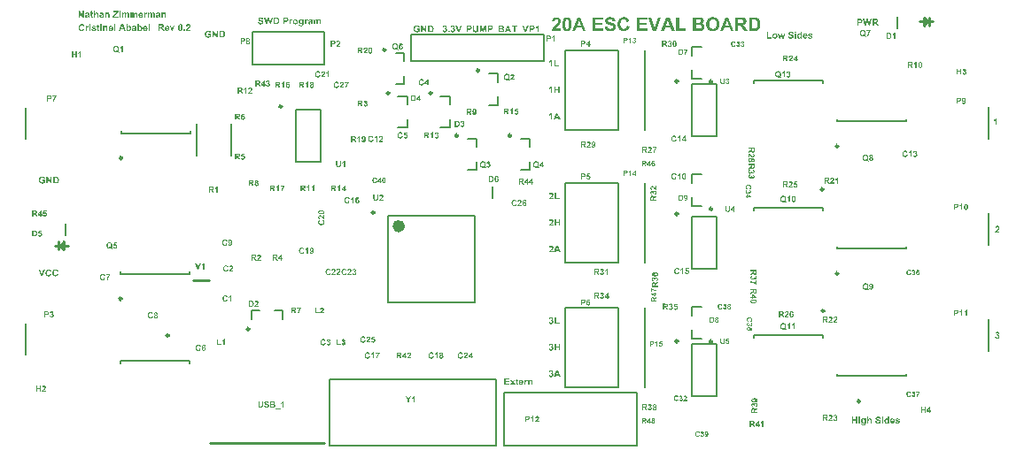
<source format=gto>
%FSLAX24Y24*%
%MOIN*%
G70*
G01*
G75*
G04 Layer_Color=65535*
%ADD10R,0.0354X0.0315*%
%ADD11R,0.0453X0.0236*%
%ADD12O,0.0827X0.0276*%
%ADD13R,0.0315X0.0354*%
%ADD14R,0.2185X0.2677*%
%ADD15R,0.0394X0.0945*%
%ADD16R,0.2200X0.0830*%
%ADD17R,0.0433X0.0551*%
%ADD18R,0.0551X0.0433*%
%ADD19R,0.0394X0.0512*%
%ADD20R,0.0236X0.0453*%
%ADD21R,0.1575X0.1181*%
%ADD22R,0.0571X0.0236*%
%ADD23R,0.1378X0.0787*%
%ADD24O,0.0827X0.0118*%
%ADD25O,0.0118X0.0827*%
%ADD26R,0.0532X0.0846*%
%ADD27R,0.1350X0.1850*%
%ADD28R,0.0200X0.0940*%
%ADD29R,0.0790X0.0980*%
%ADD30C,0.0080*%
%ADD31C,0.0500*%
%ADD32C,0.0100*%
%ADD33C,0.0120*%
%ADD34C,0.0800*%
%ADD35C,0.0200*%
%ADD36R,0.0591X0.0591*%
%ADD37C,0.0591*%
%ADD38C,0.2000*%
%ADD39R,0.0591X0.0591*%
%ADD40C,0.0394*%
%ADD41R,0.0394X0.0394*%
%ADD42C,0.0984*%
%ADD43C,0.0320*%
%ADD44R,0.1614X0.0787*%
%ADD45R,0.0787X0.1614*%
%ADD46C,0.0098*%
%ADD47C,0.0236*%
%ADD48C,0.0079*%
G36*
X26610Y35514D02*
X26614Y35514D01*
X26618Y35513D01*
X26622Y35513D01*
X26627Y35512D01*
X26633Y35510D01*
X26638Y35509D01*
X26644Y35507D01*
X26650Y35504D01*
X26656Y35501D01*
X26661Y35498D01*
X26667Y35494D01*
X26672Y35490D01*
X26672D01*
X26672Y35489D01*
X26673Y35488D01*
X26674Y35487D01*
X26676Y35485D01*
X26677Y35483D01*
X26681Y35479D01*
X26684Y35473D01*
X26688Y35465D01*
X26692Y35457D01*
X26695Y35447D01*
X26649Y35437D01*
Y35437D01*
X26649Y35437D01*
Y35438D01*
X26648Y35440D01*
X26647Y35443D01*
X26646Y35447D01*
X26643Y35451D01*
X26640Y35456D01*
X26636Y35460D01*
X26632Y35464D01*
X26631Y35465D01*
X26630Y35466D01*
X26627Y35468D01*
X26623Y35470D01*
X26619Y35472D01*
X26613Y35473D01*
X26607Y35475D01*
X26601Y35475D01*
X26598D01*
X26596Y35475D01*
X26594Y35474D01*
X26592Y35474D01*
X26586Y35473D01*
X26579Y35470D01*
X26572Y35467D01*
X26569Y35465D01*
X26565Y35463D01*
X26562Y35460D01*
X26559Y35456D01*
Y35456D01*
X26558Y35455D01*
X26558Y35454D01*
X26557Y35453D01*
X26555Y35451D01*
X26554Y35449D01*
X26553Y35445D01*
X26551Y35442D01*
X26550Y35438D01*
X26548Y35434D01*
X26547Y35429D01*
X26546Y35424D01*
X26545Y35418D01*
X26544Y35411D01*
X26544Y35404D01*
X26543Y35397D01*
Y35396D01*
Y35395D01*
Y35392D01*
X26544Y35390D01*
Y35386D01*
X26544Y35382D01*
X26545Y35377D01*
X26545Y35372D01*
X26547Y35362D01*
X26550Y35352D01*
X26552Y35347D01*
X26554Y35342D01*
X26556Y35338D01*
X26559Y35334D01*
X26559Y35334D01*
X26560Y35333D01*
X26561Y35332D01*
X26562Y35331D01*
X26565Y35328D01*
X26570Y35325D01*
X26576Y35321D01*
X26583Y35319D01*
X26591Y35316D01*
X26595Y35316D01*
X26600Y35316D01*
X26601D01*
X26603Y35316D01*
X26606Y35316D01*
X26611Y35317D01*
X26615Y35319D01*
X26621Y35321D01*
X26626Y35323D01*
X26631Y35327D01*
X26632Y35328D01*
X26634Y35330D01*
X26636Y35332D01*
X26639Y35336D01*
X26642Y35342D01*
X26645Y35348D01*
X26648Y35356D01*
X26651Y35365D01*
X26696Y35351D01*
Y35350D01*
X26696Y35349D01*
X26695Y35347D01*
X26694Y35344D01*
X26693Y35341D01*
X26691Y35338D01*
X26690Y35334D01*
X26688Y35329D01*
X26683Y35320D01*
X26677Y35311D01*
X26670Y35302D01*
X26666Y35298D01*
X26661Y35294D01*
X26661Y35294D01*
X26660Y35294D01*
X26659Y35293D01*
X26657Y35291D01*
X26655Y35290D01*
X26652Y35289D01*
X26648Y35287D01*
X26645Y35285D01*
X26640Y35283D01*
X26636Y35282D01*
X26631Y35280D01*
X26625Y35279D01*
X26620Y35278D01*
X26613Y35277D01*
X26607Y35276D01*
X26600Y35276D01*
X26598D01*
X26596Y35276D01*
X26592Y35277D01*
X26589Y35277D01*
X26584Y35278D01*
X26579Y35279D01*
X26573Y35280D01*
X26568Y35282D01*
X26562Y35284D01*
X26555Y35286D01*
X26549Y35289D01*
X26543Y35293D01*
X26536Y35297D01*
X26530Y35302D01*
X26525Y35307D01*
X26524Y35308D01*
X26523Y35309D01*
X26522Y35311D01*
X26520Y35313D01*
X26518Y35316D01*
X26515Y35320D01*
X26513Y35325D01*
X26510Y35330D01*
X26507Y35336D01*
X26505Y35342D01*
X26502Y35349D01*
X26500Y35357D01*
X26498Y35365D01*
X26497Y35374D01*
X26496Y35383D01*
X26495Y35393D01*
Y35394D01*
Y35394D01*
Y35396D01*
X26496Y35399D01*
Y35403D01*
X26496Y35408D01*
X26497Y35413D01*
X26498Y35419D01*
X26499Y35426D01*
X26501Y35433D01*
X26503Y35441D01*
X26505Y35448D01*
X26508Y35455D01*
X26511Y35463D01*
X26515Y35470D01*
X26520Y35476D01*
X26525Y35483D01*
X26525Y35483D01*
X26526Y35484D01*
X26528Y35486D01*
X26530Y35488D01*
X26533Y35490D01*
X26537Y35493D01*
X26541Y35496D01*
X26546Y35499D01*
X26551Y35502D01*
X26557Y35505D01*
X26564Y35507D01*
X26570Y35510D01*
X26578Y35512D01*
X26586Y35513D01*
X26594Y35514D01*
X26603Y35515D01*
X26607D01*
X26610Y35514D01*
D02*
G37*
G36*
X29385Y35511D02*
X29388Y35511D01*
X29391Y35511D01*
X29395Y35510D01*
X29398Y35510D01*
X29407Y35508D01*
X29415Y35505D01*
X29419Y35503D01*
X29424Y35500D01*
X29427Y35498D01*
X29431Y35495D01*
X29431Y35494D01*
X29432Y35494D01*
X29433Y35493D01*
X29434Y35492D01*
X29435Y35490D01*
X29437Y35488D01*
X29440Y35483D01*
X29444Y35477D01*
X29446Y35470D01*
X29448Y35461D01*
X29449Y35457D01*
X29449Y35452D01*
Y35452D01*
Y35451D01*
Y35450D01*
X29449Y35447D01*
X29448Y35443D01*
X29447Y35438D01*
X29446Y35434D01*
X29444Y35429D01*
X29441Y35424D01*
X29440Y35423D01*
X29439Y35422D01*
X29437Y35419D01*
X29435Y35417D01*
X29431Y35413D01*
X29427Y35410D01*
X29423Y35407D01*
X29417Y35405D01*
X29418D01*
X29418Y35404D01*
X29419Y35404D01*
X29421Y35403D01*
X29424Y35401D01*
X29428Y35399D01*
X29433Y35396D01*
X29438Y35392D01*
X29443Y35387D01*
X29446Y35382D01*
X29447Y35381D01*
X29448Y35379D01*
X29450Y35376D01*
X29451Y35372D01*
X29453Y35367D01*
X29455Y35361D01*
X29456Y35355D01*
X29456Y35348D01*
Y35347D01*
Y35346D01*
Y35345D01*
X29456Y35342D01*
X29456Y35340D01*
X29455Y35336D01*
X29455Y35333D01*
X29454Y35329D01*
X29451Y35321D01*
X29450Y35317D01*
X29448Y35312D01*
X29446Y35308D01*
X29443Y35304D01*
X29439Y35300D01*
X29436Y35296D01*
X29436Y35295D01*
X29435Y35295D01*
X29434Y35294D01*
X29432Y35293D01*
X29430Y35291D01*
X29428Y35289D01*
X29425Y35288D01*
X29422Y35286D01*
X29418Y35284D01*
X29414Y35282D01*
X29409Y35280D01*
X29405Y35279D01*
X29399Y35278D01*
X29394Y35277D01*
X29388Y35276D01*
X29382Y35276D01*
X29379D01*
X29376Y35276D01*
X29374Y35276D01*
X29371Y35277D01*
X29367Y35277D01*
X29363Y35278D01*
X29355Y35280D01*
X29346Y35283D01*
X29342Y35284D01*
X29338Y35287D01*
X29333Y35289D01*
X29329Y35292D01*
X29329Y35292D01*
X29328Y35293D01*
X29327Y35294D01*
X29325Y35296D01*
X29324Y35298D01*
X29322Y35300D01*
X29319Y35303D01*
X29317Y35306D01*
X29315Y35310D01*
X29312Y35314D01*
X29310Y35318D01*
X29309Y35323D01*
X29307Y35328D01*
X29306Y35334D01*
X29305Y35339D01*
X29305Y35346D01*
Y35346D01*
Y35347D01*
Y35348D01*
Y35349D01*
X29305Y35353D01*
X29306Y35357D01*
X29307Y35362D01*
X29308Y35368D01*
X29311Y35374D01*
X29314Y35380D01*
Y35381D01*
X29314Y35381D01*
X29315Y35383D01*
X29318Y35386D01*
X29321Y35389D01*
X29325Y35393D01*
X29330Y35397D01*
X29336Y35401D01*
X29343Y35405D01*
X29343D01*
X29342Y35405D01*
X29340Y35406D01*
X29337Y35408D01*
X29334Y35410D01*
X29329Y35413D01*
X29325Y35416D01*
X29321Y35420D01*
X29318Y35424D01*
X29318Y35425D01*
X29317Y35427D01*
X29316Y35429D01*
X29314Y35433D01*
X29313Y35437D01*
X29312Y35442D01*
X29311Y35447D01*
X29310Y35452D01*
Y35452D01*
Y35453D01*
Y35454D01*
X29311Y35456D01*
X29311Y35458D01*
X29311Y35461D01*
X29313Y35467D01*
X29315Y35474D01*
X29318Y35481D01*
X29320Y35484D01*
X29322Y35488D01*
X29325Y35491D01*
X29328Y35495D01*
X29329Y35495D01*
X29329Y35495D01*
X29330Y35496D01*
X29332Y35497D01*
X29334Y35499D01*
X29336Y35500D01*
X29338Y35502D01*
X29342Y35503D01*
X29345Y35505D01*
X29349Y35506D01*
X29353Y35508D01*
X29358Y35509D01*
X29363Y35510D01*
X29368Y35511D01*
X29374Y35511D01*
X29380Y35512D01*
X29383D01*
X29385Y35511D01*
D02*
G37*
G36*
X26839Y35280D02*
X26795D01*
Y35447D01*
X26794Y35447D01*
X26794Y35446D01*
X26792Y35445D01*
X26790Y35443D01*
X26788Y35441D01*
X26785Y35439D01*
X26782Y35437D01*
X26778Y35434D01*
X26774Y35432D01*
X26770Y35429D01*
X26765Y35426D01*
X26760Y35423D01*
X26750Y35418D01*
X26738Y35414D01*
Y35453D01*
X26738D01*
X26738Y35454D01*
X26739Y35454D01*
X26741Y35454D01*
X26744Y35456D01*
X26749Y35458D01*
X26754Y35461D01*
X26761Y35464D01*
X26768Y35469D01*
X26775Y35474D01*
X26775Y35475D01*
X26776Y35475D01*
X26777Y35476D01*
X26778Y35477D01*
X26782Y35481D01*
X26786Y35485D01*
X26791Y35490D01*
X26795Y35497D01*
X26800Y35504D01*
X26803Y35512D01*
X26839D01*
Y35280D01*
D02*
G37*
G36*
X27056Y35475D02*
X27056Y35475D01*
X27055Y35474D01*
X27054Y35473D01*
X27053Y35472D01*
X27051Y35470D01*
X27049Y35468D01*
X27047Y35465D01*
X27044Y35462D01*
X27042Y35458D01*
X27039Y35454D01*
X27036Y35450D01*
X27032Y35445D01*
X27029Y35440D01*
X27026Y35435D01*
X27022Y35429D01*
X27018Y35422D01*
X27018Y35422D01*
X27017Y35421D01*
X27016Y35419D01*
X27015Y35416D01*
X27014Y35413D01*
X27012Y35409D01*
X27010Y35405D01*
X27007Y35400D01*
X27005Y35395D01*
X27003Y35389D01*
X27000Y35383D01*
X26998Y35377D01*
X26993Y35363D01*
X26989Y35349D01*
Y35349D01*
X26988Y35347D01*
X26988Y35345D01*
X26987Y35342D01*
X26986Y35339D01*
X26986Y35335D01*
X26985Y35331D01*
X26984Y35326D01*
X26983Y35321D01*
X26982Y35315D01*
X26980Y35304D01*
X26979Y35292D01*
X26979Y35280D01*
X26936D01*
Y35281D01*
Y35282D01*
X26937Y35285D01*
Y35288D01*
X26937Y35293D01*
X26938Y35298D01*
X26938Y35304D01*
X26939Y35310D01*
X26940Y35317D01*
X26942Y35325D01*
X26943Y35333D01*
X26945Y35341D01*
X26947Y35350D01*
X26950Y35359D01*
X26953Y35368D01*
X26956Y35377D01*
X26956Y35378D01*
X26957Y35380D01*
X26958Y35382D01*
X26959Y35386D01*
X26961Y35390D01*
X26964Y35395D01*
X26966Y35401D01*
X26969Y35407D01*
X26973Y35414D01*
X26976Y35421D01*
X26980Y35429D01*
X26985Y35436D01*
X26995Y35451D01*
X27006Y35466D01*
X26905D01*
Y35507D01*
X27056D01*
Y35475D01*
D02*
G37*
G36*
X29239Y35280D02*
X29195D01*
Y35447D01*
X29194Y35447D01*
X29194Y35446D01*
X29192Y35445D01*
X29190Y35443D01*
X29188Y35441D01*
X29185Y35439D01*
X29182Y35437D01*
X29178Y35434D01*
X29174Y35432D01*
X29170Y35429D01*
X29165Y35426D01*
X29160Y35423D01*
X29150Y35418D01*
X29138Y35414D01*
Y35453D01*
X29138D01*
X29138Y35454D01*
X29139Y35454D01*
X29141Y35454D01*
X29144Y35456D01*
X29149Y35458D01*
X29154Y35461D01*
X29161Y35464D01*
X29168Y35469D01*
X29175Y35474D01*
X29175Y35475D01*
X29176Y35475D01*
X29177Y35476D01*
X29178Y35477D01*
X29182Y35481D01*
X29186Y35485D01*
X29191Y35490D01*
X29195Y35497D01*
X29200Y35504D01*
X29203Y35512D01*
X29239D01*
Y35280D01*
D02*
G37*
G36*
X24504Y39461D02*
X24506D01*
X24509Y39461D01*
X24513Y39460D01*
X24517Y39459D01*
X24521Y39458D01*
X24525Y39457D01*
X24530Y39455D01*
X24535Y39453D01*
X24540Y39450D01*
X24544Y39447D01*
X24549Y39443D01*
X24554Y39439D01*
X24558Y39434D01*
X24558Y39434D01*
X24559Y39433D01*
X24560Y39431D01*
X24562Y39429D01*
X24563Y39426D01*
X24565Y39422D01*
X24567Y39418D01*
X24569Y39413D01*
X24571Y39407D01*
X24574Y39400D01*
X24575Y39393D01*
X24577Y39385D01*
X24579Y39376D01*
X24580Y39367D01*
X24580Y39356D01*
X24581Y39345D01*
Y39345D01*
Y39344D01*
Y39343D01*
Y39342D01*
Y39339D01*
X24580Y39335D01*
X24580Y39329D01*
X24579Y39323D01*
X24579Y39317D01*
X24578Y39310D01*
X24576Y39302D01*
X24575Y39295D01*
X24573Y39287D01*
X24571Y39280D01*
X24568Y39273D01*
X24565Y39266D01*
X24561Y39259D01*
X24557Y39254D01*
X24557Y39253D01*
X24556Y39252D01*
X24555Y39251D01*
X24553Y39249D01*
X24550Y39247D01*
X24548Y39245D01*
X24544Y39242D01*
X24541Y39240D01*
X24537Y39237D01*
X24532Y39235D01*
X24527Y39232D01*
X24522Y39230D01*
X24516Y39228D01*
X24510Y39227D01*
X24503Y39226D01*
X24496Y39226D01*
X24494D01*
X24492Y39226D01*
X24490D01*
X24487Y39226D01*
X24481Y39227D01*
X24474Y39229D01*
X24467Y39232D01*
X24459Y39235D01*
X24456Y39237D01*
X24453Y39240D01*
X24452Y39240D01*
X24452Y39241D01*
X24451Y39242D01*
X24450Y39243D01*
X24449Y39244D01*
X24447Y39246D01*
X24446Y39248D01*
X24444Y39251D01*
X24442Y39254D01*
X24440Y39257D01*
X24438Y39260D01*
X24437Y39264D01*
X24435Y39268D01*
X24434Y39273D01*
X24432Y39278D01*
X24431Y39283D01*
X24474Y39288D01*
Y39287D01*
X24474Y39286D01*
X24475Y39283D01*
X24476Y39281D01*
X24477Y39277D01*
X24478Y39274D01*
X24480Y39271D01*
X24482Y39268D01*
X24482Y39268D01*
X24483Y39267D01*
X24485Y39266D01*
X24487Y39265D01*
X24489Y39264D01*
X24492Y39263D01*
X24496Y39263D01*
X24499Y39262D01*
X24500D01*
X24502Y39263D01*
X24504Y39263D01*
X24507Y39264D01*
X24511Y39265D01*
X24515Y39268D01*
X24519Y39271D01*
X24522Y39275D01*
X24523Y39275D01*
X24523Y39276D01*
X24524Y39277D01*
X24525Y39279D01*
X24526Y39281D01*
X24526Y39283D01*
X24528Y39286D01*
X24529Y39289D01*
X24530Y39293D01*
X24531Y39297D01*
X24532Y39302D01*
X24533Y39307D01*
X24533Y39313D01*
X24534Y39320D01*
X24535Y39327D01*
X24534Y39327D01*
X24534Y39326D01*
X24533Y39325D01*
X24532Y39324D01*
X24530Y39323D01*
X24528Y39321D01*
X24523Y39317D01*
X24517Y39314D01*
X24510Y39311D01*
X24506Y39309D01*
X24502Y39309D01*
X24498Y39308D01*
X24493Y39308D01*
X24490D01*
X24488Y39308D01*
X24486Y39308D01*
X24483Y39309D01*
X24477Y39310D01*
X24470Y39313D01*
X24466Y39315D01*
X24462Y39317D01*
X24458Y39319D01*
X24454Y39322D01*
X24450Y39325D01*
X24446Y39329D01*
X24446Y39329D01*
X24445Y39330D01*
X24445Y39331D01*
X24443Y39332D01*
X24442Y39335D01*
X24440Y39337D01*
X24438Y39340D01*
X24437Y39343D01*
X24435Y39347D01*
X24433Y39351D01*
X24431Y39356D01*
X24430Y39361D01*
X24428Y39366D01*
X24428Y39371D01*
X24427Y39377D01*
X24427Y39383D01*
Y39384D01*
Y39385D01*
Y39387D01*
X24427Y39389D01*
X24427Y39392D01*
X24428Y39395D01*
X24428Y39399D01*
X24429Y39403D01*
X24432Y39412D01*
X24433Y39417D01*
X24435Y39422D01*
X24438Y39427D01*
X24441Y39431D01*
X24444Y39436D01*
X24447Y39440D01*
X24448Y39440D01*
X24448Y39441D01*
X24449Y39442D01*
X24451Y39443D01*
X24453Y39445D01*
X24456Y39447D01*
X24459Y39449D01*
X24462Y39451D01*
X24465Y39453D01*
X24470Y39455D01*
X24474Y39457D01*
X24479Y39458D01*
X24484Y39460D01*
X24489Y39461D01*
X24494Y39461D01*
X24500Y39462D01*
X24502D01*
X24504Y39461D01*
D02*
G37*
G36*
X24135Y39464D02*
X24138Y39464D01*
X24142Y39463D01*
X24147Y39463D01*
X24152Y39462D01*
X24157Y39460D01*
X24163Y39459D01*
X24169Y39457D01*
X24175Y39454D01*
X24180Y39451D01*
X24186Y39448D01*
X24191Y39444D01*
X24196Y39440D01*
X24197D01*
X24197Y39439D01*
X24198Y39438D01*
X24199Y39437D01*
X24200Y39435D01*
X24202Y39433D01*
X24205Y39429D01*
X24209Y39423D01*
X24213Y39415D01*
X24217Y39407D01*
X24220Y39397D01*
X24174Y39387D01*
Y39387D01*
X24174Y39387D01*
Y39388D01*
X24173Y39390D01*
X24172Y39392D01*
X24170Y39397D01*
X24168Y39401D01*
X24165Y39406D01*
X24161Y39410D01*
X24157Y39414D01*
X24156Y39415D01*
X24154Y39416D01*
X24152Y39418D01*
X24148Y39420D01*
X24143Y39422D01*
X24138Y39423D01*
X24132Y39425D01*
X24125Y39425D01*
X24123D01*
X24121Y39425D01*
X24119Y39424D01*
X24116Y39424D01*
X24111Y39423D01*
X24104Y39420D01*
X24097Y39417D01*
X24093Y39415D01*
X24090Y39413D01*
X24087Y39410D01*
X24084Y39406D01*
Y39406D01*
X24083Y39405D01*
X24082Y39404D01*
X24081Y39403D01*
X24080Y39401D01*
X24079Y39399D01*
X24077Y39395D01*
X24076Y39392D01*
X24074Y39388D01*
X24073Y39384D01*
X24072Y39379D01*
X24070Y39374D01*
X24069Y39368D01*
X24069Y39361D01*
X24068Y39354D01*
X24068Y39347D01*
Y39346D01*
Y39345D01*
Y39342D01*
X24068Y39340D01*
Y39336D01*
X24069Y39332D01*
X24069Y39327D01*
X24070Y39322D01*
X24072Y39312D01*
X24075Y39302D01*
X24076Y39297D01*
X24079Y39292D01*
X24081Y39288D01*
X24084Y39284D01*
X24084Y39284D01*
X24084Y39283D01*
X24085Y39282D01*
X24087Y39281D01*
X24090Y39278D01*
X24095Y39275D01*
X24100Y39271D01*
X24107Y39269D01*
X24115Y39266D01*
X24120Y39266D01*
X24124Y39266D01*
X24126D01*
X24127Y39266D01*
X24131Y39266D01*
X24135Y39267D01*
X24140Y39269D01*
X24145Y39271D01*
X24151Y39273D01*
X24156Y39277D01*
X24157Y39278D01*
X24158Y39280D01*
X24161Y39282D01*
X24163Y39286D01*
X24167Y39292D01*
X24170Y39298D01*
X24173Y39306D01*
X24175Y39315D01*
X24221Y39301D01*
Y39300D01*
X24220Y39299D01*
X24220Y39297D01*
X24219Y39294D01*
X24217Y39291D01*
X24216Y39288D01*
X24214Y39284D01*
X24212Y39279D01*
X24208Y39270D01*
X24202Y39261D01*
X24194Y39252D01*
X24190Y39248D01*
X24186Y39244D01*
X24186Y39244D01*
X24185Y39244D01*
X24184Y39243D01*
X24182Y39241D01*
X24179Y39240D01*
X24176Y39239D01*
X24173Y39237D01*
X24169Y39235D01*
X24165Y39233D01*
X24160Y39232D01*
X24155Y39230D01*
X24150Y39229D01*
X24144Y39228D01*
X24138Y39227D01*
X24132Y39226D01*
X24125Y39226D01*
X24123D01*
X24120Y39226D01*
X24117Y39227D01*
X24113Y39227D01*
X24109Y39228D01*
X24104Y39229D01*
X24098Y39230D01*
X24092Y39232D01*
X24086Y39234D01*
X24080Y39236D01*
X24074Y39239D01*
X24067Y39243D01*
X24061Y39247D01*
X24055Y39252D01*
X24049Y39257D01*
X24049Y39258D01*
X24048Y39259D01*
X24047Y39261D01*
X24045Y39263D01*
X24043Y39266D01*
X24040Y39270D01*
X24037Y39275D01*
X24035Y39280D01*
X24032Y39286D01*
X24029Y39292D01*
X24027Y39299D01*
X24025Y39307D01*
X24023Y39315D01*
X24021Y39324D01*
X24020Y39333D01*
X24020Y39343D01*
Y39344D01*
Y39344D01*
Y39346D01*
X24020Y39349D01*
Y39353D01*
X24021Y39358D01*
X24022Y39363D01*
X24022Y39369D01*
X24024Y39376D01*
X24025Y39383D01*
X24027Y39391D01*
X24030Y39398D01*
X24033Y39405D01*
X24036Y39413D01*
X24040Y39420D01*
X24044Y39426D01*
X24050Y39433D01*
X24050Y39433D01*
X24051Y39434D01*
X24053Y39436D01*
X24055Y39438D01*
X24058Y39440D01*
X24062Y39443D01*
X24066Y39446D01*
X24071Y39449D01*
X24076Y39452D01*
X24082Y39455D01*
X24088Y39457D01*
X24095Y39460D01*
X24103Y39462D01*
X24110Y39463D01*
X24119Y39464D01*
X24128Y39465D01*
X24132D01*
X24135Y39464D01*
D02*
G37*
G36*
X29010Y35514D02*
X29014Y35514D01*
X29018Y35513D01*
X29022Y35513D01*
X29027Y35512D01*
X29033Y35510D01*
X29038Y35509D01*
X29044Y35507D01*
X29050Y35504D01*
X29056Y35501D01*
X29061Y35498D01*
X29067Y35494D01*
X29072Y35490D01*
X29072D01*
X29072Y35489D01*
X29073Y35488D01*
X29074Y35487D01*
X29076Y35485D01*
X29077Y35483D01*
X29081Y35479D01*
X29084Y35473D01*
X29088Y35465D01*
X29092Y35457D01*
X29095Y35447D01*
X29049Y35437D01*
Y35437D01*
X29049Y35437D01*
Y35438D01*
X29048Y35440D01*
X29047Y35443D01*
X29046Y35447D01*
X29043Y35451D01*
X29040Y35456D01*
X29036Y35460D01*
X29032Y35464D01*
X29031Y35465D01*
X29030Y35466D01*
X29027Y35468D01*
X29023Y35470D01*
X29019Y35472D01*
X29013Y35473D01*
X29007Y35475D01*
X29001Y35475D01*
X28998D01*
X28996Y35475D01*
X28994Y35474D01*
X28992Y35474D01*
X28986Y35473D01*
X28979Y35470D01*
X28972Y35467D01*
X28969Y35465D01*
X28965Y35463D01*
X28962Y35460D01*
X28959Y35456D01*
Y35456D01*
X28958Y35455D01*
X28958Y35454D01*
X28957Y35453D01*
X28955Y35451D01*
X28954Y35449D01*
X28953Y35445D01*
X28951Y35442D01*
X28950Y35438D01*
X28948Y35434D01*
X28947Y35429D01*
X28946Y35424D01*
X28945Y35418D01*
X28944Y35411D01*
X28944Y35404D01*
X28943Y35397D01*
Y35396D01*
Y35395D01*
Y35392D01*
X28944Y35390D01*
Y35386D01*
X28944Y35382D01*
X28945Y35377D01*
X28945Y35372D01*
X28947Y35362D01*
X28950Y35352D01*
X28952Y35347D01*
X28954Y35342D01*
X28956Y35338D01*
X28959Y35334D01*
X28959Y35334D01*
X28960Y35333D01*
X28961Y35332D01*
X28962Y35331D01*
X28965Y35328D01*
X28970Y35325D01*
X28976Y35321D01*
X28983Y35319D01*
X28991Y35316D01*
X28995Y35316D01*
X29000Y35316D01*
X29001D01*
X29003Y35316D01*
X29006Y35316D01*
X29011Y35317D01*
X29015Y35319D01*
X29021Y35321D01*
X29026Y35323D01*
X29031Y35327D01*
X29032Y35328D01*
X29034Y35330D01*
X29036Y35332D01*
X29039Y35336D01*
X29042Y35342D01*
X29045Y35348D01*
X29048Y35356D01*
X29051Y35365D01*
X29096Y35351D01*
Y35350D01*
X29096Y35349D01*
X29095Y35347D01*
X29094Y35344D01*
X29093Y35341D01*
X29091Y35338D01*
X29090Y35334D01*
X29088Y35329D01*
X29083Y35320D01*
X29077Y35311D01*
X29070Y35302D01*
X29066Y35298D01*
X29061Y35294D01*
X29061Y35294D01*
X29060Y35294D01*
X29059Y35293D01*
X29057Y35291D01*
X29055Y35290D01*
X29052Y35289D01*
X29048Y35287D01*
X29045Y35285D01*
X29040Y35283D01*
X29036Y35282D01*
X29031Y35280D01*
X29025Y35279D01*
X29020Y35278D01*
X29013Y35277D01*
X29007Y35276D01*
X29000Y35276D01*
X28998D01*
X28996Y35276D01*
X28992Y35277D01*
X28989Y35277D01*
X28984Y35278D01*
X28979Y35279D01*
X28973Y35280D01*
X28968Y35282D01*
X28962Y35284D01*
X28955Y35286D01*
X28949Y35289D01*
X28943Y35293D01*
X28936Y35297D01*
X28930Y35302D01*
X28925Y35307D01*
X28924Y35308D01*
X28923Y35309D01*
X28922Y35311D01*
X28920Y35313D01*
X28918Y35316D01*
X28915Y35320D01*
X28913Y35325D01*
X28910Y35330D01*
X28907Y35336D01*
X28905Y35342D01*
X28902Y35349D01*
X28900Y35357D01*
X28898Y35365D01*
X28897Y35374D01*
X28896Y35383D01*
X28895Y35393D01*
Y35394D01*
Y35394D01*
Y35396D01*
X28896Y35399D01*
Y35403D01*
X28896Y35408D01*
X28897Y35413D01*
X28898Y35419D01*
X28899Y35426D01*
X28901Y35433D01*
X28903Y35441D01*
X28905Y35448D01*
X28908Y35455D01*
X28911Y35463D01*
X28915Y35470D01*
X28920Y35476D01*
X28925Y35483D01*
X28925Y35483D01*
X28926Y35484D01*
X28928Y35486D01*
X28930Y35488D01*
X28933Y35490D01*
X28937Y35493D01*
X28941Y35496D01*
X28946Y35499D01*
X28951Y35502D01*
X28957Y35505D01*
X28964Y35507D01*
X28970Y35510D01*
X28978Y35512D01*
X28986Y35513D01*
X28994Y35514D01*
X29003Y35515D01*
X29007D01*
X29010Y35514D01*
D02*
G37*
G36*
X24364Y39230D02*
X24320D01*
Y39397D01*
X24319Y39397D01*
X24319Y39396D01*
X24317Y39395D01*
X24315Y39393D01*
X24313Y39391D01*
X24310Y39389D01*
X24307Y39387D01*
X24303Y39384D01*
X24299Y39382D01*
X24295Y39379D01*
X24290Y39376D01*
X24285Y39373D01*
X24275Y39368D01*
X24263Y39364D01*
Y39403D01*
X24263D01*
X24263Y39404D01*
X24264Y39404D01*
X24266Y39404D01*
X24269Y39406D01*
X24274Y39408D01*
X24279Y39411D01*
X24286Y39414D01*
X24293Y39419D01*
X24300Y39424D01*
X24300Y39425D01*
X24301Y39425D01*
X24302Y39426D01*
X24303Y39427D01*
X24307Y39431D01*
X24311Y39435D01*
X24316Y39440D01*
X24320Y39447D01*
X24325Y39454D01*
X24328Y39462D01*
X24364D01*
Y39230D01*
D02*
G37*
G36*
X38145Y43683D02*
X38148Y43683D01*
X38152Y43682D01*
X38157Y43682D01*
X38162Y43681D01*
X38167Y43679D01*
X38173Y43678D01*
X38179Y43676D01*
X38185Y43673D01*
X38190Y43670D01*
X38196Y43667D01*
X38201Y43663D01*
X38206Y43659D01*
X38206D01*
X38207Y43658D01*
X38208Y43657D01*
X38209Y43656D01*
X38210Y43654D01*
X38211Y43652D01*
X38215Y43648D01*
X38219Y43642D01*
X38223Y43634D01*
X38226Y43626D01*
X38230Y43616D01*
X38184Y43605D01*
Y43606D01*
X38184Y43606D01*
Y43607D01*
X38183Y43608D01*
X38182Y43611D01*
X38180Y43615D01*
X38178Y43620D01*
X38175Y43625D01*
X38171Y43629D01*
X38167Y43633D01*
X38166Y43634D01*
X38164Y43635D01*
X38162Y43637D01*
X38158Y43639D01*
X38153Y43641D01*
X38148Y43642D01*
X38142Y43644D01*
X38135Y43644D01*
X38133D01*
X38131Y43644D01*
X38129Y43643D01*
X38126Y43643D01*
X38121Y43642D01*
X38114Y43639D01*
X38107Y43636D01*
X38103Y43634D01*
X38100Y43632D01*
X38097Y43629D01*
X38094Y43625D01*
Y43625D01*
X38093Y43624D01*
X38092Y43623D01*
X38091Y43622D01*
X38090Y43620D01*
X38089Y43617D01*
X38087Y43614D01*
X38086Y43611D01*
X38084Y43607D01*
X38083Y43603D01*
X38082Y43598D01*
X38080Y43592D01*
X38079Y43586D01*
X38079Y43580D01*
X38078Y43573D01*
X38078Y43565D01*
Y43565D01*
Y43563D01*
Y43561D01*
X38078Y43558D01*
Y43555D01*
X38079Y43550D01*
X38079Y43546D01*
X38080Y43541D01*
X38082Y43531D01*
X38085Y43520D01*
X38086Y43516D01*
X38089Y43511D01*
X38091Y43507D01*
X38094Y43503D01*
X38094Y43503D01*
X38094Y43502D01*
X38095Y43501D01*
X38097Y43500D01*
X38100Y43497D01*
X38105Y43494D01*
X38110Y43490D01*
X38117Y43488D01*
X38125Y43485D01*
X38130Y43485D01*
X38134Y43485D01*
X38136D01*
X38137Y43485D01*
X38141Y43485D01*
X38145Y43486D01*
X38150Y43488D01*
X38155Y43490D01*
X38161Y43492D01*
X38166Y43496D01*
X38167Y43497D01*
X38168Y43499D01*
X38171Y43501D01*
X38173Y43505D01*
X38177Y43510D01*
X38180Y43517D01*
X38183Y43524D01*
X38185Y43533D01*
X38230Y43519D01*
Y43519D01*
X38230Y43518D01*
X38229Y43516D01*
X38228Y43513D01*
X38227Y43510D01*
X38226Y43507D01*
X38224Y43503D01*
X38222Y43498D01*
X38217Y43489D01*
X38211Y43480D01*
X38204Y43471D01*
X38200Y43467D01*
X38196Y43463D01*
X38196Y43463D01*
X38195Y43463D01*
X38194Y43462D01*
X38192Y43460D01*
X38189Y43459D01*
X38186Y43458D01*
X38183Y43456D01*
X38179Y43454D01*
X38175Y43452D01*
X38170Y43451D01*
X38165Y43449D01*
X38160Y43448D01*
X38154Y43447D01*
X38148Y43446D01*
X38142Y43445D01*
X38135Y43445D01*
X38133D01*
X38130Y43445D01*
X38127Y43446D01*
X38123Y43446D01*
X38119Y43447D01*
X38114Y43448D01*
X38108Y43449D01*
X38102Y43451D01*
X38096Y43453D01*
X38090Y43455D01*
X38084Y43458D01*
X38077Y43462D01*
X38071Y43466D01*
X38065Y43471D01*
X38059Y43476D01*
X38059Y43477D01*
X38058Y43478D01*
X38057Y43480D01*
X38055Y43482D01*
X38053Y43485D01*
X38050Y43489D01*
X38047Y43494D01*
X38045Y43499D01*
X38042Y43505D01*
X38039Y43511D01*
X38037Y43518D01*
X38035Y43526D01*
X38033Y43534D01*
X38031Y43543D01*
X38030Y43552D01*
X38030Y43562D01*
Y43562D01*
Y43563D01*
Y43565D01*
X38030Y43568D01*
Y43572D01*
X38031Y43576D01*
X38032Y43582D01*
X38032Y43588D01*
X38034Y43595D01*
X38035Y43602D01*
X38037Y43609D01*
X38040Y43617D01*
X38043Y43624D01*
X38046Y43632D01*
X38050Y43639D01*
X38054Y43645D01*
X38060Y43652D01*
X38060Y43652D01*
X38061Y43653D01*
X38063Y43655D01*
X38065Y43657D01*
X38068Y43659D01*
X38072Y43662D01*
X38076Y43665D01*
X38081Y43668D01*
X38086Y43671D01*
X38092Y43674D01*
X38098Y43676D01*
X38105Y43679D01*
X38113Y43681D01*
X38120Y43682D01*
X38129Y43683D01*
X38138Y43684D01*
X38142D01*
X38145Y43683D01*
D02*
G37*
G36*
X38484Y38460D02*
X38439D01*
Y38627D01*
X38439Y38626D01*
X38438Y38626D01*
X38437Y38625D01*
X38435Y38623D01*
X38433Y38621D01*
X38430Y38619D01*
X38427Y38617D01*
X38423Y38614D01*
X38419Y38612D01*
X38415Y38609D01*
X38410Y38606D01*
X38405Y38603D01*
X38394Y38598D01*
X38382Y38594D01*
Y38633D01*
X38383D01*
X38383Y38634D01*
X38384Y38634D01*
X38385Y38634D01*
X38389Y38636D01*
X38393Y38638D01*
X38399Y38641D01*
X38405Y38644D01*
X38412Y38649D01*
X38420Y38654D01*
X38420Y38655D01*
X38421Y38655D01*
X38422Y38656D01*
X38423Y38657D01*
X38427Y38661D01*
X38431Y38665D01*
X38435Y38670D01*
X38440Y38677D01*
X38444Y38684D01*
X38448Y38692D01*
X38484D01*
Y38460D01*
D02*
G37*
G36*
X38374Y43449D02*
X38329D01*
Y43616D01*
X38329Y43615D01*
X38328Y43615D01*
X38327Y43614D01*
X38325Y43612D01*
X38323Y43610D01*
X38320Y43608D01*
X38317Y43606D01*
X38313Y43603D01*
X38309Y43600D01*
X38305Y43598D01*
X38300Y43595D01*
X38295Y43592D01*
X38284Y43587D01*
X38272Y43582D01*
Y43622D01*
X38273D01*
X38273Y43623D01*
X38274Y43623D01*
X38275Y43623D01*
X38279Y43625D01*
X38283Y43627D01*
X38289Y43630D01*
X38295Y43633D01*
X38302Y43638D01*
X38310Y43643D01*
X38310Y43644D01*
X38311Y43644D01*
X38312Y43645D01*
X38313Y43646D01*
X38317Y43650D01*
X38321Y43654D01*
X38325Y43659D01*
X38330Y43666D01*
X38334Y43673D01*
X38338Y43681D01*
X38374D01*
Y43449D01*
D02*
G37*
G36*
X38569Y43534D02*
X38598D01*
Y43495D01*
X38569D01*
Y43449D01*
X38527D01*
Y43495D01*
X38432D01*
Y43533D01*
X38532Y43680D01*
X38569D01*
Y43534D01*
D02*
G37*
G36*
X38695Y38646D02*
X38612D01*
X38605Y38607D01*
X38605D01*
X38606Y38607D01*
X38608Y38608D01*
X38611Y38609D01*
X38614Y38611D01*
X38619Y38612D01*
X38624Y38613D01*
X38630Y38614D01*
X38635Y38615D01*
X38638D01*
X38640Y38614D01*
X38642Y38614D01*
X38645Y38614D01*
X38649Y38613D01*
X38652Y38612D01*
X38660Y38609D01*
X38664Y38608D01*
X38668Y38606D01*
X38673Y38603D01*
X38677Y38600D01*
X38681Y38597D01*
X38685Y38593D01*
X38685Y38593D01*
X38686Y38592D01*
X38687Y38591D01*
X38688Y38589D01*
X38690Y38587D01*
X38692Y38584D01*
X38693Y38581D01*
X38695Y38578D01*
X38697Y38574D01*
X38699Y38570D01*
X38701Y38565D01*
X38702Y38561D01*
X38704Y38555D01*
X38705Y38550D01*
X38705Y38544D01*
X38706Y38537D01*
Y38537D01*
Y38536D01*
Y38535D01*
X38705Y38533D01*
Y38530D01*
X38705Y38527D01*
X38704Y38524D01*
X38704Y38520D01*
X38702Y38512D01*
X38699Y38504D01*
X38697Y38499D01*
X38695Y38495D01*
X38692Y38490D01*
X38689Y38486D01*
X38689Y38486D01*
X38688Y38485D01*
X38687Y38483D01*
X38685Y38481D01*
X38683Y38479D01*
X38680Y38476D01*
X38676Y38474D01*
X38673Y38471D01*
X38668Y38468D01*
X38664Y38465D01*
X38659Y38463D01*
X38653Y38460D01*
X38647Y38458D01*
X38641Y38457D01*
X38634Y38456D01*
X38627Y38456D01*
X38624D01*
X38621Y38456D01*
X38619Y38456D01*
X38615Y38457D01*
X38612Y38457D01*
X38608Y38458D01*
X38600Y38460D01*
X38591Y38463D01*
X38587Y38465D01*
X38582Y38467D01*
X38578Y38470D01*
X38574Y38473D01*
X38574Y38473D01*
X38573Y38473D01*
X38572Y38474D01*
X38571Y38476D01*
X38570Y38478D01*
X38568Y38480D01*
X38566Y38482D01*
X38564Y38485D01*
X38562Y38488D01*
X38560Y38491D01*
X38556Y38499D01*
X38553Y38508D01*
X38552Y38513D01*
X38551Y38519D01*
X38595Y38523D01*
Y38523D01*
X38595Y38521D01*
X38596Y38518D01*
X38597Y38515D01*
X38598Y38511D01*
X38600Y38507D01*
X38603Y38503D01*
X38606Y38500D01*
X38606Y38499D01*
X38607Y38498D01*
X38609Y38497D01*
X38612Y38495D01*
X38615Y38494D01*
X38619Y38492D01*
X38623Y38491D01*
X38627Y38491D01*
X38628D01*
X38630Y38491D01*
X38632Y38492D01*
X38635Y38492D01*
X38639Y38494D01*
X38643Y38496D01*
X38647Y38499D01*
X38651Y38502D01*
X38651Y38503D01*
X38652Y38504D01*
X38654Y38507D01*
X38656Y38511D01*
X38657Y38516D01*
X38659Y38521D01*
X38660Y38528D01*
X38660Y38536D01*
Y38537D01*
Y38537D01*
Y38538D01*
Y38540D01*
X38660Y38544D01*
X38659Y38548D01*
X38658Y38554D01*
X38656Y38559D01*
X38654Y38564D01*
X38651Y38568D01*
X38650Y38569D01*
X38649Y38570D01*
X38647Y38572D01*
X38644Y38574D01*
X38640Y38576D01*
X38636Y38578D01*
X38631Y38579D01*
X38626Y38579D01*
X38624D01*
X38623Y38579D01*
X38619Y38578D01*
X38615Y38577D01*
X38609Y38575D01*
X38604Y38572D01*
X38601Y38570D01*
X38598Y38568D01*
X38595Y38565D01*
X38592Y38562D01*
X38556Y38567D01*
X38579Y38687D01*
X38695D01*
Y38646D01*
D02*
G37*
G36*
X25845Y41364D02*
X25848Y41364D01*
X25852Y41363D01*
X25857Y41363D01*
X25862Y41362D01*
X25867Y41360D01*
X25873Y41359D01*
X25879Y41357D01*
X25885Y41354D01*
X25890Y41351D01*
X25896Y41348D01*
X25901Y41344D01*
X25906Y41340D01*
X25906D01*
X25907Y41339D01*
X25908Y41338D01*
X25909Y41337D01*
X25910Y41335D01*
X25911Y41333D01*
X25915Y41329D01*
X25919Y41323D01*
X25923Y41315D01*
X25926Y41307D01*
X25930Y41297D01*
X25884Y41287D01*
Y41287D01*
X25884Y41287D01*
Y41288D01*
X25883Y41290D01*
X25882Y41293D01*
X25880Y41297D01*
X25878Y41301D01*
X25875Y41306D01*
X25871Y41310D01*
X25867Y41314D01*
X25866Y41315D01*
X25864Y41316D01*
X25862Y41318D01*
X25858Y41320D01*
X25853Y41322D01*
X25848Y41323D01*
X25842Y41325D01*
X25835Y41325D01*
X25833D01*
X25831Y41325D01*
X25829Y41324D01*
X25826Y41324D01*
X25821Y41323D01*
X25814Y41320D01*
X25807Y41317D01*
X25803Y41315D01*
X25800Y41313D01*
X25797Y41310D01*
X25794Y41306D01*
Y41306D01*
X25793Y41305D01*
X25792Y41304D01*
X25791Y41303D01*
X25790Y41301D01*
X25789Y41298D01*
X25787Y41295D01*
X25786Y41292D01*
X25784Y41288D01*
X25783Y41284D01*
X25782Y41279D01*
X25780Y41274D01*
X25779Y41268D01*
X25779Y41261D01*
X25778Y41254D01*
X25778Y41247D01*
Y41246D01*
Y41245D01*
Y41242D01*
X25778Y41240D01*
Y41236D01*
X25779Y41232D01*
X25779Y41227D01*
X25780Y41222D01*
X25782Y41212D01*
X25785Y41202D01*
X25786Y41197D01*
X25789Y41192D01*
X25791Y41188D01*
X25794Y41184D01*
X25794Y41184D01*
X25794Y41183D01*
X25795Y41182D01*
X25797Y41181D01*
X25800Y41178D01*
X25805Y41175D01*
X25810Y41171D01*
X25817Y41169D01*
X25825Y41166D01*
X25830Y41166D01*
X25834Y41166D01*
X25836D01*
X25837Y41166D01*
X25841Y41166D01*
X25845Y41167D01*
X25850Y41169D01*
X25855Y41171D01*
X25861Y41173D01*
X25866Y41177D01*
X25867Y41178D01*
X25868Y41180D01*
X25871Y41182D01*
X25873Y41186D01*
X25877Y41192D01*
X25880Y41198D01*
X25883Y41206D01*
X25885Y41215D01*
X25930Y41201D01*
Y41200D01*
X25930Y41199D01*
X25929Y41197D01*
X25928Y41194D01*
X25927Y41191D01*
X25926Y41188D01*
X25924Y41184D01*
X25922Y41179D01*
X25917Y41170D01*
X25911Y41161D01*
X25904Y41152D01*
X25900Y41148D01*
X25896Y41144D01*
X25896Y41144D01*
X25895Y41144D01*
X25893Y41143D01*
X25892Y41141D01*
X25889Y41140D01*
X25886Y41139D01*
X25883Y41137D01*
X25879Y41135D01*
X25875Y41133D01*
X25870Y41132D01*
X25865Y41130D01*
X25860Y41129D01*
X25854Y41128D01*
X25848Y41127D01*
X25842Y41126D01*
X25835Y41126D01*
X25833D01*
X25830Y41126D01*
X25827Y41127D01*
X25823Y41127D01*
X25819Y41128D01*
X25814Y41129D01*
X25808Y41130D01*
X25802Y41132D01*
X25796Y41134D01*
X25790Y41136D01*
X25784Y41139D01*
X25777Y41143D01*
X25771Y41147D01*
X25765Y41152D01*
X25759Y41157D01*
X25759Y41158D01*
X25758Y41159D01*
X25757Y41161D01*
X25755Y41163D01*
X25753Y41166D01*
X25750Y41170D01*
X25747Y41175D01*
X25745Y41180D01*
X25742Y41186D01*
X25739Y41192D01*
X25737Y41199D01*
X25735Y41207D01*
X25733Y41215D01*
X25731Y41224D01*
X25730Y41233D01*
X25730Y41243D01*
Y41244D01*
Y41244D01*
Y41246D01*
X25730Y41249D01*
Y41253D01*
X25731Y41258D01*
X25732Y41263D01*
X25732Y41269D01*
X25734Y41276D01*
X25735Y41283D01*
X25737Y41291D01*
X25740Y41298D01*
X25743Y41305D01*
X25746Y41313D01*
X25750Y41320D01*
X25754Y41326D01*
X25760Y41333D01*
X25760Y41333D01*
X25761Y41334D01*
X25763Y41336D01*
X25765Y41338D01*
X25768Y41340D01*
X25772Y41343D01*
X25776Y41346D01*
X25781Y41349D01*
X25786Y41352D01*
X25792Y41355D01*
X25798Y41357D01*
X25805Y41360D01*
X25813Y41362D01*
X25820Y41363D01*
X25829Y41364D01*
X25838Y41365D01*
X25842D01*
X25845Y41364D01*
D02*
G37*
G36*
X26228Y41361D02*
X26231D01*
X26233Y41361D01*
X26239Y41360D01*
X26246Y41358D01*
X26253Y41355D01*
X26261Y41352D01*
X26264Y41349D01*
X26267Y41347D01*
X26268D01*
X26268Y41346D01*
X26269Y41345D01*
X26270Y41344D01*
X26272Y41342D01*
X26273Y41341D01*
X26277Y41336D01*
X26280Y41330D01*
X26284Y41322D01*
X26287Y41314D01*
X26290Y41304D01*
X26247Y41300D01*
Y41300D01*
X26247Y41301D01*
X26246Y41304D01*
X26245Y41307D01*
X26244Y41310D01*
X26243Y41313D01*
X26241Y41316D01*
X26239Y41319D01*
X26238Y41319D01*
X26237Y41320D01*
X26236Y41321D01*
X26234Y41322D01*
X26232Y41323D01*
X26229Y41324D01*
X26225Y41325D01*
X26222Y41325D01*
X26221D01*
X26219Y41325D01*
X26217Y41324D01*
X26213Y41323D01*
X26210Y41322D01*
X26206Y41320D01*
X26202Y41317D01*
X26198Y41312D01*
X26198Y41312D01*
X26197Y41311D01*
X26196Y41310D01*
X26196Y41308D01*
X26195Y41306D01*
X26194Y41304D01*
X26193Y41301D01*
X26192Y41298D01*
X26191Y41294D01*
X26190Y41290D01*
X26189Y41285D01*
X26188Y41280D01*
X26187Y41274D01*
X26186Y41267D01*
X26186Y41260D01*
X26186Y41261D01*
X26186Y41261D01*
X26187Y41262D01*
X26189Y41263D01*
X26190Y41265D01*
X26192Y41267D01*
X26197Y41270D01*
X26203Y41274D01*
X26210Y41277D01*
X26214Y41278D01*
X26218Y41279D01*
X26222Y41280D01*
X26227Y41280D01*
X26230D01*
X26232Y41280D01*
X26234Y41279D01*
X26236Y41279D01*
X26240Y41278D01*
X26243Y41277D01*
X26250Y41275D01*
X26254Y41273D01*
X26258Y41271D01*
X26262Y41269D01*
X26266Y41266D01*
X26270Y41262D01*
X26274Y41259D01*
X26274Y41258D01*
X26275Y41258D01*
X26276Y41257D01*
X26277Y41255D01*
X26279Y41253D01*
X26280Y41250D01*
X26282Y41247D01*
X26284Y41244D01*
X26286Y41240D01*
X26288Y41236D01*
X26289Y41232D01*
X26291Y41227D01*
X26292Y41222D01*
X26293Y41216D01*
X26294Y41210D01*
X26294Y41204D01*
Y41204D01*
Y41202D01*
Y41201D01*
X26294Y41198D01*
X26293Y41195D01*
X26293Y41192D01*
X26292Y41188D01*
X26291Y41184D01*
X26289Y41174D01*
X26287Y41170D01*
X26285Y41165D01*
X26283Y41160D01*
X26280Y41156D01*
X26277Y41151D01*
X26273Y41147D01*
X26273Y41147D01*
X26272Y41146D01*
X26271Y41145D01*
X26269Y41144D01*
X26267Y41142D01*
X26265Y41140D01*
X26262Y41138D01*
X26259Y41136D01*
X26255Y41134D01*
X26251Y41132D01*
X26247Y41131D01*
X26242Y41129D01*
X26237Y41128D01*
X26232Y41127D01*
X26226Y41126D01*
X26220Y41126D01*
X26218D01*
X26217Y41126D01*
X26214D01*
X26211Y41127D01*
X26208Y41127D01*
X26204Y41128D01*
X26200Y41129D01*
X26195Y41130D01*
X26191Y41132D01*
X26186Y41134D01*
X26181Y41137D01*
X26176Y41140D01*
X26171Y41144D01*
X26167Y41148D01*
X26162Y41153D01*
X26162Y41153D01*
X26161Y41154D01*
X26160Y41156D01*
X26159Y41158D01*
X26157Y41161D01*
X26155Y41165D01*
X26153Y41169D01*
X26151Y41174D01*
X26149Y41180D01*
X26147Y41186D01*
X26145Y41194D01*
X26144Y41202D01*
X26142Y41211D01*
X26141Y41220D01*
X26140Y41231D01*
X26140Y41242D01*
Y41242D01*
Y41243D01*
Y41244D01*
Y41245D01*
Y41248D01*
X26140Y41252D01*
X26141Y41258D01*
X26141Y41264D01*
X26142Y41270D01*
X26143Y41277D01*
X26144Y41285D01*
X26146Y41292D01*
X26148Y41300D01*
X26150Y41307D01*
X26153Y41314D01*
X26156Y41321D01*
X26159Y41328D01*
X26163Y41333D01*
X26164Y41334D01*
X26164Y41335D01*
X26166Y41336D01*
X26168Y41338D01*
X26170Y41340D01*
X26173Y41342D01*
X26176Y41345D01*
X26180Y41348D01*
X26184Y41350D01*
X26188Y41353D01*
X26194Y41355D01*
X26199Y41357D01*
X26205Y41359D01*
X26211Y41360D01*
X26217Y41361D01*
X26224Y41362D01*
X26227D01*
X26228Y41361D01*
D02*
G37*
G36*
X38255Y38694D02*
X38258Y38694D01*
X38262Y38693D01*
X38267Y38693D01*
X38272Y38692D01*
X38277Y38690D01*
X38283Y38689D01*
X38289Y38687D01*
X38295Y38684D01*
X38300Y38681D01*
X38305Y38678D01*
X38311Y38674D01*
X38316Y38670D01*
X38316D01*
X38317Y38669D01*
X38318Y38668D01*
X38319Y38667D01*
X38320Y38665D01*
X38321Y38663D01*
X38325Y38659D01*
X38329Y38653D01*
X38333Y38645D01*
X38336Y38637D01*
X38340Y38628D01*
X38294Y38617D01*
Y38617D01*
X38294Y38617D01*
Y38618D01*
X38293Y38620D01*
X38292Y38623D01*
X38290Y38626D01*
X38288Y38631D01*
X38285Y38636D01*
X38281Y38640D01*
X38277Y38644D01*
X38276Y38645D01*
X38274Y38646D01*
X38272Y38648D01*
X38268Y38650D01*
X38263Y38652D01*
X38258Y38653D01*
X38252Y38655D01*
X38245Y38655D01*
X38243D01*
X38241Y38655D01*
X38239Y38654D01*
X38236Y38654D01*
X38231Y38653D01*
X38224Y38650D01*
X38217Y38647D01*
X38213Y38645D01*
X38210Y38643D01*
X38207Y38640D01*
X38204Y38636D01*
Y38636D01*
X38203Y38635D01*
X38202Y38634D01*
X38201Y38633D01*
X38200Y38631D01*
X38199Y38628D01*
X38197Y38626D01*
X38196Y38622D01*
X38194Y38618D01*
X38193Y38614D01*
X38192Y38609D01*
X38190Y38604D01*
X38189Y38598D01*
X38189Y38591D01*
X38188Y38584D01*
X38188Y38577D01*
Y38576D01*
Y38575D01*
Y38572D01*
X38188Y38570D01*
Y38566D01*
X38189Y38562D01*
X38189Y38557D01*
X38190Y38552D01*
X38192Y38542D01*
X38195Y38532D01*
X38196Y38527D01*
X38199Y38522D01*
X38201Y38518D01*
X38204Y38514D01*
X38204Y38514D01*
X38204Y38513D01*
X38205Y38512D01*
X38207Y38511D01*
X38210Y38508D01*
X38215Y38505D01*
X38220Y38501D01*
X38227Y38499D01*
X38235Y38496D01*
X38240Y38496D01*
X38244Y38496D01*
X38246D01*
X38247Y38496D01*
X38251Y38496D01*
X38255Y38497D01*
X38260Y38499D01*
X38265Y38501D01*
X38271Y38503D01*
X38276Y38507D01*
X38277Y38508D01*
X38278Y38510D01*
X38281Y38512D01*
X38283Y38516D01*
X38287Y38522D01*
X38290Y38528D01*
X38293Y38536D01*
X38295Y38545D01*
X38340Y38531D01*
Y38530D01*
X38340Y38529D01*
X38339Y38527D01*
X38338Y38524D01*
X38337Y38521D01*
X38336Y38518D01*
X38334Y38514D01*
X38332Y38509D01*
X38327Y38500D01*
X38321Y38491D01*
X38314Y38482D01*
X38310Y38478D01*
X38306Y38474D01*
X38305Y38474D01*
X38305Y38474D01*
X38303Y38473D01*
X38302Y38471D01*
X38299Y38470D01*
X38296Y38469D01*
X38293Y38467D01*
X38289Y38465D01*
X38285Y38463D01*
X38280Y38462D01*
X38275Y38460D01*
X38270Y38459D01*
X38264Y38458D01*
X38258Y38457D01*
X38252Y38456D01*
X38245Y38456D01*
X38243D01*
X38240Y38456D01*
X38237Y38457D01*
X38233Y38457D01*
X38229Y38458D01*
X38224Y38459D01*
X38218Y38460D01*
X38212Y38462D01*
X38206Y38464D01*
X38200Y38466D01*
X38194Y38469D01*
X38187Y38473D01*
X38181Y38477D01*
X38175Y38482D01*
X38169Y38487D01*
X38169Y38488D01*
X38168Y38489D01*
X38167Y38491D01*
X38165Y38493D01*
X38163Y38496D01*
X38160Y38500D01*
X38157Y38505D01*
X38155Y38510D01*
X38152Y38516D01*
X38149Y38522D01*
X38147Y38529D01*
X38145Y38537D01*
X38143Y38545D01*
X38141Y38554D01*
X38140Y38563D01*
X38140Y38573D01*
Y38574D01*
Y38574D01*
Y38576D01*
X38140Y38579D01*
Y38583D01*
X38141Y38588D01*
X38142Y38593D01*
X38142Y38599D01*
X38144Y38606D01*
X38145Y38613D01*
X38147Y38621D01*
X38150Y38628D01*
X38153Y38635D01*
X38156Y38643D01*
X38160Y38650D01*
X38164Y38656D01*
X38170Y38663D01*
X38170Y38663D01*
X38171Y38664D01*
X38173Y38666D01*
X38175Y38668D01*
X38178Y38670D01*
X38182Y38673D01*
X38186Y38676D01*
X38191Y38679D01*
X38196Y38682D01*
X38202Y38685D01*
X38208Y38687D01*
X38215Y38690D01*
X38223Y38692D01*
X38230Y38693D01*
X38239Y38694D01*
X38248Y38695D01*
X38252D01*
X38255Y38694D01*
D02*
G37*
G36*
X26074Y41130D02*
X26029D01*
Y41297D01*
X26029Y41297D01*
X26028Y41296D01*
X26027Y41295D01*
X26025Y41293D01*
X26023Y41291D01*
X26020Y41289D01*
X26017Y41287D01*
X26013Y41284D01*
X26009Y41282D01*
X26005Y41279D01*
X26000Y41276D01*
X25995Y41273D01*
X25984Y41268D01*
X25972Y41264D01*
Y41303D01*
X25973D01*
X25973Y41304D01*
X25974Y41304D01*
X25975Y41304D01*
X25979Y41306D01*
X25983Y41308D01*
X25989Y41311D01*
X25995Y41314D01*
X26002Y41319D01*
X26010Y41324D01*
X26010Y41325D01*
X26011Y41325D01*
X26012Y41326D01*
X26013Y41327D01*
X26017Y41331D01*
X26021Y41335D01*
X26025Y41340D01*
X26030Y41347D01*
X26034Y41354D01*
X26038Y41362D01*
X26074D01*
Y41130D01*
D02*
G37*
G36*
X25735Y38664D02*
X25738Y38664D01*
X25742Y38663D01*
X25747Y38663D01*
X25752Y38662D01*
X25757Y38660D01*
X25763Y38659D01*
X25769Y38657D01*
X25775Y38654D01*
X25780Y38651D01*
X25786Y38648D01*
X25791Y38644D01*
X25796Y38640D01*
X25797D01*
X25797Y38639D01*
X25798Y38638D01*
X25799Y38637D01*
X25800Y38635D01*
X25802Y38633D01*
X25805Y38629D01*
X25809Y38623D01*
X25813Y38615D01*
X25817Y38607D01*
X25820Y38598D01*
X25774Y38587D01*
Y38587D01*
X25774Y38587D01*
Y38588D01*
X25773Y38590D01*
X25772Y38593D01*
X25770Y38596D01*
X25768Y38601D01*
X25765Y38606D01*
X25761Y38610D01*
X25757Y38614D01*
X25756Y38615D01*
X25754Y38616D01*
X25752Y38618D01*
X25748Y38620D01*
X25743Y38622D01*
X25738Y38623D01*
X25732Y38625D01*
X25725Y38625D01*
X25723D01*
X25721Y38625D01*
X25719Y38624D01*
X25716Y38624D01*
X25711Y38623D01*
X25704Y38620D01*
X25697Y38617D01*
X25693Y38615D01*
X25690Y38613D01*
X25687Y38610D01*
X25684Y38606D01*
Y38606D01*
X25683Y38605D01*
X25682Y38604D01*
X25681Y38603D01*
X25680Y38601D01*
X25679Y38598D01*
X25677Y38595D01*
X25676Y38592D01*
X25674Y38588D01*
X25673Y38584D01*
X25672Y38579D01*
X25670Y38574D01*
X25669Y38568D01*
X25669Y38561D01*
X25668Y38554D01*
X25668Y38547D01*
Y38546D01*
Y38545D01*
Y38542D01*
X25668Y38540D01*
Y38536D01*
X25669Y38532D01*
X25669Y38527D01*
X25670Y38522D01*
X25672Y38512D01*
X25675Y38502D01*
X25676Y38497D01*
X25679Y38492D01*
X25681Y38488D01*
X25684Y38484D01*
X25684Y38484D01*
X25684Y38483D01*
X25685Y38482D01*
X25687Y38481D01*
X25690Y38478D01*
X25695Y38475D01*
X25700Y38471D01*
X25707Y38469D01*
X25715Y38466D01*
X25720Y38466D01*
X25724Y38466D01*
X25726D01*
X25727Y38466D01*
X25731Y38466D01*
X25735Y38467D01*
X25740Y38469D01*
X25745Y38471D01*
X25751Y38473D01*
X25756Y38477D01*
X25757Y38478D01*
X25758Y38480D01*
X25761Y38482D01*
X25763Y38486D01*
X25767Y38492D01*
X25770Y38498D01*
X25773Y38506D01*
X25775Y38515D01*
X25821Y38501D01*
Y38500D01*
X25820Y38499D01*
X25820Y38497D01*
X25819Y38494D01*
X25817Y38491D01*
X25816Y38488D01*
X25814Y38484D01*
X25812Y38479D01*
X25808Y38470D01*
X25802Y38461D01*
X25794Y38452D01*
X25790Y38448D01*
X25786Y38444D01*
X25786Y38444D01*
X25785Y38444D01*
X25784Y38443D01*
X25782Y38441D01*
X25779Y38440D01*
X25776Y38439D01*
X25773Y38437D01*
X25769Y38435D01*
X25765Y38433D01*
X25760Y38432D01*
X25755Y38430D01*
X25750Y38429D01*
X25744Y38428D01*
X25738Y38427D01*
X25732Y38426D01*
X25725Y38426D01*
X25723D01*
X25720Y38426D01*
X25717Y38427D01*
X25713Y38427D01*
X25709Y38428D01*
X25704Y38429D01*
X25698Y38430D01*
X25692Y38432D01*
X25686Y38434D01*
X25680Y38436D01*
X25674Y38439D01*
X25667Y38443D01*
X25661Y38447D01*
X25655Y38452D01*
X25649Y38457D01*
X25649Y38458D01*
X25648Y38459D01*
X25647Y38461D01*
X25645Y38463D01*
X25643Y38466D01*
X25640Y38470D01*
X25637Y38475D01*
X25635Y38480D01*
X25632Y38486D01*
X25629Y38492D01*
X25627Y38499D01*
X25625Y38507D01*
X25623Y38515D01*
X25621Y38524D01*
X25620Y38533D01*
X25620Y38543D01*
Y38544D01*
Y38544D01*
Y38546D01*
X25620Y38549D01*
Y38553D01*
X25621Y38558D01*
X25622Y38563D01*
X25622Y38569D01*
X25624Y38576D01*
X25625Y38583D01*
X25627Y38591D01*
X25630Y38598D01*
X25633Y38605D01*
X25636Y38613D01*
X25640Y38620D01*
X25644Y38626D01*
X25650Y38633D01*
X25650Y38633D01*
X25651Y38634D01*
X25653Y38636D01*
X25655Y38638D01*
X25658Y38640D01*
X25662Y38643D01*
X25666Y38646D01*
X25671Y38649D01*
X25676Y38652D01*
X25682Y38655D01*
X25688Y38657D01*
X25695Y38660D01*
X25703Y38662D01*
X25710Y38663D01*
X25719Y38664D01*
X25728Y38665D01*
X25732D01*
X25735Y38664D01*
D02*
G37*
G36*
X30308Y35511D02*
X30311Y35511D01*
X30314Y35511D01*
X30318Y35510D01*
X30322Y35509D01*
X30330Y35507D01*
X30339Y35504D01*
X30344Y35502D01*
X30348Y35499D01*
X30352Y35496D01*
X30356Y35493D01*
X30356Y35493D01*
X30357Y35492D01*
X30357Y35491D01*
X30359Y35490D01*
X30360Y35488D01*
X30362Y35486D01*
X30364Y35483D01*
X30366Y35480D01*
X30369Y35474D01*
X30372Y35466D01*
X30374Y35462D01*
X30374Y35457D01*
X30375Y35452D01*
X30375Y35447D01*
Y35447D01*
Y35445D01*
X30375Y35442D01*
X30375Y35438D01*
X30374Y35433D01*
X30373Y35428D01*
X30372Y35423D01*
X30370Y35418D01*
X30369Y35417D01*
X30369Y35415D01*
X30367Y35412D01*
X30365Y35409D01*
X30363Y35404D01*
X30360Y35399D01*
X30356Y35394D01*
X30352Y35388D01*
X30352Y35388D01*
X30350Y35386D01*
X30348Y35384D01*
X30345Y35381D01*
X30341Y35377D01*
X30336Y35371D01*
X30330Y35366D01*
X30323Y35359D01*
X30323Y35358D01*
X30322Y35358D01*
X30321Y35357D01*
X30320Y35356D01*
X30316Y35352D01*
X30312Y35348D01*
X30307Y35344D01*
X30303Y35340D01*
X30299Y35336D01*
X30298Y35334D01*
X30296Y35333D01*
X30296Y35333D01*
X30295Y35332D01*
X30294Y35331D01*
X30293Y35329D01*
X30290Y35325D01*
X30287Y35321D01*
X30375D01*
Y35280D01*
X30220D01*
Y35280D01*
Y35281D01*
X30221Y35282D01*
X30221Y35284D01*
X30221Y35286D01*
X30222Y35288D01*
X30223Y35294D01*
X30225Y35301D01*
X30228Y35308D01*
X30231Y35316D01*
X30235Y35324D01*
Y35324D01*
X30236Y35325D01*
X30237Y35326D01*
X30238Y35328D01*
X30239Y35330D01*
X30241Y35332D01*
X30244Y35335D01*
X30246Y35339D01*
X30249Y35343D01*
X30253Y35347D01*
X30257Y35351D01*
X30262Y35356D01*
X30267Y35361D01*
X30272Y35367D01*
X30278Y35373D01*
X30285Y35379D01*
X30285Y35380D01*
X30286Y35381D01*
X30288Y35382D01*
X30290Y35384D01*
X30292Y35386D01*
X30295Y35389D01*
X30301Y35395D01*
X30307Y35401D01*
X30313Y35407D01*
X30316Y35410D01*
X30318Y35413D01*
X30320Y35415D01*
X30322Y35417D01*
X30322Y35418D01*
X30323Y35420D01*
X30325Y35422D01*
X30326Y35426D01*
X30328Y35430D01*
X30330Y35435D01*
X30331Y35439D01*
X30331Y35444D01*
Y35445D01*
Y35445D01*
Y35447D01*
X30331Y35450D01*
X30330Y35453D01*
X30329Y35456D01*
X30328Y35460D01*
X30326Y35464D01*
X30323Y35467D01*
X30323Y35467D01*
X30322Y35468D01*
X30320Y35470D01*
X30317Y35471D01*
X30314Y35472D01*
X30310Y35474D01*
X30306Y35475D01*
X30301Y35475D01*
X30299D01*
X30296Y35475D01*
X30293Y35474D01*
X30289Y35473D01*
X30286Y35471D01*
X30282Y35469D01*
X30279Y35467D01*
X30278Y35466D01*
X30277Y35465D01*
X30276Y35463D01*
X30275Y35460D01*
X30273Y35456D01*
X30272Y35451D01*
X30270Y35446D01*
X30270Y35439D01*
X30226Y35443D01*
Y35444D01*
X30226Y35445D01*
Y35447D01*
X30227Y35450D01*
X30227Y35452D01*
X30228Y35456D01*
X30229Y35459D01*
X30230Y35464D01*
X30233Y35472D01*
X30237Y35481D01*
X30240Y35485D01*
X30243Y35489D01*
X30246Y35492D01*
X30250Y35496D01*
X30250Y35496D01*
X30251Y35496D01*
X30252Y35497D01*
X30254Y35498D01*
X30256Y35499D01*
X30258Y35501D01*
X30261Y35502D01*
X30264Y35504D01*
X30268Y35505D01*
X30272Y35507D01*
X30281Y35509D01*
X30291Y35511D01*
X30296Y35511D01*
X30302Y35512D01*
X30305D01*
X30308Y35511D01*
D02*
G37*
G36*
X25932Y38661D02*
X25935Y38661D01*
X25939Y38661D01*
X25942Y38660D01*
X25946Y38659D01*
X25955Y38657D01*
X25964Y38654D01*
X25968Y38652D01*
X25972Y38649D01*
X25977Y38646D01*
X25980Y38643D01*
X25981Y38643D01*
X25981Y38642D01*
X25982Y38641D01*
X25983Y38640D01*
X25985Y38638D01*
X25987Y38636D01*
X25988Y38633D01*
X25990Y38630D01*
X25994Y38624D01*
X25997Y38616D01*
X25998Y38612D01*
X25999Y38607D01*
X26000Y38602D01*
X26000Y38597D01*
Y38596D01*
Y38595D01*
X26000Y38592D01*
X25999Y38588D01*
X25999Y38583D01*
X25998Y38578D01*
X25996Y38573D01*
X25994Y38568D01*
X25994Y38567D01*
X25993Y38565D01*
X25992Y38562D01*
X25990Y38559D01*
X25988Y38554D01*
X25985Y38549D01*
X25981Y38544D01*
X25977Y38538D01*
X25976Y38538D01*
X25975Y38536D01*
X25973Y38534D01*
X25970Y38531D01*
X25966Y38527D01*
X25961Y38521D01*
X25955Y38516D01*
X25948Y38509D01*
X25947Y38508D01*
X25947Y38508D01*
X25946Y38507D01*
X25944Y38506D01*
X25941Y38502D01*
X25936Y38498D01*
X25932Y38494D01*
X25928Y38490D01*
X25924Y38486D01*
X25923Y38484D01*
X25921Y38483D01*
X25921Y38483D01*
X25920Y38482D01*
X25919Y38481D01*
X25918Y38479D01*
X25915Y38475D01*
X25912Y38471D01*
X26000D01*
Y38430D01*
X25845D01*
Y38430D01*
Y38431D01*
X25846Y38432D01*
X25846Y38434D01*
X25846Y38436D01*
X25847Y38438D01*
X25848Y38444D01*
X25850Y38451D01*
X25853Y38458D01*
X25856Y38466D01*
X25860Y38474D01*
Y38474D01*
X25861Y38475D01*
X25862Y38476D01*
X25863Y38478D01*
X25864Y38480D01*
X25866Y38482D01*
X25869Y38485D01*
X25871Y38489D01*
X25874Y38493D01*
X25878Y38497D01*
X25882Y38501D01*
X25887Y38506D01*
X25892Y38511D01*
X25897Y38517D01*
X25903Y38523D01*
X25910Y38529D01*
X25910Y38530D01*
X25911Y38531D01*
X25913Y38532D01*
X25915Y38534D01*
X25917Y38536D01*
X25920Y38539D01*
X25926Y38545D01*
X25932Y38551D01*
X25938Y38557D01*
X25940Y38560D01*
X25943Y38563D01*
X25945Y38565D01*
X25946Y38567D01*
X25947Y38568D01*
X25948Y38570D01*
X25949Y38572D01*
X25951Y38576D01*
X25953Y38580D01*
X25954Y38585D01*
X25955Y38589D01*
X25956Y38594D01*
Y38595D01*
Y38595D01*
Y38596D01*
X25955Y38600D01*
X25955Y38603D01*
X25954Y38606D01*
X25952Y38610D01*
X25950Y38614D01*
X25948Y38617D01*
X25947Y38617D01*
X25946Y38618D01*
X25944Y38620D01*
X25942Y38621D01*
X25939Y38622D01*
X25935Y38624D01*
X25931Y38625D01*
X25926Y38625D01*
X25924D01*
X25921Y38625D01*
X25918Y38624D01*
X25914Y38623D01*
X25911Y38621D01*
X25907Y38619D01*
X25904Y38617D01*
X25903Y38616D01*
X25902Y38615D01*
X25901Y38613D01*
X25900Y38610D01*
X25898Y38606D01*
X25897Y38601D01*
X25895Y38596D01*
X25895Y38589D01*
X25851Y38593D01*
Y38594D01*
X25851Y38595D01*
Y38597D01*
X25852Y38600D01*
X25852Y38602D01*
X25853Y38606D01*
X25854Y38609D01*
X25855Y38614D01*
X25858Y38622D01*
X25862Y38631D01*
X25865Y38635D01*
X25868Y38639D01*
X25871Y38642D01*
X25875Y38646D01*
X25875Y38646D01*
X25876Y38646D01*
X25877Y38647D01*
X25879Y38648D01*
X25881Y38649D01*
X25883Y38651D01*
X25886Y38652D01*
X25889Y38654D01*
X25893Y38655D01*
X25897Y38657D01*
X25906Y38659D01*
X25916Y38661D01*
X25921Y38661D01*
X25927Y38662D01*
X25930D01*
X25932Y38661D01*
D02*
G37*
G36*
X26108D02*
X26111Y38661D01*
X26114Y38661D01*
X26118Y38660D01*
X26121Y38659D01*
X26130Y38657D01*
X26134Y38655D01*
X26139Y38653D01*
X26143Y38650D01*
X26147Y38648D01*
X26151Y38644D01*
X26155Y38641D01*
X26155Y38640D01*
X26156Y38640D01*
X26157Y38639D01*
X26158Y38638D01*
X26160Y38634D01*
X26163Y38630D01*
X26166Y38624D01*
X26169Y38617D01*
X26171Y38610D01*
X26171Y38606D01*
X26171Y38602D01*
Y38602D01*
Y38601D01*
X26171Y38600D01*
X26171Y38598D01*
X26170Y38595D01*
X26170Y38592D01*
X26169Y38589D01*
X26167Y38585D01*
X26165Y38581D01*
X26163Y38577D01*
X26161Y38573D01*
X26157Y38569D01*
X26153Y38565D01*
X26149Y38561D01*
X26144Y38558D01*
X26138Y38554D01*
X26138D01*
X26139Y38554D01*
X26140D01*
X26141Y38553D01*
X26145Y38552D01*
X26149Y38550D01*
X26154Y38547D01*
X26160Y38544D01*
X26165Y38540D01*
X26170Y38535D01*
X26170Y38534D01*
X26172Y38532D01*
X26173Y38529D01*
X26176Y38525D01*
X26178Y38520D01*
X26180Y38513D01*
X26181Y38507D01*
X26182Y38499D01*
Y38499D01*
Y38498D01*
Y38496D01*
X26181Y38494D01*
X26181Y38491D01*
X26180Y38488D01*
X26180Y38485D01*
X26179Y38481D01*
X26176Y38473D01*
X26174Y38469D01*
X26172Y38464D01*
X26170Y38460D01*
X26167Y38455D01*
X26163Y38451D01*
X26159Y38447D01*
X26159Y38447D01*
X26158Y38446D01*
X26157Y38445D01*
X26155Y38444D01*
X26153Y38442D01*
X26151Y38440D01*
X26147Y38438D01*
X26144Y38436D01*
X26140Y38434D01*
X26136Y38432D01*
X26131Y38431D01*
X26127Y38429D01*
X26121Y38428D01*
X26116Y38427D01*
X26110Y38426D01*
X26104Y38426D01*
X26101D01*
X26099Y38426D01*
X26096Y38426D01*
X26093Y38427D01*
X26090Y38427D01*
X26086Y38428D01*
X26078Y38430D01*
X26069Y38433D01*
X26064Y38435D01*
X26060Y38438D01*
X26056Y38441D01*
X26052Y38444D01*
X26052Y38444D01*
X26051Y38445D01*
X26050Y38446D01*
X26049Y38447D01*
X26047Y38449D01*
X26045Y38451D01*
X26043Y38453D01*
X26041Y38456D01*
X26039Y38460D01*
X26037Y38463D01*
X26033Y38471D01*
X26030Y38480D01*
X26029Y38485D01*
X26028Y38491D01*
X26071Y38496D01*
Y38496D01*
Y38495D01*
X26071Y38493D01*
X26072Y38490D01*
X26073Y38487D01*
X26075Y38483D01*
X26076Y38478D01*
X26079Y38474D01*
X26082Y38471D01*
X26082Y38470D01*
X26084Y38469D01*
X26086Y38468D01*
X26088Y38467D01*
X26091Y38465D01*
X26095Y38464D01*
X26099Y38463D01*
X26104Y38462D01*
X26104D01*
X26106Y38463D01*
X26108Y38463D01*
X26112Y38464D01*
X26115Y38465D01*
X26119Y38467D01*
X26123Y38469D01*
X26127Y38473D01*
X26127Y38473D01*
X26128Y38475D01*
X26130Y38477D01*
X26132Y38480D01*
X26133Y38484D01*
X26135Y38489D01*
X26136Y38495D01*
X26136Y38501D01*
Y38501D01*
Y38502D01*
Y38504D01*
X26136Y38507D01*
X26135Y38511D01*
X26134Y38515D01*
X26132Y38519D01*
X26130Y38524D01*
X26127Y38528D01*
X26127Y38528D01*
X26125Y38529D01*
X26123Y38531D01*
X26121Y38533D01*
X26118Y38535D01*
X26114Y38536D01*
X26110Y38537D01*
X26105Y38538D01*
X26102D01*
X26100Y38537D01*
X26097Y38537D01*
X26093Y38536D01*
X26089Y38535D01*
X26085Y38534D01*
X26090Y38570D01*
X26093D01*
X26096Y38570D01*
X26100Y38571D01*
X26104Y38572D01*
X26109Y38573D01*
X26113Y38575D01*
X26117Y38578D01*
X26118Y38578D01*
X26119Y38579D01*
X26120Y38581D01*
X26122Y38584D01*
X26124Y38587D01*
X26126Y38590D01*
X26127Y38595D01*
X26127Y38600D01*
Y38600D01*
Y38601D01*
X26127Y38603D01*
X26126Y38606D01*
X26125Y38609D01*
X26124Y38612D01*
X26122Y38615D01*
X26120Y38618D01*
X26120Y38618D01*
X26119Y38619D01*
X26117Y38620D01*
X26115Y38622D01*
X26112Y38623D01*
X26109Y38624D01*
X26105Y38625D01*
X26101Y38625D01*
X26099D01*
X26097Y38625D01*
X26095Y38624D01*
X26092Y38623D01*
X26088Y38622D01*
X26085Y38620D01*
X26082Y38617D01*
X26082Y38617D01*
X26081Y38616D01*
X26079Y38614D01*
X26078Y38611D01*
X26076Y38608D01*
X26075Y38604D01*
X26073Y38600D01*
X26072Y38594D01*
X26032Y38601D01*
Y38601D01*
X26032Y38602D01*
Y38603D01*
X26032Y38604D01*
X26033Y38608D01*
X26035Y38613D01*
X26037Y38618D01*
X26039Y38624D01*
X26041Y38629D01*
X26044Y38634D01*
X26045Y38635D01*
X26046Y38636D01*
X26048Y38639D01*
X26051Y38642D01*
X26054Y38645D01*
X26058Y38648D01*
X26063Y38651D01*
X26068Y38654D01*
X26069D01*
X26069Y38655D01*
X26071Y38655D01*
X26074Y38657D01*
X26078Y38658D01*
X26083Y38659D01*
X26089Y38661D01*
X26096Y38661D01*
X26103Y38662D01*
X26106D01*
X26108Y38661D01*
D02*
G37*
G36*
X30535Y35365D02*
X30563D01*
Y35326D01*
X30535D01*
Y35280D01*
X30492D01*
Y35326D01*
X30398D01*
Y35365D01*
X30498Y35511D01*
X30535D01*
Y35365D01*
D02*
G37*
G36*
X26885Y36066D02*
X26802D01*
X26795Y36027D01*
X26795D01*
X26796Y36027D01*
X26798Y36028D01*
X26801Y36029D01*
X26804Y36031D01*
X26809Y36032D01*
X26814Y36033D01*
X26820Y36034D01*
X26825Y36035D01*
X26828D01*
X26830Y36034D01*
X26832Y36034D01*
X26835Y36034D01*
X26839Y36033D01*
X26842Y36032D01*
X26850Y36029D01*
X26854Y36028D01*
X26858Y36026D01*
X26863Y36023D01*
X26867Y36020D01*
X26871Y36017D01*
X26875Y36013D01*
X26875Y36013D01*
X26876Y36012D01*
X26877Y36011D01*
X26878Y36009D01*
X26880Y36007D01*
X26882Y36004D01*
X26883Y36001D01*
X26885Y35998D01*
X26887Y35994D01*
X26889Y35990D01*
X26891Y35985D01*
X26892Y35981D01*
X26894Y35975D01*
X26895Y35970D01*
X26895Y35964D01*
X26896Y35957D01*
Y35957D01*
Y35956D01*
Y35955D01*
X26895Y35953D01*
Y35950D01*
X26895Y35947D01*
X26894Y35944D01*
X26894Y35940D01*
X26892Y35932D01*
X26889Y35924D01*
X26887Y35919D01*
X26885Y35915D01*
X26882Y35910D01*
X26879Y35906D01*
X26879Y35906D01*
X26878Y35905D01*
X26877Y35903D01*
X26875Y35901D01*
X26873Y35899D01*
X26870Y35896D01*
X26866Y35894D01*
X26863Y35891D01*
X26858Y35888D01*
X26854Y35885D01*
X26849Y35883D01*
X26843Y35880D01*
X26837Y35878D01*
X26831Y35877D01*
X26824Y35876D01*
X26817Y35876D01*
X26814D01*
X26811Y35876D01*
X26809Y35876D01*
X26805Y35877D01*
X26802Y35877D01*
X26798Y35878D01*
X26790Y35880D01*
X26781Y35883D01*
X26777Y35885D01*
X26772Y35887D01*
X26768Y35890D01*
X26764Y35893D01*
X26764Y35893D01*
X26763Y35893D01*
X26762Y35894D01*
X26761Y35896D01*
X26760Y35898D01*
X26758Y35900D01*
X26756Y35902D01*
X26754Y35905D01*
X26752Y35908D01*
X26750Y35911D01*
X26746Y35919D01*
X26743Y35928D01*
X26742Y35933D01*
X26741Y35939D01*
X26785Y35943D01*
Y35943D01*
X26785Y35941D01*
X26786Y35938D01*
X26787Y35935D01*
X26788Y35931D01*
X26790Y35927D01*
X26793Y35923D01*
X26796Y35920D01*
X26796Y35919D01*
X26797Y35918D01*
X26799Y35917D01*
X26802Y35915D01*
X26805Y35914D01*
X26809Y35912D01*
X26813Y35911D01*
X26817Y35911D01*
X26818D01*
X26820Y35911D01*
X26822Y35912D01*
X26825Y35912D01*
X26829Y35914D01*
X26833Y35916D01*
X26837Y35919D01*
X26841Y35922D01*
X26841Y35923D01*
X26842Y35924D01*
X26844Y35927D01*
X26846Y35931D01*
X26847Y35936D01*
X26849Y35941D01*
X26850Y35948D01*
X26850Y35956D01*
Y35957D01*
Y35957D01*
Y35958D01*
Y35960D01*
X26850Y35964D01*
X26849Y35968D01*
X26848Y35974D01*
X26846Y35979D01*
X26844Y35984D01*
X26841Y35988D01*
X26840Y35989D01*
X26839Y35990D01*
X26837Y35992D01*
X26834Y35994D01*
X26830Y35996D01*
X26826Y35998D01*
X26821Y35999D01*
X26816Y35999D01*
X26814D01*
X26813Y35999D01*
X26809Y35998D01*
X26805Y35997D01*
X26799Y35995D01*
X26794Y35992D01*
X26791Y35990D01*
X26788Y35988D01*
X26785Y35985D01*
X26782Y35982D01*
X26746Y35987D01*
X26769Y36107D01*
X26885D01*
Y36066D01*
D02*
G37*
G36*
X26445Y36114D02*
X26448Y36114D01*
X26452Y36113D01*
X26457Y36113D01*
X26462Y36112D01*
X26467Y36110D01*
X26473Y36109D01*
X26479Y36107D01*
X26485Y36104D01*
X26490Y36101D01*
X26495Y36098D01*
X26501Y36094D01*
X26506Y36090D01*
X26506D01*
X26507Y36089D01*
X26508Y36088D01*
X26509Y36087D01*
X26510Y36085D01*
X26511Y36083D01*
X26515Y36079D01*
X26519Y36073D01*
X26523Y36065D01*
X26526Y36057D01*
X26530Y36047D01*
X26484Y36037D01*
Y36037D01*
X26484Y36037D01*
Y36038D01*
X26483Y36040D01*
X26482Y36042D01*
X26480Y36047D01*
X26478Y36051D01*
X26475Y36056D01*
X26471Y36060D01*
X26467Y36064D01*
X26466Y36065D01*
X26464Y36066D01*
X26462Y36068D01*
X26458Y36070D01*
X26453Y36072D01*
X26448Y36073D01*
X26442Y36075D01*
X26435Y36075D01*
X26433D01*
X26431Y36075D01*
X26429Y36074D01*
X26426Y36074D01*
X26421Y36073D01*
X26414Y36070D01*
X26407Y36067D01*
X26403Y36065D01*
X26400Y36063D01*
X26397Y36060D01*
X26394Y36056D01*
Y36056D01*
X26393Y36055D01*
X26392Y36054D01*
X26391Y36053D01*
X26390Y36051D01*
X26389Y36049D01*
X26387Y36045D01*
X26386Y36042D01*
X26384Y36038D01*
X26383Y36034D01*
X26382Y36029D01*
X26380Y36024D01*
X26379Y36018D01*
X26379Y36011D01*
X26378Y36004D01*
X26378Y35997D01*
Y35996D01*
Y35995D01*
Y35992D01*
X26378Y35990D01*
Y35986D01*
X26379Y35982D01*
X26379Y35977D01*
X26380Y35972D01*
X26382Y35962D01*
X26385Y35952D01*
X26386Y35947D01*
X26389Y35942D01*
X26391Y35938D01*
X26394Y35934D01*
X26394Y35934D01*
X26394Y35933D01*
X26395Y35932D01*
X26397Y35931D01*
X26400Y35928D01*
X26405Y35925D01*
X26410Y35921D01*
X26417Y35919D01*
X26425Y35916D01*
X26430Y35916D01*
X26434Y35916D01*
X26436D01*
X26437Y35916D01*
X26441Y35916D01*
X26445Y35917D01*
X26450Y35919D01*
X26455Y35921D01*
X26461Y35923D01*
X26466Y35927D01*
X26467Y35928D01*
X26468Y35930D01*
X26471Y35932D01*
X26473Y35936D01*
X26477Y35942D01*
X26480Y35948D01*
X26483Y35956D01*
X26485Y35965D01*
X26530Y35951D01*
Y35950D01*
X26530Y35949D01*
X26529Y35947D01*
X26528Y35944D01*
X26527Y35941D01*
X26526Y35938D01*
X26524Y35934D01*
X26522Y35929D01*
X26517Y35920D01*
X26511Y35911D01*
X26504Y35902D01*
X26500Y35898D01*
X26496Y35894D01*
X26495Y35894D01*
X26495Y35894D01*
X26493Y35893D01*
X26492Y35891D01*
X26489Y35890D01*
X26486Y35889D01*
X26483Y35887D01*
X26479Y35885D01*
X26475Y35883D01*
X26470Y35882D01*
X26465Y35880D01*
X26460Y35879D01*
X26454Y35878D01*
X26448Y35877D01*
X26442Y35876D01*
X26435Y35876D01*
X26433D01*
X26430Y35876D01*
X26427Y35877D01*
X26423Y35877D01*
X26419Y35878D01*
X26414Y35879D01*
X26408Y35880D01*
X26402Y35882D01*
X26396Y35884D01*
X26390Y35886D01*
X26384Y35889D01*
X26377Y35893D01*
X26371Y35897D01*
X26365Y35902D01*
X26359Y35907D01*
X26359Y35908D01*
X26358Y35909D01*
X26357Y35911D01*
X26355Y35913D01*
X26353Y35916D01*
X26350Y35920D01*
X26347Y35925D01*
X26345Y35930D01*
X26342Y35936D01*
X26339Y35942D01*
X26337Y35949D01*
X26335Y35957D01*
X26333Y35965D01*
X26331Y35974D01*
X26330Y35983D01*
X26330Y35993D01*
Y35994D01*
Y35994D01*
Y35996D01*
X26330Y35999D01*
Y36003D01*
X26331Y36008D01*
X26332Y36013D01*
X26332Y36019D01*
X26334Y36026D01*
X26335Y36033D01*
X26337Y36041D01*
X26340Y36048D01*
X26343Y36055D01*
X26346Y36063D01*
X26350Y36070D01*
X26354Y36076D01*
X26360Y36083D01*
X26360Y36083D01*
X26361Y36084D01*
X26363Y36086D01*
X26365Y36088D01*
X26368Y36090D01*
X26372Y36093D01*
X26376Y36096D01*
X26381Y36099D01*
X26386Y36102D01*
X26392Y36105D01*
X26398Y36107D01*
X26405Y36110D01*
X26413Y36112D01*
X26420Y36113D01*
X26429Y36114D01*
X26438Y36115D01*
X26442D01*
X26445Y36114D01*
D02*
G37*
G36*
X30110Y35514D02*
X30114Y35514D01*
X30118Y35513D01*
X30122Y35513D01*
X30127Y35512D01*
X30133Y35510D01*
X30138Y35509D01*
X30144Y35507D01*
X30150Y35504D01*
X30156Y35501D01*
X30161Y35498D01*
X30167Y35494D01*
X30172Y35490D01*
X30172D01*
X30172Y35489D01*
X30173Y35488D01*
X30174Y35487D01*
X30176Y35485D01*
X30177Y35483D01*
X30181Y35479D01*
X30184Y35473D01*
X30188Y35465D01*
X30192Y35457D01*
X30195Y35447D01*
X30149Y35437D01*
Y35437D01*
X30149Y35437D01*
Y35438D01*
X30148Y35440D01*
X30147Y35443D01*
X30146Y35447D01*
X30143Y35451D01*
X30140Y35456D01*
X30136Y35460D01*
X30132Y35464D01*
X30131Y35465D01*
X30130Y35466D01*
X30127Y35468D01*
X30123Y35470D01*
X30119Y35472D01*
X30113Y35473D01*
X30107Y35475D01*
X30101Y35475D01*
X30098D01*
X30096Y35475D01*
X30094Y35474D01*
X30092Y35474D01*
X30086Y35473D01*
X30079Y35470D01*
X30072Y35467D01*
X30069Y35465D01*
X30065Y35463D01*
X30062Y35460D01*
X30059Y35456D01*
Y35456D01*
X30058Y35455D01*
X30058Y35454D01*
X30057Y35453D01*
X30055Y35451D01*
X30054Y35449D01*
X30053Y35445D01*
X30051Y35442D01*
X30050Y35438D01*
X30048Y35434D01*
X30047Y35429D01*
X30046Y35424D01*
X30045Y35418D01*
X30044Y35411D01*
X30044Y35404D01*
X30043Y35397D01*
Y35396D01*
Y35395D01*
Y35392D01*
X30044Y35390D01*
Y35386D01*
X30044Y35382D01*
X30045Y35377D01*
X30045Y35372D01*
X30047Y35362D01*
X30050Y35352D01*
X30052Y35347D01*
X30054Y35342D01*
X30056Y35338D01*
X30059Y35334D01*
X30059Y35334D01*
X30060Y35333D01*
X30061Y35332D01*
X30062Y35331D01*
X30065Y35328D01*
X30070Y35325D01*
X30076Y35321D01*
X30083Y35319D01*
X30091Y35316D01*
X30095Y35316D01*
X30100Y35316D01*
X30101D01*
X30103Y35316D01*
X30106Y35316D01*
X30111Y35317D01*
X30115Y35319D01*
X30121Y35321D01*
X30126Y35323D01*
X30131Y35327D01*
X30132Y35328D01*
X30134Y35330D01*
X30136Y35332D01*
X30139Y35336D01*
X30142Y35342D01*
X30145Y35348D01*
X30148Y35356D01*
X30151Y35365D01*
X30196Y35351D01*
Y35350D01*
X30196Y35349D01*
X30195Y35347D01*
X30194Y35344D01*
X30193Y35341D01*
X30191Y35338D01*
X30190Y35334D01*
X30188Y35329D01*
X30183Y35320D01*
X30177Y35311D01*
X30170Y35302D01*
X30166Y35298D01*
X30161Y35294D01*
X30161Y35294D01*
X30160Y35294D01*
X30159Y35293D01*
X30157Y35291D01*
X30155Y35290D01*
X30152Y35289D01*
X30148Y35287D01*
X30145Y35285D01*
X30140Y35283D01*
X30136Y35282D01*
X30131Y35280D01*
X30125Y35279D01*
X30120Y35278D01*
X30113Y35277D01*
X30107Y35276D01*
X30100Y35276D01*
X30098D01*
X30096Y35276D01*
X30092Y35277D01*
X30089Y35277D01*
X30084Y35278D01*
X30079Y35279D01*
X30073Y35280D01*
X30068Y35282D01*
X30062Y35284D01*
X30055Y35286D01*
X30049Y35289D01*
X30043Y35293D01*
X30036Y35297D01*
X30030Y35302D01*
X30025Y35307D01*
X30024Y35308D01*
X30023Y35309D01*
X30022Y35311D01*
X30020Y35313D01*
X30018Y35316D01*
X30015Y35320D01*
X30013Y35325D01*
X30010Y35330D01*
X30007Y35336D01*
X30005Y35342D01*
X30002Y35349D01*
X30000Y35357D01*
X29998Y35365D01*
X29997Y35374D01*
X29996Y35383D01*
X29995Y35393D01*
Y35394D01*
Y35394D01*
Y35396D01*
X29996Y35399D01*
Y35403D01*
X29996Y35408D01*
X29997Y35413D01*
X29998Y35419D01*
X29999Y35426D01*
X30001Y35433D01*
X30003Y35441D01*
X30005Y35448D01*
X30008Y35455D01*
X30011Y35463D01*
X30015Y35470D01*
X30020Y35476D01*
X30025Y35483D01*
X30025Y35483D01*
X30026Y35484D01*
X30028Y35486D01*
X30030Y35488D01*
X30033Y35490D01*
X30037Y35493D01*
X30041Y35496D01*
X30046Y35499D01*
X30051Y35502D01*
X30057Y35505D01*
X30064Y35507D01*
X30070Y35510D01*
X30078Y35512D01*
X30086Y35513D01*
X30094Y35514D01*
X30103Y35515D01*
X30107D01*
X30110Y35514D01*
D02*
G37*
G36*
X26642Y36111D02*
X26645Y36111D01*
X26649Y36111D01*
X26652Y36110D01*
X26656Y36109D01*
X26665Y36107D01*
X26674Y36104D01*
X26678Y36102D01*
X26682Y36099D01*
X26687Y36096D01*
X26690Y36093D01*
X26691Y36093D01*
X26691Y36092D01*
X26692Y36091D01*
X26693Y36090D01*
X26695Y36088D01*
X26697Y36086D01*
X26698Y36083D01*
X26700Y36080D01*
X26704Y36074D01*
X26707Y36066D01*
X26708Y36062D01*
X26709Y36057D01*
X26710Y36052D01*
X26710Y36047D01*
Y36047D01*
Y36044D01*
X26710Y36042D01*
X26709Y36038D01*
X26709Y36033D01*
X26708Y36028D01*
X26706Y36023D01*
X26704Y36018D01*
X26704Y36017D01*
X26703Y36015D01*
X26702Y36012D01*
X26700Y36009D01*
X26698Y36004D01*
X26695Y35999D01*
X26691Y35994D01*
X26687Y35988D01*
X26686Y35988D01*
X26685Y35986D01*
X26683Y35984D01*
X26680Y35981D01*
X26676Y35977D01*
X26671Y35971D01*
X26665Y35966D01*
X26658Y35959D01*
X26657Y35958D01*
X26657Y35958D01*
X26656Y35957D01*
X26654Y35956D01*
X26651Y35952D01*
X26646Y35948D01*
X26642Y35944D01*
X26638Y35940D01*
X26634Y35936D01*
X26632Y35934D01*
X26631Y35933D01*
X26631Y35933D01*
X26630Y35932D01*
X26629Y35931D01*
X26628Y35929D01*
X26625Y35925D01*
X26622Y35921D01*
X26710D01*
Y35880D01*
X26555D01*
Y35880D01*
Y35881D01*
X26555Y35882D01*
X26556Y35884D01*
X26556Y35886D01*
X26556Y35888D01*
X26558Y35894D01*
X26560Y35901D01*
X26562Y35908D01*
X26566Y35916D01*
X26570Y35924D01*
Y35924D01*
X26571Y35925D01*
X26571Y35926D01*
X26573Y35928D01*
X26574Y35930D01*
X26576Y35932D01*
X26578Y35935D01*
X26581Y35939D01*
X26584Y35943D01*
X26588Y35947D01*
X26592Y35951D01*
X26596Y35956D01*
X26601Y35961D01*
X26607Y35967D01*
X26613Y35973D01*
X26620Y35979D01*
X26620Y35980D01*
X26621Y35981D01*
X26622Y35982D01*
X26624Y35984D01*
X26627Y35986D01*
X26630Y35989D01*
X26636Y35995D01*
X26642Y36001D01*
X26648Y36007D01*
X26650Y36010D01*
X26653Y36013D01*
X26655Y36015D01*
X26656Y36017D01*
X26657Y36018D01*
X26658Y36020D01*
X26659Y36022D01*
X26661Y36026D01*
X26663Y36030D01*
X26664Y36035D01*
X26665Y36039D01*
X26666Y36044D01*
Y36044D01*
Y36045D01*
Y36047D01*
X26665Y36049D01*
X26665Y36053D01*
X26664Y36056D01*
X26662Y36060D01*
X26660Y36064D01*
X26658Y36067D01*
X26657Y36067D01*
X26656Y36068D01*
X26654Y36070D01*
X26652Y36071D01*
X26649Y36072D01*
X26645Y36074D01*
X26641Y36075D01*
X26636Y36075D01*
X26633D01*
X26631Y36075D01*
X26628Y36074D01*
X26624Y36073D01*
X26620Y36071D01*
X26617Y36069D01*
X26613Y36067D01*
X26613Y36066D01*
X26612Y36065D01*
X26611Y36063D01*
X26609Y36060D01*
X26608Y36056D01*
X26606Y36051D01*
X26605Y36046D01*
X26604Y36039D01*
X26560Y36044D01*
Y36044D01*
X26561Y36045D01*
Y36047D01*
X26561Y36049D01*
X26562Y36052D01*
X26563Y36056D01*
X26564Y36059D01*
X26565Y36064D01*
X26568Y36072D01*
X26572Y36081D01*
X26575Y36085D01*
X26578Y36089D01*
X26581Y36092D01*
X26585Y36096D01*
X26585Y36096D01*
X26586Y36096D01*
X26587Y36097D01*
X26588Y36098D01*
X26590Y36099D01*
X26593Y36101D01*
X26596Y36102D01*
X26599Y36104D01*
X26603Y36105D01*
X26607Y36107D01*
X26615Y36109D01*
X26626Y36111D01*
X26631Y36111D01*
X26637Y36112D01*
X26640D01*
X26642Y36111D01*
D02*
G37*
G36*
X24877Y40864D02*
X24882Y40863D01*
X24889Y40863D01*
X24895Y40862D01*
X24903Y40861D01*
X24910Y40860D01*
X24918Y40858D01*
X24926Y40857D01*
X24934Y40854D01*
X24941Y40852D01*
X24948Y40849D01*
X24955Y40845D01*
X24961Y40841D01*
X24961Y40841D01*
X24962Y40840D01*
X24963Y40839D01*
X24964Y40838D01*
X24966Y40836D01*
X24968Y40834D01*
X24970Y40831D01*
X24972Y40828D01*
X24975Y40824D01*
X24977Y40820D01*
X24979Y40816D01*
X24981Y40811D01*
X24982Y40806D01*
X24983Y40801D01*
X24984Y40795D01*
X24984Y40789D01*
Y40789D01*
Y40788D01*
X24984Y40786D01*
Y40783D01*
X24984Y40781D01*
X24983Y40777D01*
X24982Y40774D01*
X24981Y40770D01*
X24980Y40765D01*
X24978Y40761D01*
X24976Y40756D01*
X24973Y40752D01*
X24971Y40747D01*
X24967Y40743D01*
X24963Y40739D01*
X24959Y40735D01*
X24958Y40734D01*
X24957Y40734D01*
X24956Y40733D01*
X24954Y40732D01*
X24951Y40730D01*
X24947Y40728D01*
X24942Y40726D01*
X24937Y40725D01*
X24931Y40723D01*
X24925Y40721D01*
X24917Y40719D01*
X24909Y40718D01*
X24899Y40716D01*
X24889Y40715D01*
X24878Y40715D01*
X24866Y40714D01*
X24860D01*
X24855Y40715D01*
X24850Y40715D01*
X24844Y40716D01*
X24837Y40716D01*
X24830Y40717D01*
X24822Y40718D01*
X24815Y40720D01*
X24807Y40722D01*
X24799Y40724D01*
X24792Y40726D01*
X24785Y40729D01*
X24778Y40733D01*
X24772Y40737D01*
X24772Y40737D01*
X24771Y40738D01*
X24770Y40739D01*
X24769Y40740D01*
X24767Y40742D01*
X24765Y40744D01*
X24763Y40747D01*
X24760Y40750D01*
X24758Y40754D01*
X24756Y40758D01*
X24754Y40762D01*
X24752Y40767D01*
X24751Y40772D01*
X24749Y40777D01*
X24749Y40783D01*
X24748Y40789D01*
Y40789D01*
Y40790D01*
Y40792D01*
X24749Y40795D01*
X24749Y40797D01*
X24750Y40801D01*
X24750Y40804D01*
X24751Y40808D01*
X24753Y40812D01*
X24754Y40816D01*
X24756Y40821D01*
X24758Y40825D01*
X24761Y40829D01*
X24764Y40834D01*
X24768Y40838D01*
X24772Y40841D01*
X24773Y40842D01*
X24774Y40842D01*
X24775Y40843D01*
X24778Y40845D01*
X24781Y40847D01*
X24785Y40849D01*
X24789Y40851D01*
X24795Y40853D01*
X24801Y40855D01*
X24808Y40857D01*
X24815Y40859D01*
X24824Y40860D01*
X24833Y40862D01*
X24843Y40863D01*
X24854Y40864D01*
X24866Y40864D01*
X24873D01*
X24877Y40864D01*
D02*
G37*
G36*
X24942Y46111D02*
X24945Y46111D01*
X24949Y46111D01*
X24952Y46110D01*
X24956Y46109D01*
X24965Y46107D01*
X24974Y46104D01*
X24978Y46102D01*
X24982Y46099D01*
X24987Y46096D01*
X24990Y46093D01*
X24991Y46093D01*
X24991Y46092D01*
X24992Y46091D01*
X24993Y46090D01*
X24995Y46088D01*
X24997Y46086D01*
X24998Y46083D01*
X25000Y46080D01*
X25004Y46074D01*
X25007Y46066D01*
X25008Y46062D01*
X25009Y46057D01*
X25010Y46052D01*
X25010Y46047D01*
Y46047D01*
Y46045D01*
X25010Y46041D01*
X25009Y46038D01*
X25009Y46033D01*
X25008Y46028D01*
X25006Y46023D01*
X25004Y46018D01*
X25004Y46017D01*
X25003Y46015D01*
X25002Y46012D01*
X25000Y46009D01*
X24998Y46004D01*
X24995Y45999D01*
X24991Y45994D01*
X24987Y45988D01*
X24986Y45988D01*
X24985Y45986D01*
X24983Y45984D01*
X24980Y45981D01*
X24976Y45977D01*
X24971Y45971D01*
X24965Y45966D01*
X24958Y45959D01*
X24957Y45958D01*
X24957Y45958D01*
X24956Y45957D01*
X24954Y45956D01*
X24951Y45952D01*
X24946Y45948D01*
X24942Y45944D01*
X24938Y45940D01*
X24934Y45936D01*
X24932Y45934D01*
X24931Y45933D01*
X24931Y45933D01*
X24930Y45932D01*
X24929Y45931D01*
X24928Y45929D01*
X24925Y45925D01*
X24922Y45921D01*
X25010D01*
Y45880D01*
X24855D01*
Y45880D01*
Y45881D01*
X24855Y45882D01*
X24856Y45884D01*
X24856Y45886D01*
X24856Y45888D01*
X24858Y45894D01*
X24860Y45901D01*
X24862Y45908D01*
X24866Y45916D01*
X24870Y45924D01*
Y45924D01*
X24871Y45925D01*
X24871Y45926D01*
X24873Y45928D01*
X24874Y45930D01*
X24876Y45932D01*
X24878Y45935D01*
X24881Y45939D01*
X24884Y45943D01*
X24888Y45947D01*
X24892Y45951D01*
X24896Y45956D01*
X24901Y45961D01*
X24907Y45967D01*
X24913Y45973D01*
X24920Y45979D01*
X24920Y45980D01*
X24921Y45981D01*
X24922Y45982D01*
X24924Y45984D01*
X24927Y45986D01*
X24930Y45989D01*
X24936Y45995D01*
X24942Y46001D01*
X24948Y46007D01*
X24950Y46010D01*
X24953Y46013D01*
X24955Y46015D01*
X24956Y46017D01*
X24957Y46018D01*
X24958Y46020D01*
X24959Y46022D01*
X24961Y46026D01*
X24963Y46030D01*
X24964Y46035D01*
X24965Y46039D01*
X24966Y46044D01*
Y46045D01*
Y46045D01*
Y46047D01*
X24965Y46049D01*
X24965Y46053D01*
X24964Y46056D01*
X24962Y46060D01*
X24960Y46064D01*
X24958Y46067D01*
X24957Y46067D01*
X24956Y46068D01*
X24954Y46070D01*
X24952Y46071D01*
X24949Y46072D01*
X24945Y46074D01*
X24941Y46075D01*
X24936Y46075D01*
X24933D01*
X24931Y46075D01*
X24928Y46074D01*
X24924Y46073D01*
X24920Y46071D01*
X24917Y46069D01*
X24913Y46067D01*
X24913Y46066D01*
X24912Y46065D01*
X24911Y46063D01*
X24909Y46060D01*
X24908Y46056D01*
X24906Y46052D01*
X24905Y46046D01*
X24904Y46039D01*
X24860Y46044D01*
Y46044D01*
X24861Y46045D01*
Y46047D01*
X24861Y46049D01*
X24862Y46052D01*
X24863Y46056D01*
X24864Y46059D01*
X24865Y46064D01*
X24868Y46072D01*
X24872Y46081D01*
X24875Y46085D01*
X24878Y46089D01*
X24881Y46092D01*
X24885Y46096D01*
X24885Y46096D01*
X24886Y46096D01*
X24887Y46097D01*
X24888Y46098D01*
X24890Y46099D01*
X24893Y46101D01*
X24896Y46102D01*
X24899Y46104D01*
X24903Y46105D01*
X24907Y46107D01*
X24915Y46109D01*
X24926Y46111D01*
X24931Y46111D01*
X24937Y46112D01*
X24940D01*
X24942Y46111D01*
D02*
G37*
G36*
X24911Y40505D02*
X24913Y40504D01*
X24916Y40503D01*
X24919Y40502D01*
X24922Y40500D01*
X24926Y40499D01*
X24931Y40497D01*
X24940Y40492D01*
X24949Y40486D01*
X24958Y40479D01*
X24962Y40475D01*
X24966Y40470D01*
X24966Y40470D01*
X24966Y40469D01*
X24967Y40468D01*
X24969Y40466D01*
X24970Y40464D01*
X24971Y40461D01*
X24973Y40457D01*
X24975Y40454D01*
X24977Y40449D01*
X24978Y40445D01*
X24980Y40440D01*
X24981Y40434D01*
X24982Y40429D01*
X24983Y40422D01*
X24984Y40416D01*
X24984Y40409D01*
Y40408D01*
Y40407D01*
X24984Y40405D01*
X24983Y40401D01*
X24983Y40398D01*
X24982Y40393D01*
X24981Y40388D01*
X24980Y40382D01*
X24978Y40377D01*
X24976Y40371D01*
X24974Y40364D01*
X24971Y40358D01*
X24967Y40352D01*
X24963Y40345D01*
X24958Y40339D01*
X24953Y40334D01*
X24952Y40333D01*
X24951Y40332D01*
X24949Y40331D01*
X24947Y40329D01*
X24944Y40327D01*
X24940Y40324D01*
X24935Y40322D01*
X24930Y40319D01*
X24924Y40316D01*
X24918Y40314D01*
X24911Y40311D01*
X24903Y40309D01*
X24895Y40307D01*
X24886Y40306D01*
X24877Y40305D01*
X24867Y40304D01*
X24864D01*
X24861Y40305D01*
X24857D01*
X24852Y40305D01*
X24847Y40306D01*
X24841Y40307D01*
X24834Y40308D01*
X24827Y40310D01*
X24819Y40312D01*
X24812Y40314D01*
X24805Y40317D01*
X24797Y40320D01*
X24790Y40324D01*
X24784Y40329D01*
X24777Y40334D01*
X24777Y40334D01*
X24776Y40335D01*
X24774Y40337D01*
X24772Y40339D01*
X24770Y40342D01*
X24767Y40346D01*
X24764Y40350D01*
X24761Y40355D01*
X24758Y40360D01*
X24755Y40366D01*
X24753Y40373D01*
X24750Y40379D01*
X24748Y40387D01*
X24747Y40395D01*
X24746Y40403D01*
X24745Y40412D01*
Y40412D01*
Y40414D01*
Y40416D01*
X24746Y40419D01*
X24746Y40423D01*
X24747Y40427D01*
X24747Y40431D01*
X24748Y40436D01*
X24750Y40442D01*
X24751Y40447D01*
X24753Y40453D01*
X24756Y40459D01*
X24759Y40465D01*
X24762Y40470D01*
X24766Y40476D01*
X24770Y40481D01*
Y40481D01*
X24771Y40481D01*
X24772Y40482D01*
X24773Y40483D01*
X24775Y40485D01*
X24777Y40486D01*
X24781Y40490D01*
X24787Y40493D01*
X24795Y40497D01*
X24803Y40501D01*
X24813Y40504D01*
X24823Y40458D01*
X24823D01*
X24823Y40458D01*
X24822D01*
X24820Y40457D01*
X24818Y40456D01*
X24813Y40455D01*
X24809Y40452D01*
X24804Y40449D01*
X24800Y40445D01*
X24796Y40441D01*
X24795Y40440D01*
X24794Y40439D01*
X24792Y40436D01*
X24790Y40432D01*
X24788Y40428D01*
X24787Y40422D01*
X24785Y40416D01*
X24785Y40410D01*
Y40409D01*
Y40409D01*
Y40407D01*
X24785Y40405D01*
X24786Y40403D01*
X24786Y40401D01*
X24787Y40395D01*
X24790Y40388D01*
X24793Y40381D01*
X24795Y40378D01*
X24797Y40374D01*
X24800Y40371D01*
X24804Y40368D01*
X24804D01*
X24805Y40367D01*
X24806Y40367D01*
X24807Y40366D01*
X24809Y40364D01*
X24811Y40363D01*
X24815Y40362D01*
X24818Y40360D01*
X24822Y40359D01*
X24826Y40357D01*
X24831Y40356D01*
X24836Y40355D01*
X24842Y40354D01*
X24849Y40353D01*
X24856Y40353D01*
X24863Y40352D01*
X24868D01*
X24870Y40353D01*
X24874D01*
X24878Y40353D01*
X24883Y40354D01*
X24888Y40354D01*
X24898Y40356D01*
X24908Y40359D01*
X24913Y40361D01*
X24918Y40363D01*
X24922Y40365D01*
X24926Y40368D01*
X24926Y40368D01*
X24927Y40369D01*
X24928Y40370D01*
X24929Y40371D01*
X24932Y40374D01*
X24935Y40379D01*
X24939Y40385D01*
X24941Y40392D01*
X24944Y40400D01*
X24944Y40404D01*
X24944Y40409D01*
Y40409D01*
Y40409D01*
Y40410D01*
X24944Y40412D01*
X24944Y40415D01*
X24943Y40420D01*
X24941Y40424D01*
X24939Y40430D01*
X24937Y40435D01*
X24933Y40440D01*
X24932Y40441D01*
X24930Y40443D01*
X24928Y40445D01*
X24924Y40448D01*
X24918Y40451D01*
X24912Y40454D01*
X24904Y40457D01*
X24895Y40460D01*
X24909Y40505D01*
X24910D01*
X24911Y40505D01*
D02*
G37*
G36*
X24980Y40530D02*
X24979D01*
X24978Y40530D01*
X24976Y40530D01*
X24974Y40531D01*
X24972Y40531D01*
X24966Y40532D01*
X24959Y40534D01*
X24952Y40537D01*
X24944Y40540D01*
X24936Y40544D01*
X24936D01*
X24935Y40545D01*
X24934Y40546D01*
X24932Y40547D01*
X24930Y40548D01*
X24928Y40550D01*
X24925Y40553D01*
X24921Y40555D01*
X24917Y40558D01*
X24913Y40562D01*
X24909Y40566D01*
X24904Y40571D01*
X24899Y40576D01*
X24893Y40581D01*
X24887Y40587D01*
X24881Y40594D01*
X24880Y40594D01*
X24879Y40595D01*
X24878Y40597D01*
X24876Y40599D01*
X24874Y40601D01*
X24871Y40604D01*
X24865Y40610D01*
X24859Y40616D01*
X24853Y40622D01*
X24850Y40625D01*
X24847Y40627D01*
X24845Y40629D01*
X24843Y40631D01*
X24842Y40631D01*
X24840Y40632D01*
X24838Y40634D01*
X24834Y40635D01*
X24830Y40637D01*
X24825Y40639D01*
X24821Y40640D01*
X24816Y40640D01*
X24813D01*
X24811Y40640D01*
X24807Y40639D01*
X24804Y40638D01*
X24800Y40637D01*
X24796Y40635D01*
X24793Y40632D01*
X24793Y40632D01*
X24792Y40631D01*
X24790Y40629D01*
X24789Y40626D01*
X24788Y40623D01*
X24786Y40619D01*
X24785Y40615D01*
X24785Y40610D01*
Y40609D01*
Y40608D01*
X24785Y40605D01*
X24786Y40602D01*
X24787Y40598D01*
X24789Y40595D01*
X24791Y40591D01*
X24793Y40588D01*
X24794Y40587D01*
X24795Y40586D01*
X24797Y40585D01*
X24800Y40584D01*
X24804Y40582D01*
X24809Y40581D01*
X24814Y40579D01*
X24821Y40579D01*
X24817Y40535D01*
X24816D01*
X24815Y40535D01*
X24813D01*
X24811Y40536D01*
X24808Y40536D01*
X24804Y40537D01*
X24801Y40538D01*
X24796Y40539D01*
X24788Y40542D01*
X24779Y40546D01*
X24775Y40549D01*
X24771Y40552D01*
X24768Y40555D01*
X24764Y40559D01*
X24764Y40559D01*
X24764Y40560D01*
X24763Y40561D01*
X24762Y40563D01*
X24761Y40565D01*
X24759Y40567D01*
X24758Y40570D01*
X24756Y40573D01*
X24755Y40577D01*
X24753Y40581D01*
X24751Y40590D01*
X24749Y40600D01*
X24749Y40605D01*
X24748Y40611D01*
Y40611D01*
Y40613D01*
Y40614D01*
X24749Y40617D01*
X24749Y40620D01*
X24749Y40623D01*
X24750Y40627D01*
X24751Y40631D01*
X24753Y40639D01*
X24756Y40648D01*
X24758Y40653D01*
X24761Y40657D01*
X24764Y40661D01*
X24767Y40665D01*
X24767Y40665D01*
X24768Y40666D01*
X24769Y40666D01*
X24770Y40668D01*
X24772Y40669D01*
X24774Y40671D01*
X24777Y40673D01*
X24780Y40675D01*
X24786Y40678D01*
X24794Y40681D01*
X24798Y40683D01*
X24803Y40683D01*
X24808Y40684D01*
X24813Y40684D01*
X24815D01*
X24818Y40684D01*
X24822Y40684D01*
X24827Y40683D01*
X24832Y40682D01*
X24837Y40681D01*
X24842Y40679D01*
X24843Y40678D01*
X24845Y40678D01*
X24848Y40676D01*
X24851Y40674D01*
X24856Y40672D01*
X24861Y40669D01*
X24866Y40665D01*
X24872Y40661D01*
X24872Y40661D01*
X24874Y40659D01*
X24876Y40657D01*
X24879Y40654D01*
X24883Y40650D01*
X24889Y40645D01*
X24894Y40639D01*
X24901Y40632D01*
X24902Y40632D01*
X24902Y40631D01*
X24903Y40630D01*
X24904Y40629D01*
X24908Y40625D01*
X24912Y40621D01*
X24916Y40616D01*
X24920Y40612D01*
X24924Y40608D01*
X24926Y40607D01*
X24927Y40605D01*
X24927Y40605D01*
X24928Y40604D01*
X24929Y40603D01*
X24931Y40602D01*
X24935Y40599D01*
X24939Y40596D01*
Y40684D01*
X24980D01*
Y40530D01*
D02*
G37*
G36*
X25153Y45880D02*
X25109D01*
Y46047D01*
X25108Y46047D01*
X25108Y46046D01*
X25106Y46045D01*
X25104Y46043D01*
X25102Y46041D01*
X25099Y46039D01*
X25096Y46037D01*
X25092Y46034D01*
X25088Y46032D01*
X25084Y46029D01*
X25079Y46026D01*
X25074Y46023D01*
X25064Y46018D01*
X25052Y46014D01*
Y46053D01*
X25052D01*
X25052Y46054D01*
X25053Y46054D01*
X25055Y46054D01*
X25058Y46056D01*
X25063Y46058D01*
X25068Y46061D01*
X25075Y46064D01*
X25082Y46069D01*
X25089Y46074D01*
X25089Y46075D01*
X25090Y46075D01*
X25091Y46076D01*
X25092Y46077D01*
X25096Y46081D01*
X25100Y46085D01*
X25105Y46090D01*
X25109Y46097D01*
X25114Y46104D01*
X25117Y46112D01*
X25153D01*
Y45880D01*
D02*
G37*
G36*
X25512Y38661D02*
X25515Y38661D01*
X25518Y38661D01*
X25522Y38660D01*
X25526Y38659D01*
X25534Y38657D01*
X25543Y38654D01*
X25548Y38652D01*
X25552Y38649D01*
X25556Y38646D01*
X25560Y38643D01*
X25560Y38643D01*
X25561Y38642D01*
X25561Y38641D01*
X25563Y38640D01*
X25564Y38638D01*
X25566Y38636D01*
X25568Y38633D01*
X25570Y38630D01*
X25573Y38624D01*
X25576Y38616D01*
X25578Y38612D01*
X25578Y38607D01*
X25579Y38602D01*
X25579Y38597D01*
Y38596D01*
Y38595D01*
X25579Y38592D01*
X25579Y38588D01*
X25578Y38583D01*
X25577Y38578D01*
X25576Y38573D01*
X25574Y38568D01*
X25573Y38567D01*
X25573Y38565D01*
X25571Y38562D01*
X25569Y38559D01*
X25567Y38554D01*
X25564Y38549D01*
X25560Y38544D01*
X25556Y38538D01*
X25556Y38538D01*
X25554Y38536D01*
X25552Y38534D01*
X25549Y38531D01*
X25545Y38527D01*
X25540Y38521D01*
X25534Y38516D01*
X25527Y38509D01*
X25527Y38508D01*
X25526Y38508D01*
X25525Y38507D01*
X25524Y38506D01*
X25520Y38502D01*
X25516Y38498D01*
X25511Y38494D01*
X25507Y38490D01*
X25503Y38486D01*
X25502Y38484D01*
X25500Y38483D01*
X25500Y38483D01*
X25499Y38482D01*
X25498Y38481D01*
X25497Y38479D01*
X25494Y38475D01*
X25491Y38471D01*
X25579D01*
Y38430D01*
X25424D01*
Y38430D01*
Y38431D01*
X25425Y38432D01*
X25425Y38434D01*
X25425Y38436D01*
X25426Y38438D01*
X25427Y38444D01*
X25429Y38451D01*
X25432Y38458D01*
X25435Y38466D01*
X25439Y38474D01*
Y38474D01*
X25440Y38475D01*
X25441Y38476D01*
X25442Y38478D01*
X25443Y38480D01*
X25445Y38482D01*
X25448Y38485D01*
X25450Y38489D01*
X25453Y38493D01*
X25457Y38497D01*
X25461Y38501D01*
X25466Y38506D01*
X25471Y38511D01*
X25476Y38517D01*
X25482Y38523D01*
X25489Y38529D01*
X25489Y38530D01*
X25490Y38531D01*
X25492Y38532D01*
X25494Y38534D01*
X25496Y38536D01*
X25499Y38539D01*
X25505Y38545D01*
X25511Y38551D01*
X25517Y38557D01*
X25520Y38560D01*
X25522Y38563D01*
X25524Y38565D01*
X25526Y38567D01*
X25526Y38568D01*
X25527Y38570D01*
X25529Y38572D01*
X25530Y38576D01*
X25532Y38580D01*
X25534Y38585D01*
X25535Y38589D01*
X25535Y38594D01*
Y38595D01*
Y38595D01*
Y38596D01*
X25535Y38600D01*
X25534Y38603D01*
X25533Y38606D01*
X25532Y38610D01*
X25530Y38614D01*
X25527Y38617D01*
X25527Y38617D01*
X25526Y38618D01*
X25524Y38620D01*
X25521Y38621D01*
X25518Y38622D01*
X25514Y38624D01*
X25510Y38625D01*
X25505Y38625D01*
X25503D01*
X25500Y38625D01*
X25497Y38624D01*
X25493Y38623D01*
X25490Y38621D01*
X25486Y38619D01*
X25483Y38617D01*
X25482Y38616D01*
X25481Y38615D01*
X25480Y38613D01*
X25479Y38610D01*
X25477Y38606D01*
X25476Y38601D01*
X25474Y38596D01*
X25474Y38589D01*
X25430Y38593D01*
Y38594D01*
X25430Y38595D01*
Y38597D01*
X25431Y38600D01*
X25431Y38602D01*
X25432Y38606D01*
X25433Y38609D01*
X25434Y38614D01*
X25437Y38622D01*
X25441Y38631D01*
X25444Y38635D01*
X25447Y38639D01*
X25450Y38642D01*
X25454Y38646D01*
X25454Y38646D01*
X25455Y38646D01*
X25456Y38647D01*
X25458Y38648D01*
X25460Y38649D01*
X25462Y38651D01*
X25465Y38652D01*
X25468Y38654D01*
X25472Y38655D01*
X25476Y38657D01*
X25485Y38659D01*
X25495Y38661D01*
X25500Y38661D01*
X25506Y38662D01*
X25509D01*
X25512Y38661D01*
D02*
G37*
G36*
X25135Y38664D02*
X25138Y38664D01*
X25142Y38663D01*
X25147Y38663D01*
X25152Y38662D01*
X25157Y38660D01*
X25163Y38659D01*
X25169Y38657D01*
X25175Y38654D01*
X25180Y38651D01*
X25186Y38648D01*
X25191Y38644D01*
X25196Y38640D01*
X25197D01*
X25197Y38639D01*
X25198Y38638D01*
X25199Y38637D01*
X25200Y38635D01*
X25202Y38633D01*
X25205Y38629D01*
X25209Y38623D01*
X25213Y38615D01*
X25217Y38607D01*
X25220Y38598D01*
X25174Y38587D01*
Y38587D01*
X25174Y38587D01*
Y38588D01*
X25173Y38590D01*
X25172Y38593D01*
X25170Y38596D01*
X25168Y38601D01*
X25165Y38606D01*
X25161Y38610D01*
X25157Y38614D01*
X25156Y38615D01*
X25154Y38616D01*
X25152Y38618D01*
X25148Y38620D01*
X25143Y38622D01*
X25138Y38623D01*
X25132Y38625D01*
X25125Y38625D01*
X25123D01*
X25121Y38625D01*
X25119Y38624D01*
X25116Y38624D01*
X25111Y38623D01*
X25104Y38620D01*
X25097Y38617D01*
X25093Y38615D01*
X25090Y38613D01*
X25087Y38610D01*
X25084Y38606D01*
Y38606D01*
X25083Y38605D01*
X25082Y38604D01*
X25081Y38603D01*
X25080Y38601D01*
X25079Y38598D01*
X25077Y38595D01*
X25076Y38592D01*
X25074Y38588D01*
X25073Y38584D01*
X25072Y38579D01*
X25070Y38574D01*
X25069Y38568D01*
X25069Y38561D01*
X25068Y38554D01*
X25068Y38547D01*
Y38546D01*
Y38545D01*
Y38542D01*
X25068Y38540D01*
Y38536D01*
X25069Y38532D01*
X25069Y38527D01*
X25070Y38522D01*
X25072Y38512D01*
X25075Y38502D01*
X25076Y38497D01*
X25079Y38492D01*
X25081Y38488D01*
X25084Y38484D01*
X25084Y38484D01*
X25084Y38483D01*
X25085Y38482D01*
X25087Y38481D01*
X25090Y38478D01*
X25095Y38475D01*
X25100Y38471D01*
X25107Y38469D01*
X25115Y38466D01*
X25120Y38466D01*
X25124Y38466D01*
X25126D01*
X25127Y38466D01*
X25131Y38466D01*
X25135Y38467D01*
X25140Y38469D01*
X25145Y38471D01*
X25151Y38473D01*
X25156Y38477D01*
X25157Y38478D01*
X25158Y38480D01*
X25161Y38482D01*
X25163Y38486D01*
X25167Y38492D01*
X25170Y38498D01*
X25173Y38506D01*
X25175Y38515D01*
X25221Y38501D01*
Y38500D01*
X25220Y38499D01*
X25220Y38497D01*
X25219Y38494D01*
X25217Y38491D01*
X25216Y38488D01*
X25214Y38484D01*
X25212Y38479D01*
X25208Y38470D01*
X25202Y38461D01*
X25194Y38452D01*
X25190Y38448D01*
X25186Y38444D01*
X25186Y38444D01*
X25185Y38444D01*
X25184Y38443D01*
X25182Y38441D01*
X25179Y38440D01*
X25176Y38439D01*
X25173Y38437D01*
X25169Y38435D01*
X25165Y38433D01*
X25160Y38432D01*
X25155Y38430D01*
X25150Y38429D01*
X25144Y38428D01*
X25138Y38427D01*
X25132Y38426D01*
X25125Y38426D01*
X25123D01*
X25120Y38426D01*
X25117Y38427D01*
X25113Y38427D01*
X25109Y38428D01*
X25104Y38429D01*
X25098Y38430D01*
X25092Y38432D01*
X25086Y38434D01*
X25080Y38436D01*
X25074Y38439D01*
X25067Y38443D01*
X25061Y38447D01*
X25055Y38452D01*
X25049Y38457D01*
X25049Y38458D01*
X25048Y38459D01*
X25047Y38461D01*
X25045Y38463D01*
X25043Y38466D01*
X25040Y38470D01*
X25037Y38475D01*
X25035Y38480D01*
X25032Y38486D01*
X25029Y38492D01*
X25027Y38499D01*
X25025Y38507D01*
X25023Y38515D01*
X25021Y38524D01*
X25020Y38533D01*
X25020Y38543D01*
Y38544D01*
Y38544D01*
Y38546D01*
X25020Y38549D01*
Y38553D01*
X25021Y38558D01*
X25022Y38563D01*
X25022Y38569D01*
X25024Y38576D01*
X25025Y38583D01*
X25027Y38591D01*
X25030Y38598D01*
X25033Y38605D01*
X25036Y38613D01*
X25040Y38620D01*
X25044Y38626D01*
X25050Y38633D01*
X25050Y38633D01*
X25051Y38634D01*
X25053Y38636D01*
X25055Y38638D01*
X25058Y38640D01*
X25062Y38643D01*
X25066Y38646D01*
X25071Y38649D01*
X25076Y38652D01*
X25082Y38655D01*
X25088Y38657D01*
X25095Y38660D01*
X25103Y38662D01*
X25110Y38663D01*
X25119Y38664D01*
X25128Y38665D01*
X25132D01*
X25135Y38664D01*
D02*
G37*
G36*
X24745Y46114D02*
X24748Y46114D01*
X24752Y46113D01*
X24757Y46113D01*
X24762Y46112D01*
X24767Y46110D01*
X24773Y46109D01*
X24779Y46107D01*
X24785Y46104D01*
X24790Y46101D01*
X24795Y46098D01*
X24801Y46094D01*
X24806Y46090D01*
X24806D01*
X24807Y46089D01*
X24808Y46088D01*
X24809Y46087D01*
X24810Y46085D01*
X24811Y46083D01*
X24815Y46079D01*
X24819Y46073D01*
X24823Y46065D01*
X24826Y46057D01*
X24830Y46048D01*
X24784Y46037D01*
Y46037D01*
X24784Y46037D01*
Y46038D01*
X24783Y46040D01*
X24782Y46042D01*
X24780Y46047D01*
X24778Y46051D01*
X24775Y46056D01*
X24771Y46060D01*
X24767Y46064D01*
X24766Y46065D01*
X24764Y46066D01*
X24762Y46068D01*
X24758Y46070D01*
X24753Y46072D01*
X24748Y46073D01*
X24742Y46075D01*
X24735Y46075D01*
X24733D01*
X24731Y46075D01*
X24729Y46074D01*
X24726Y46074D01*
X24721Y46073D01*
X24714Y46070D01*
X24707Y46067D01*
X24703Y46065D01*
X24700Y46063D01*
X24697Y46060D01*
X24694Y46056D01*
Y46056D01*
X24693Y46055D01*
X24692Y46054D01*
X24691Y46053D01*
X24690Y46051D01*
X24689Y46048D01*
X24687Y46045D01*
X24686Y46042D01*
X24684Y46038D01*
X24683Y46034D01*
X24682Y46029D01*
X24680Y46024D01*
X24679Y46018D01*
X24679Y46011D01*
X24678Y46004D01*
X24678Y45997D01*
Y45996D01*
Y45995D01*
Y45992D01*
X24678Y45990D01*
Y45986D01*
X24679Y45982D01*
X24679Y45977D01*
X24680Y45972D01*
X24682Y45962D01*
X24685Y45952D01*
X24686Y45947D01*
X24689Y45942D01*
X24691Y45938D01*
X24694Y45934D01*
X24694Y45934D01*
X24694Y45933D01*
X24695Y45932D01*
X24697Y45931D01*
X24700Y45928D01*
X24705Y45925D01*
X24710Y45921D01*
X24717Y45919D01*
X24725Y45916D01*
X24730Y45916D01*
X24734Y45916D01*
X24736D01*
X24737Y45916D01*
X24741Y45916D01*
X24745Y45917D01*
X24750Y45919D01*
X24755Y45921D01*
X24761Y45923D01*
X24766Y45927D01*
X24767Y45928D01*
X24768Y45930D01*
X24771Y45932D01*
X24773Y45936D01*
X24777Y45942D01*
X24780Y45948D01*
X24783Y45956D01*
X24785Y45965D01*
X24830Y45951D01*
Y45950D01*
X24830Y45949D01*
X24829Y45947D01*
X24828Y45944D01*
X24827Y45941D01*
X24826Y45938D01*
X24824Y45934D01*
X24822Y45929D01*
X24817Y45920D01*
X24811Y45911D01*
X24804Y45902D01*
X24800Y45898D01*
X24796Y45894D01*
X24795Y45894D01*
X24795Y45894D01*
X24794Y45893D01*
X24792Y45891D01*
X24789Y45890D01*
X24786Y45889D01*
X24783Y45887D01*
X24779Y45885D01*
X24775Y45883D01*
X24770Y45882D01*
X24765Y45880D01*
X24760Y45879D01*
X24754Y45878D01*
X24748Y45877D01*
X24742Y45876D01*
X24735Y45876D01*
X24733D01*
X24730Y45876D01*
X24727Y45877D01*
X24723Y45877D01*
X24719Y45878D01*
X24714Y45879D01*
X24708Y45880D01*
X24702Y45882D01*
X24696Y45884D01*
X24690Y45886D01*
X24684Y45889D01*
X24677Y45893D01*
X24671Y45897D01*
X24665Y45902D01*
X24659Y45907D01*
X24659Y45908D01*
X24658Y45909D01*
X24657Y45911D01*
X24655Y45913D01*
X24653Y45916D01*
X24650Y45920D01*
X24647Y45925D01*
X24645Y45930D01*
X24642Y45936D01*
X24639Y45942D01*
X24637Y45949D01*
X24635Y45957D01*
X24633Y45965D01*
X24631Y45974D01*
X24630Y45983D01*
X24630Y45993D01*
Y45994D01*
Y45994D01*
Y45996D01*
X24630Y45999D01*
Y46003D01*
X24631Y46008D01*
X24632Y46013D01*
X24632Y46019D01*
X24634Y46026D01*
X24635Y46033D01*
X24637Y46041D01*
X24640Y46048D01*
X24643Y46055D01*
X24646Y46063D01*
X24650Y46070D01*
X24654Y46076D01*
X24660Y46083D01*
X24660Y46083D01*
X24661Y46084D01*
X24663Y46086D01*
X24665Y46088D01*
X24668Y46090D01*
X24672Y46093D01*
X24676Y46096D01*
X24681Y46099D01*
X24686Y46102D01*
X24692Y46105D01*
X24698Y46107D01*
X24705Y46110D01*
X24713Y46112D01*
X24720Y46113D01*
X24729Y46114D01*
X24738Y46115D01*
X24742D01*
X24745Y46114D01*
D02*
G37*
G36*
X25332Y38661D02*
X25335Y38661D01*
X25339Y38661D01*
X25342Y38660D01*
X25346Y38659D01*
X25355Y38657D01*
X25364Y38654D01*
X25368Y38652D01*
X25372Y38649D01*
X25377Y38646D01*
X25380Y38643D01*
X25381Y38643D01*
X25381Y38642D01*
X25382Y38641D01*
X25383Y38640D01*
X25385Y38638D01*
X25387Y38636D01*
X25388Y38633D01*
X25390Y38630D01*
X25394Y38624D01*
X25397Y38616D01*
X25398Y38612D01*
X25399Y38607D01*
X25400Y38602D01*
X25400Y38597D01*
Y38596D01*
Y38595D01*
X25400Y38592D01*
X25399Y38588D01*
X25399Y38583D01*
X25398Y38578D01*
X25396Y38573D01*
X25394Y38568D01*
X25394Y38567D01*
X25393Y38565D01*
X25392Y38562D01*
X25390Y38559D01*
X25388Y38554D01*
X25385Y38549D01*
X25381Y38544D01*
X25377Y38538D01*
X25376Y38538D01*
X25375Y38536D01*
X25373Y38534D01*
X25370Y38531D01*
X25366Y38527D01*
X25361Y38521D01*
X25355Y38516D01*
X25348Y38509D01*
X25347Y38508D01*
X25347Y38508D01*
X25346Y38507D01*
X25344Y38506D01*
X25341Y38502D01*
X25336Y38498D01*
X25332Y38494D01*
X25328Y38490D01*
X25324Y38486D01*
X25322Y38484D01*
X25321Y38483D01*
X25321Y38483D01*
X25320Y38482D01*
X25319Y38481D01*
X25318Y38479D01*
X25315Y38475D01*
X25312Y38471D01*
X25400D01*
Y38430D01*
X25245D01*
Y38430D01*
Y38431D01*
X25246Y38432D01*
X25246Y38434D01*
X25246Y38436D01*
X25247Y38438D01*
X25248Y38444D01*
X25250Y38451D01*
X25253Y38458D01*
X25256Y38466D01*
X25260Y38474D01*
Y38474D01*
X25261Y38475D01*
X25262Y38476D01*
X25263Y38478D01*
X25264Y38480D01*
X25266Y38482D01*
X25269Y38485D01*
X25271Y38489D01*
X25274Y38493D01*
X25278Y38497D01*
X25282Y38501D01*
X25287Y38506D01*
X25292Y38511D01*
X25297Y38517D01*
X25303Y38523D01*
X25310Y38529D01*
X25310Y38530D01*
X25311Y38531D01*
X25313Y38532D01*
X25315Y38534D01*
X25317Y38536D01*
X25320Y38539D01*
X25326Y38545D01*
X25332Y38551D01*
X25338Y38557D01*
X25340Y38560D01*
X25343Y38563D01*
X25345Y38565D01*
X25346Y38567D01*
X25347Y38568D01*
X25348Y38570D01*
X25349Y38572D01*
X25351Y38576D01*
X25353Y38580D01*
X25354Y38585D01*
X25355Y38589D01*
X25356Y38594D01*
Y38595D01*
Y38595D01*
Y38596D01*
X25355Y38600D01*
X25355Y38603D01*
X25354Y38606D01*
X25352Y38610D01*
X25350Y38614D01*
X25348Y38617D01*
X25347Y38617D01*
X25346Y38618D01*
X25344Y38620D01*
X25342Y38621D01*
X25339Y38622D01*
X25335Y38624D01*
X25331Y38625D01*
X25326Y38625D01*
X25324D01*
X25321Y38625D01*
X25318Y38624D01*
X25314Y38623D01*
X25311Y38621D01*
X25307Y38619D01*
X25304Y38617D01*
X25303Y38616D01*
X25302Y38615D01*
X25301Y38613D01*
X25300Y38610D01*
X25298Y38606D01*
X25297Y38601D01*
X25295Y38596D01*
X25295Y38589D01*
X25251Y38593D01*
Y38594D01*
X25251Y38595D01*
Y38597D01*
X25252Y38600D01*
X25252Y38602D01*
X25253Y38606D01*
X25254Y38609D01*
X25255Y38614D01*
X25258Y38622D01*
X25262Y38631D01*
X25265Y38635D01*
X25268Y38639D01*
X25271Y38642D01*
X25275Y38646D01*
X25275Y38646D01*
X25276Y38646D01*
X25277Y38647D01*
X25279Y38648D01*
X25281Y38649D01*
X25283Y38651D01*
X25286Y38652D01*
X25289Y38654D01*
X25293Y38655D01*
X25297Y38657D01*
X25306Y38659D01*
X25316Y38661D01*
X25321Y38661D01*
X25327Y38662D01*
X25330D01*
X25332Y38661D01*
D02*
G37*
G36*
X42247Y41414D02*
X42251D01*
X42255Y41414D01*
X42260Y41413D01*
X42265Y41412D01*
X42271Y41411D01*
X42278Y41409D01*
X42284Y41407D01*
X42291Y41404D01*
X42298Y41401D01*
X42304Y41398D01*
X42311Y41393D01*
X42317Y41389D01*
X42323Y41383D01*
X42323Y41383D01*
X42324Y41382D01*
X42326Y41380D01*
X42328Y41377D01*
X42330Y41374D01*
X42333Y41370D01*
X42335Y41366D01*
X42338Y41360D01*
X42341Y41354D01*
X42344Y41348D01*
X42346Y41341D01*
X42349Y41333D01*
X42351Y41325D01*
X42352Y41315D01*
X42353Y41306D01*
X42353Y41295D01*
Y41295D01*
Y41294D01*
Y41292D01*
Y41290D01*
X42353Y41288D01*
Y41285D01*
X42353Y41281D01*
X42352Y41278D01*
X42351Y41269D01*
X42350Y41260D01*
X42348Y41251D01*
X42345Y41243D01*
Y41242D01*
X42344Y41242D01*
X42344Y41241D01*
X42343Y41240D01*
X42342Y41236D01*
X42340Y41232D01*
X42337Y41227D01*
X42334Y41221D01*
X42329Y41215D01*
X42325Y41209D01*
X42325D01*
X42325Y41208D01*
X42326Y41208D01*
X42328Y41207D01*
X42331Y41205D01*
X42336Y41202D01*
X42341Y41199D01*
X42348Y41196D01*
X42355Y41193D01*
X42362Y41190D01*
X42345Y41156D01*
X42344D01*
X42343Y41157D01*
X42341Y41158D01*
X42338Y41159D01*
X42335Y41160D01*
X42331Y41162D01*
X42324Y41165D01*
X42323Y41166D01*
X42322Y41167D01*
X42321Y41167D01*
X42319Y41168D01*
X42318Y41169D01*
X42316Y41171D01*
X42313Y41172D01*
X42310Y41174D01*
X42307Y41176D01*
X42303Y41179D01*
X42298Y41182D01*
X42293Y41185D01*
X42293D01*
X42292Y41185D01*
X42291Y41184D01*
X42289Y41184D01*
X42287Y41183D01*
X42285Y41182D01*
X42282Y41181D01*
X42279Y41181D01*
X42271Y41179D01*
X42263Y41177D01*
X42253Y41176D01*
X42243Y41176D01*
X42241D01*
X42238Y41176D01*
X42235Y41176D01*
X42230Y41177D01*
X42225Y41177D01*
X42219Y41178D01*
X42213Y41180D01*
X42206Y41181D01*
X42200Y41183D01*
X42193Y41186D01*
X42186Y41189D01*
X42179Y41192D01*
X42172Y41197D01*
X42166Y41201D01*
X42160Y41207D01*
X42160Y41207D01*
X42159Y41208D01*
X42157Y41210D01*
X42155Y41213D01*
X42153Y41216D01*
X42151Y41220D01*
X42148Y41225D01*
X42145Y41230D01*
X42142Y41236D01*
X42140Y41242D01*
X42137Y41250D01*
X42135Y41257D01*
X42133Y41266D01*
X42131Y41275D01*
X42130Y41285D01*
X42130Y41295D01*
Y41296D01*
Y41298D01*
X42130Y41301D01*
Y41305D01*
X42131Y41309D01*
X42132Y41315D01*
X42133Y41321D01*
X42134Y41328D01*
X42135Y41335D01*
X42137Y41342D01*
X42140Y41349D01*
X42143Y41356D01*
X42146Y41363D01*
X42150Y41370D01*
X42155Y41377D01*
X42160Y41383D01*
X42160Y41383D01*
X42161Y41384D01*
X42163Y41386D01*
X42166Y41388D01*
X42169Y41390D01*
X42172Y41393D01*
X42177Y41396D01*
X42182Y41399D01*
X42187Y41402D01*
X42193Y41405D01*
X42200Y41407D01*
X42207Y41410D01*
X42215Y41412D01*
X42224Y41413D01*
X42233Y41414D01*
X42242Y41415D01*
X42244D01*
X42247Y41414D01*
D02*
G37*
G36*
X42639Y41411D02*
X42642Y41411D01*
X42645Y41410D01*
X42649Y41410D01*
X42653Y41409D01*
X42657Y41407D01*
X42661Y41406D01*
X42665Y41404D01*
X42670Y41402D01*
X42674Y41399D01*
X42678Y41396D01*
X42682Y41392D01*
X42686Y41388D01*
X42686Y41387D01*
X42687Y41386D01*
X42688Y41385D01*
X42690Y41382D01*
X42691Y41379D01*
X42693Y41375D01*
X42695Y41371D01*
X42697Y41365D01*
X42699Y41359D01*
X42702Y41352D01*
X42703Y41344D01*
X42705Y41336D01*
X42707Y41327D01*
X42708Y41317D01*
X42708Y41306D01*
X42709Y41294D01*
Y41293D01*
Y41293D01*
Y41292D01*
Y41291D01*
Y41287D01*
X42708Y41283D01*
X42708Y41278D01*
X42707Y41271D01*
X42707Y41265D01*
X42706Y41257D01*
X42705Y41250D01*
X42703Y41242D01*
X42701Y41234D01*
X42699Y41226D01*
X42697Y41219D01*
X42693Y41212D01*
X42690Y41205D01*
X42686Y41199D01*
X42686Y41199D01*
X42685Y41198D01*
X42684Y41197D01*
X42683Y41196D01*
X42681Y41194D01*
X42678Y41192D01*
X42675Y41190D01*
X42672Y41188D01*
X42669Y41185D01*
X42665Y41183D01*
X42661Y41181D01*
X42656Y41179D01*
X42651Y41178D01*
X42645Y41177D01*
X42640Y41176D01*
X42634Y41176D01*
X42632D01*
X42631Y41176D01*
X42628D01*
X42625Y41176D01*
X42622Y41177D01*
X42619Y41178D01*
X42615Y41179D01*
X42610Y41180D01*
X42606Y41182D01*
X42601Y41184D01*
X42597Y41187D01*
X42592Y41189D01*
X42588Y41193D01*
X42584Y41197D01*
X42580Y41201D01*
X42579Y41202D01*
X42579Y41203D01*
X42578Y41204D01*
X42577Y41206D01*
X42575Y41209D01*
X42573Y41213D01*
X42571Y41218D01*
X42570Y41223D01*
X42568Y41229D01*
X42566Y41235D01*
X42564Y41243D01*
X42563Y41251D01*
X42561Y41261D01*
X42560Y41271D01*
X42560Y41282D01*
X42559Y41294D01*
Y41294D01*
Y41295D01*
Y41296D01*
Y41297D01*
Y41300D01*
X42560Y41305D01*
X42560Y41310D01*
X42561Y41316D01*
X42561Y41323D01*
X42562Y41330D01*
X42563Y41338D01*
X42565Y41346D01*
X42567Y41353D01*
X42569Y41361D01*
X42571Y41368D01*
X42574Y41375D01*
X42578Y41382D01*
X42582Y41388D01*
X42582Y41388D01*
X42583Y41389D01*
X42584Y41390D01*
X42585Y41391D01*
X42587Y41393D01*
X42589Y41395D01*
X42592Y41397D01*
X42595Y41400D01*
X42599Y41402D01*
X42603Y41404D01*
X42607Y41406D01*
X42612Y41408D01*
X42617Y41409D01*
X42622Y41411D01*
X42628Y41411D01*
X42634Y41412D01*
X42637D01*
X42639Y41411D01*
D02*
G37*
G36*
X27116Y43676D02*
X27119Y43675D01*
X27122Y43675D01*
X27126Y43674D01*
X27130Y43674D01*
X27139Y43671D01*
X27147Y43668D01*
X27152Y43666D01*
X27156Y43664D01*
X27160Y43661D01*
X27164Y43657D01*
X27164Y43657D01*
X27165Y43657D01*
X27166Y43655D01*
X27167Y43654D01*
X27169Y43652D01*
X27170Y43650D01*
X27172Y43648D01*
X27174Y43645D01*
X27177Y43638D01*
X27181Y43630D01*
X27182Y43626D01*
X27183Y43621D01*
X27183Y43616D01*
X27184Y43611D01*
Y43611D01*
Y43609D01*
X27183Y43606D01*
X27183Y43602D01*
X27182Y43597D01*
X27181Y43592D01*
X27180Y43587D01*
X27178Y43582D01*
X27178Y43581D01*
X27177Y43579D01*
X27176Y43576D01*
X27174Y43573D01*
X27171Y43568D01*
X27168Y43563D01*
X27165Y43558D01*
X27160Y43552D01*
X27160Y43552D01*
X27159Y43550D01*
X27157Y43548D01*
X27154Y43545D01*
X27150Y43541D01*
X27145Y43535D01*
X27139Y43530D01*
X27131Y43523D01*
X27131Y43522D01*
X27130Y43522D01*
X27129Y43521D01*
X27128Y43520D01*
X27124Y43516D01*
X27120Y43512D01*
X27116Y43508D01*
X27111Y43504D01*
X27107Y43500D01*
X27106Y43498D01*
X27105Y43497D01*
X27104Y43497D01*
X27104Y43496D01*
X27103Y43495D01*
X27101Y43493D01*
X27098Y43489D01*
X27096Y43485D01*
X27184D01*
Y43444D01*
X27029D01*
Y43445D01*
Y43445D01*
X27029Y43447D01*
X27030Y43448D01*
X27030Y43450D01*
X27030Y43453D01*
X27032Y43458D01*
X27033Y43465D01*
X27036Y43472D01*
X27039Y43480D01*
X27044Y43488D01*
Y43488D01*
X27044Y43489D01*
X27045Y43490D01*
X27046Y43492D01*
X27048Y43494D01*
X27050Y43496D01*
X27052Y43499D01*
X27055Y43503D01*
X27058Y43507D01*
X27061Y43511D01*
X27065Y43515D01*
X27070Y43520D01*
X27075Y43525D01*
X27081Y43531D01*
X27087Y43537D01*
X27093Y43543D01*
X27094Y43544D01*
X27095Y43545D01*
X27096Y43546D01*
X27098Y43548D01*
X27101Y43550D01*
X27103Y43553D01*
X27109Y43559D01*
X27115Y43565D01*
X27121Y43571D01*
X27124Y43574D01*
X27127Y43577D01*
X27129Y43579D01*
X27130Y43581D01*
X27130Y43582D01*
X27131Y43584D01*
X27133Y43586D01*
X27135Y43590D01*
X27136Y43594D01*
X27138Y43599D01*
X27139Y43603D01*
X27139Y43608D01*
Y43609D01*
Y43609D01*
Y43611D01*
X27139Y43614D01*
X27138Y43617D01*
X27137Y43621D01*
X27136Y43624D01*
X27134Y43628D01*
X27131Y43631D01*
X27131Y43632D01*
X27130Y43633D01*
X27128Y43634D01*
X27126Y43635D01*
X27122Y43637D01*
X27119Y43638D01*
X27114Y43639D01*
X27109Y43639D01*
X27107D01*
X27104Y43639D01*
X27101Y43638D01*
X27098Y43637D01*
X27094Y43636D01*
X27090Y43634D01*
X27087Y43631D01*
X27087Y43631D01*
X27086Y43629D01*
X27084Y43627D01*
X27083Y43624D01*
X27081Y43621D01*
X27080Y43616D01*
X27079Y43610D01*
X27078Y43603D01*
X27034Y43608D01*
Y43608D01*
X27034Y43609D01*
Y43611D01*
X27035Y43614D01*
X27035Y43617D01*
X27036Y43620D01*
X27037Y43624D01*
X27038Y43628D01*
X27042Y43636D01*
X27046Y43645D01*
X27048Y43649D01*
X27051Y43653D01*
X27055Y43657D01*
X27058Y43660D01*
X27059Y43660D01*
X27059Y43661D01*
X27060Y43661D01*
X27062Y43663D01*
X27064Y43664D01*
X27067Y43665D01*
X27069Y43667D01*
X27073Y43668D01*
X27076Y43670D01*
X27080Y43671D01*
X27089Y43674D01*
X27099Y43675D01*
X27105Y43676D01*
X27110Y43676D01*
X27114D01*
X27116Y43676D01*
D02*
G37*
G36*
X26739Y43679D02*
X26743Y43678D01*
X26747Y43678D01*
X26751Y43677D01*
X26756Y43676D01*
X26762Y43675D01*
X26767Y43673D01*
X26773Y43671D01*
X26779Y43668D01*
X26785Y43666D01*
X26790Y43662D01*
X26796Y43658D01*
X26801Y43654D01*
X26801D01*
X26801Y43653D01*
X26802Y43652D01*
X26803Y43651D01*
X26805Y43650D01*
X26806Y43648D01*
X26810Y43643D01*
X26813Y43637D01*
X26817Y43630D01*
X26821Y43621D01*
X26824Y43612D01*
X26778Y43601D01*
Y43601D01*
X26778Y43601D01*
Y43602D01*
X26777Y43604D01*
X26776Y43607D01*
X26775Y43611D01*
X26772Y43615D01*
X26769Y43620D01*
X26765Y43625D01*
X26761Y43629D01*
X26760Y43629D01*
X26759Y43630D01*
X26756Y43632D01*
X26752Y43634D01*
X26748Y43636D01*
X26742Y43638D01*
X26736Y43639D01*
X26730Y43639D01*
X26727D01*
X26725Y43639D01*
X26723Y43639D01*
X26721Y43638D01*
X26715Y43637D01*
X26708Y43635D01*
X26701Y43631D01*
X26698Y43629D01*
X26695Y43627D01*
X26691Y43624D01*
X26688Y43621D01*
Y43620D01*
X26688Y43620D01*
X26687Y43619D01*
X26686Y43617D01*
X26685Y43615D01*
X26683Y43613D01*
X26682Y43610D01*
X26681Y43606D01*
X26679Y43602D01*
X26678Y43598D01*
X26676Y43593D01*
X26675Y43588D01*
X26674Y43582D01*
X26673Y43575D01*
X26673Y43568D01*
X26673Y43561D01*
Y43560D01*
Y43559D01*
Y43556D01*
X26673Y43554D01*
Y43550D01*
X26674Y43546D01*
X26674Y43541D01*
X26675Y43536D01*
X26677Y43526D01*
X26679Y43516D01*
X26681Y43511D01*
X26683Y43506D01*
X26686Y43502D01*
X26688Y43498D01*
X26689Y43498D01*
X26689Y43497D01*
X26690Y43496D01*
X26691Y43495D01*
X26695Y43492D01*
X26699Y43489D01*
X26705Y43485D01*
X26712Y43483D01*
X26720Y43480D01*
X26724Y43480D01*
X26729Y43480D01*
X26730D01*
X26732Y43480D01*
X26735Y43480D01*
X26740Y43481D01*
X26744Y43483D01*
X26750Y43485D01*
X26755Y43487D01*
X26760Y43491D01*
X26761Y43492D01*
X26763Y43494D01*
X26765Y43496D01*
X26768Y43500D01*
X26771Y43506D01*
X26774Y43512D01*
X26777Y43520D01*
X26780Y43529D01*
X26825Y43515D01*
Y43514D01*
X26825Y43513D01*
X26824Y43511D01*
X26823Y43508D01*
X26822Y43505D01*
X26820Y43502D01*
X26819Y43498D01*
X26817Y43493D01*
X26812Y43484D01*
X26806Y43475D01*
X26799Y43466D01*
X26795Y43462D01*
X26790Y43458D01*
X26790Y43458D01*
X26789Y43458D01*
X26788Y43457D01*
X26786Y43456D01*
X26784Y43454D01*
X26781Y43453D01*
X26777Y43451D01*
X26774Y43450D01*
X26769Y43448D01*
X26765Y43446D01*
X26760Y43445D01*
X26754Y43443D01*
X26749Y43442D01*
X26742Y43441D01*
X26736Y43441D01*
X26729Y43440D01*
X26727D01*
X26725Y43441D01*
X26721Y43441D01*
X26718Y43441D01*
X26713Y43442D01*
X26708Y43443D01*
X26702Y43444D01*
X26697Y43446D01*
X26691Y43448D01*
X26685Y43451D01*
X26678Y43453D01*
X26672Y43457D01*
X26666Y43461D01*
X26660Y43466D01*
X26654Y43471D01*
X26654Y43472D01*
X26653Y43473D01*
X26651Y43475D01*
X26649Y43477D01*
X26647Y43480D01*
X26645Y43484D01*
X26642Y43489D01*
X26639Y43494D01*
X26637Y43500D01*
X26634Y43506D01*
X26631Y43513D01*
X26629Y43521D01*
X26627Y43529D01*
X26626Y43538D01*
X26625Y43547D01*
X26625Y43557D01*
Y43558D01*
Y43558D01*
Y43560D01*
X26625Y43563D01*
Y43567D01*
X26626Y43572D01*
X26626Y43577D01*
X26627Y43583D01*
X26628Y43590D01*
X26630Y43597D01*
X26632Y43605D01*
X26634Y43612D01*
X26637Y43620D01*
X26641Y43627D01*
X26645Y43634D01*
X26649Y43641D01*
X26654Y43647D01*
X26655Y43647D01*
X26656Y43648D01*
X26657Y43650D01*
X26660Y43652D01*
X26663Y43654D01*
X26666Y43657D01*
X26670Y43660D01*
X26675Y43663D01*
X26681Y43666D01*
X26686Y43669D01*
X26693Y43672D01*
X26700Y43674D01*
X26707Y43676D01*
X26715Y43678D01*
X26723Y43679D01*
X26732Y43679D01*
X26736D01*
X26739Y43679D01*
D02*
G37*
G36*
X42493Y41180D02*
X42449D01*
Y41347D01*
X42448Y41347D01*
X42448Y41346D01*
X42446Y41345D01*
X42444Y41343D01*
X42442Y41341D01*
X42439Y41339D01*
X42436Y41337D01*
X42432Y41334D01*
X42428Y41332D01*
X42424Y41329D01*
X42419Y41326D01*
X42414Y41323D01*
X42404Y41318D01*
X42392Y41314D01*
Y41353D01*
X42392D01*
X42392Y41354D01*
X42393Y41354D01*
X42395Y41354D01*
X42398Y41356D01*
X42403Y41358D01*
X42408Y41361D01*
X42415Y41364D01*
X42422Y41369D01*
X42429Y41374D01*
X42429Y41375D01*
X42430Y41375D01*
X42431Y41376D01*
X42432Y41377D01*
X42436Y41381D01*
X42440Y41385D01*
X42445Y41390D01*
X42449Y41397D01*
X42454Y41404D01*
X42457Y41412D01*
X42493D01*
Y41180D01*
D02*
G37*
G36*
X21480Y38787D02*
X21483Y38787D01*
X21486Y38786D01*
X21490Y38786D01*
X21494Y38785D01*
X21502Y38783D01*
X21511Y38779D01*
X21516Y38777D01*
X21520Y38775D01*
X21524Y38772D01*
X21528Y38769D01*
X21528Y38768D01*
X21529Y38768D01*
X21529Y38767D01*
X21531Y38765D01*
X21532Y38764D01*
X21534Y38761D01*
X21536Y38759D01*
X21538Y38756D01*
X21541Y38749D01*
X21544Y38742D01*
X21546Y38737D01*
X21546Y38733D01*
X21547Y38728D01*
X21547Y38723D01*
Y38722D01*
Y38720D01*
X21547Y38717D01*
X21547Y38713D01*
X21546Y38709D01*
X21545Y38704D01*
X21544Y38698D01*
X21542Y38693D01*
X21541Y38692D01*
X21541Y38691D01*
X21539Y38688D01*
X21537Y38684D01*
X21535Y38680D01*
X21532Y38675D01*
X21528Y38669D01*
X21524Y38664D01*
X21524Y38663D01*
X21522Y38662D01*
X21520Y38659D01*
X21517Y38656D01*
X21513Y38652D01*
X21508Y38647D01*
X21502Y38641D01*
X21495Y38634D01*
X21495Y38634D01*
X21494Y38634D01*
X21493Y38633D01*
X21492Y38631D01*
X21488Y38628D01*
X21484Y38624D01*
X21479Y38620D01*
X21475Y38615D01*
X21471Y38612D01*
X21470Y38610D01*
X21468Y38609D01*
X21468Y38608D01*
X21467Y38608D01*
X21466Y38606D01*
X21465Y38605D01*
X21462Y38601D01*
X21459Y38597D01*
X21547D01*
Y38556D01*
X21392D01*
Y38556D01*
Y38557D01*
X21393Y38558D01*
X21393Y38560D01*
X21393Y38562D01*
X21394Y38564D01*
X21395Y38570D01*
X21397Y38577D01*
X21400Y38584D01*
X21403Y38592D01*
X21407Y38600D01*
Y38600D01*
X21408Y38601D01*
X21409Y38602D01*
X21410Y38603D01*
X21411Y38606D01*
X21413Y38608D01*
X21416Y38611D01*
X21418Y38614D01*
X21421Y38618D01*
X21425Y38622D01*
X21429Y38627D01*
X21434Y38632D01*
X21439Y38637D01*
X21444Y38642D01*
X21450Y38649D01*
X21457Y38655D01*
X21457Y38655D01*
X21458Y38656D01*
X21460Y38657D01*
X21462Y38659D01*
X21464Y38661D01*
X21467Y38664D01*
X21473Y38670D01*
X21479Y38676D01*
X21485Y38683D01*
X21488Y38685D01*
X21490Y38688D01*
X21492Y38691D01*
X21494Y38693D01*
X21494Y38693D01*
X21495Y38695D01*
X21497Y38698D01*
X21498Y38701D01*
X21500Y38705D01*
X21502Y38710D01*
X21503Y38715D01*
X21503Y38720D01*
Y38720D01*
Y38720D01*
Y38722D01*
X21503Y38725D01*
X21502Y38728D01*
X21501Y38732D01*
X21500Y38736D01*
X21498Y38739D01*
X21495Y38743D01*
X21495Y38743D01*
X21494Y38744D01*
X21492Y38745D01*
X21489Y38747D01*
X21486Y38748D01*
X21482Y38749D01*
X21478Y38750D01*
X21473Y38751D01*
X21471D01*
X21468Y38750D01*
X21465Y38750D01*
X21461Y38749D01*
X21458Y38747D01*
X21454Y38745D01*
X21451Y38742D01*
X21450Y38742D01*
X21449Y38741D01*
X21448Y38739D01*
X21447Y38736D01*
X21445Y38732D01*
X21444Y38727D01*
X21442Y38721D01*
X21442Y38715D01*
X21398Y38719D01*
Y38719D01*
X21398Y38721D01*
Y38722D01*
X21399Y38725D01*
X21399Y38728D01*
X21400Y38731D01*
X21401Y38735D01*
X21402Y38739D01*
X21405Y38748D01*
X21409Y38756D01*
X21412Y38761D01*
X21415Y38765D01*
X21418Y38768D01*
X21422Y38771D01*
X21422Y38772D01*
X21423Y38772D01*
X21424Y38773D01*
X21426Y38774D01*
X21428Y38775D01*
X21430Y38776D01*
X21433Y38778D01*
X21436Y38779D01*
X21440Y38781D01*
X21444Y38782D01*
X21453Y38785D01*
X21463Y38787D01*
X21468Y38787D01*
X21474Y38787D01*
X21477D01*
X21480Y38787D01*
D02*
G37*
G36*
X21282Y38790D02*
X21285Y38790D01*
X21289Y38789D01*
X21294Y38788D01*
X21299Y38787D01*
X21304Y38786D01*
X21310Y38784D01*
X21316Y38782D01*
X21322Y38780D01*
X21327Y38777D01*
X21333Y38774D01*
X21338Y38770D01*
X21343Y38765D01*
X21344D01*
X21344Y38765D01*
X21345Y38764D01*
X21346Y38763D01*
X21347Y38761D01*
X21349Y38759D01*
X21352Y38754D01*
X21356Y38748D01*
X21360Y38741D01*
X21364Y38733D01*
X21367Y38723D01*
X21321Y38712D01*
Y38712D01*
X21321Y38713D01*
Y38714D01*
X21320Y38715D01*
X21319Y38718D01*
X21317Y38722D01*
X21315Y38727D01*
X21312Y38731D01*
X21308Y38736D01*
X21304Y38740D01*
X21303Y38740D01*
X21301Y38742D01*
X21299Y38743D01*
X21295Y38745D01*
X21290Y38747D01*
X21285Y38749D01*
X21279Y38750D01*
X21272Y38751D01*
X21270D01*
X21268Y38750D01*
X21266Y38750D01*
X21263Y38750D01*
X21258Y38748D01*
X21251Y38746D01*
X21244Y38743D01*
X21241Y38741D01*
X21237Y38738D01*
X21234Y38735D01*
X21231Y38732D01*
Y38732D01*
X21230Y38731D01*
X21230Y38730D01*
X21229Y38728D01*
X21227Y38726D01*
X21226Y38724D01*
X21225Y38721D01*
X21223Y38718D01*
X21222Y38714D01*
X21220Y38709D01*
X21219Y38704D01*
X21218Y38699D01*
X21217Y38693D01*
X21216Y38687D01*
X21216Y38680D01*
X21215Y38672D01*
Y38672D01*
Y38670D01*
Y38668D01*
X21216Y38665D01*
Y38661D01*
X21216Y38657D01*
X21217Y38653D01*
X21217Y38648D01*
X21219Y38638D01*
X21222Y38627D01*
X21224Y38622D01*
X21226Y38618D01*
X21228Y38613D01*
X21231Y38610D01*
X21231Y38609D01*
X21232Y38609D01*
X21233Y38608D01*
X21234Y38607D01*
X21237Y38604D01*
X21242Y38601D01*
X21248Y38597D01*
X21255Y38594D01*
X21263Y38592D01*
X21267Y38592D01*
X21272Y38591D01*
X21273D01*
X21274Y38592D01*
X21278Y38592D01*
X21282Y38593D01*
X21287Y38594D01*
X21292Y38596D01*
X21298Y38599D01*
X21303Y38603D01*
X21304Y38604D01*
X21305Y38605D01*
X21308Y38608D01*
X21310Y38612D01*
X21314Y38617D01*
X21317Y38624D01*
X21320Y38631D01*
X21322Y38640D01*
X21368Y38626D01*
Y38626D01*
X21367Y38625D01*
X21367Y38623D01*
X21366Y38620D01*
X21364Y38617D01*
X21363Y38613D01*
X21361Y38609D01*
X21359Y38605D01*
X21355Y38596D01*
X21349Y38587D01*
X21341Y38578D01*
X21337Y38574D01*
X21333Y38570D01*
X21333Y38570D01*
X21332Y38569D01*
X21331Y38568D01*
X21329Y38567D01*
X21326Y38566D01*
X21323Y38564D01*
X21320Y38563D01*
X21316Y38561D01*
X21312Y38559D01*
X21307Y38557D01*
X21302Y38556D01*
X21297Y38555D01*
X21291Y38553D01*
X21285Y38552D01*
X21279Y38552D01*
X21272Y38552D01*
X21270D01*
X21267Y38552D01*
X21264Y38552D01*
X21261Y38553D01*
X21256Y38553D01*
X21251Y38554D01*
X21245Y38556D01*
X21240Y38557D01*
X21234Y38559D01*
X21227Y38562D01*
X21221Y38565D01*
X21215Y38568D01*
X21208Y38573D01*
X21202Y38577D01*
X21197Y38583D01*
X21196Y38583D01*
X21195Y38584D01*
X21194Y38586D01*
X21192Y38589D01*
X21190Y38592D01*
X21187Y38596D01*
X21185Y38600D01*
X21182Y38606D01*
X21179Y38611D01*
X21177Y38618D01*
X21174Y38625D01*
X21172Y38633D01*
X21170Y38640D01*
X21169Y38649D01*
X21168Y38659D01*
X21167Y38669D01*
Y38669D01*
Y38669D01*
Y38671D01*
X21168Y38674D01*
Y38678D01*
X21168Y38683D01*
X21169Y38689D01*
X21170Y38695D01*
X21171Y38702D01*
X21173Y38709D01*
X21175Y38716D01*
X21177Y38723D01*
X21180Y38731D01*
X21183Y38738D01*
X21187Y38745D01*
X21192Y38752D01*
X21197Y38758D01*
X21197Y38759D01*
X21198Y38760D01*
X21200Y38761D01*
X21202Y38763D01*
X21205Y38766D01*
X21209Y38768D01*
X21213Y38771D01*
X21218Y38774D01*
X21223Y38777D01*
X21229Y38780D01*
X21236Y38783D01*
X21242Y38785D01*
X21250Y38787D01*
X21258Y38789D01*
X21266Y38790D01*
X21275Y38790D01*
X21279D01*
X21282Y38790D01*
D02*
G37*
G36*
X21488Y37430D02*
X21444D01*
Y37597D01*
X21444Y37596D01*
X21443Y37596D01*
X21442Y37595D01*
X21440Y37593D01*
X21437Y37591D01*
X21435Y37589D01*
X21431Y37587D01*
X21428Y37584D01*
X21424Y37582D01*
X21419Y37579D01*
X21415Y37576D01*
X21410Y37573D01*
X21399Y37568D01*
X21387Y37564D01*
Y37603D01*
X21387D01*
X21388Y37604D01*
X21389Y37604D01*
X21390Y37604D01*
X21393Y37606D01*
X21398Y37608D01*
X21404Y37611D01*
X21410Y37614D01*
X21417Y37619D01*
X21424Y37624D01*
X21425Y37625D01*
X21425Y37625D01*
X21426Y37626D01*
X21428Y37627D01*
X21431Y37631D01*
X21435Y37635D01*
X21440Y37640D01*
X21445Y37647D01*
X21449Y37654D01*
X21452Y37662D01*
X21488D01*
Y37430D01*
D02*
G37*
G36*
X21259Y37664D02*
X21263Y37664D01*
X21267Y37663D01*
X21271Y37663D01*
X21276Y37662D01*
X21282Y37660D01*
X21287Y37659D01*
X21293Y37657D01*
X21299Y37654D01*
X21305Y37651D01*
X21310Y37648D01*
X21316Y37644D01*
X21321Y37640D01*
X21321D01*
X21321Y37639D01*
X21322Y37638D01*
X21323Y37637D01*
X21325Y37635D01*
X21326Y37633D01*
X21330Y37629D01*
X21333Y37623D01*
X21337Y37615D01*
X21341Y37607D01*
X21344Y37597D01*
X21298Y37587D01*
Y37587D01*
X21298Y37587D01*
Y37588D01*
X21297Y37590D01*
X21296Y37592D01*
X21295Y37596D01*
X21292Y37601D01*
X21289Y37606D01*
X21285Y37610D01*
X21281Y37614D01*
X21280Y37615D01*
X21279Y37616D01*
X21276Y37618D01*
X21272Y37620D01*
X21268Y37622D01*
X21262Y37623D01*
X21256Y37625D01*
X21250Y37625D01*
X21247D01*
X21245Y37625D01*
X21243Y37624D01*
X21241Y37624D01*
X21235Y37623D01*
X21228Y37620D01*
X21221Y37617D01*
X21218Y37615D01*
X21214Y37613D01*
X21211Y37610D01*
X21208Y37606D01*
Y37606D01*
X21207Y37605D01*
X21207Y37604D01*
X21206Y37603D01*
X21205Y37601D01*
X21203Y37599D01*
X21202Y37596D01*
X21200Y37592D01*
X21199Y37588D01*
X21198Y37584D01*
X21196Y37579D01*
X21195Y37574D01*
X21194Y37568D01*
X21193Y37561D01*
X21193Y37554D01*
X21193Y37547D01*
Y37546D01*
Y37545D01*
Y37542D01*
X21193Y37540D01*
Y37536D01*
X21194Y37532D01*
X21194Y37527D01*
X21195Y37522D01*
X21197Y37512D01*
X21199Y37502D01*
X21201Y37497D01*
X21203Y37492D01*
X21205Y37488D01*
X21208Y37484D01*
X21209Y37484D01*
X21209Y37483D01*
X21210Y37482D01*
X21211Y37481D01*
X21214Y37478D01*
X21219Y37475D01*
X21225Y37471D01*
X21232Y37469D01*
X21240Y37466D01*
X21244Y37466D01*
X21249Y37466D01*
X21250D01*
X21252Y37466D01*
X21255Y37466D01*
X21260Y37467D01*
X21264Y37469D01*
X21270Y37471D01*
X21275Y37473D01*
X21280Y37477D01*
X21281Y37478D01*
X21283Y37480D01*
X21285Y37482D01*
X21288Y37486D01*
X21291Y37492D01*
X21294Y37498D01*
X21297Y37506D01*
X21300Y37515D01*
X21345Y37501D01*
Y37500D01*
X21345Y37499D01*
X21344Y37497D01*
X21343Y37494D01*
X21342Y37491D01*
X21340Y37488D01*
X21339Y37484D01*
X21337Y37479D01*
X21332Y37470D01*
X21326Y37461D01*
X21319Y37452D01*
X21315Y37448D01*
X21310Y37444D01*
X21310Y37444D01*
X21309Y37444D01*
X21308Y37443D01*
X21306Y37441D01*
X21304Y37440D01*
X21301Y37439D01*
X21297Y37437D01*
X21294Y37435D01*
X21289Y37433D01*
X21285Y37432D01*
X21280Y37430D01*
X21274Y37429D01*
X21269Y37428D01*
X21262Y37427D01*
X21256Y37426D01*
X21249Y37426D01*
X21247D01*
X21245Y37426D01*
X21241Y37427D01*
X21238Y37427D01*
X21233Y37428D01*
X21228Y37429D01*
X21222Y37430D01*
X21217Y37432D01*
X21211Y37434D01*
X21205Y37436D01*
X21198Y37439D01*
X21192Y37443D01*
X21186Y37447D01*
X21180Y37452D01*
X21174Y37457D01*
X21174Y37458D01*
X21173Y37459D01*
X21171Y37461D01*
X21169Y37463D01*
X21167Y37466D01*
X21165Y37470D01*
X21162Y37475D01*
X21159Y37480D01*
X21157Y37486D01*
X21154Y37492D01*
X21151Y37499D01*
X21149Y37507D01*
X21147Y37515D01*
X21146Y37524D01*
X21145Y37533D01*
X21145Y37543D01*
Y37544D01*
Y37544D01*
Y37546D01*
X21145Y37549D01*
Y37553D01*
X21146Y37558D01*
X21146Y37563D01*
X21147Y37569D01*
X21148Y37576D01*
X21150Y37583D01*
X21152Y37591D01*
X21154Y37598D01*
X21157Y37605D01*
X21161Y37613D01*
X21165Y37620D01*
X21169Y37626D01*
X21174Y37633D01*
X21175Y37633D01*
X21176Y37634D01*
X21177Y37636D01*
X21180Y37638D01*
X21183Y37640D01*
X21186Y37643D01*
X21190Y37646D01*
X21195Y37649D01*
X21200Y37652D01*
X21206Y37655D01*
X21213Y37657D01*
X21219Y37660D01*
X21227Y37662D01*
X21235Y37663D01*
X21243Y37664D01*
X21252Y37665D01*
X21256D01*
X21259Y37664D01*
D02*
G37*
G36*
X35105Y43461D02*
X35108D01*
X35111Y43461D01*
X35114Y43460D01*
X35118Y43459D01*
X35122Y43458D01*
X35127Y43457D01*
X35131Y43455D01*
X35136Y43453D01*
X35141Y43450D01*
X35146Y43447D01*
X35150Y43443D01*
X35155Y43439D01*
X35159Y43434D01*
X35160Y43434D01*
X35160Y43433D01*
X35161Y43431D01*
X35163Y43429D01*
X35165Y43426D01*
X35167Y43422D01*
X35169Y43418D01*
X35171Y43413D01*
X35173Y43407D01*
X35175Y43401D01*
X35177Y43393D01*
X35178Y43385D01*
X35180Y43376D01*
X35181Y43367D01*
X35182Y43356D01*
X35182Y43345D01*
Y43345D01*
Y43344D01*
Y43343D01*
Y43342D01*
Y43339D01*
X35182Y43335D01*
X35181Y43329D01*
X35181Y43323D01*
X35180Y43317D01*
X35179Y43310D01*
X35178Y43302D01*
X35176Y43295D01*
X35174Y43287D01*
X35172Y43280D01*
X35169Y43273D01*
X35166Y43266D01*
X35163Y43259D01*
X35158Y43254D01*
X35158Y43253D01*
X35157Y43252D01*
X35156Y43251D01*
X35154Y43249D01*
X35152Y43247D01*
X35149Y43245D01*
X35146Y43242D01*
X35142Y43240D01*
X35138Y43237D01*
X35134Y43235D01*
X35129Y43232D01*
X35123Y43230D01*
X35117Y43228D01*
X35111Y43227D01*
X35105Y43226D01*
X35098Y43226D01*
X35095D01*
X35094Y43226D01*
X35091D01*
X35089Y43226D01*
X35082Y43227D01*
X35075Y43229D01*
X35068Y43232D01*
X35061Y43235D01*
X35058Y43237D01*
X35054Y43240D01*
X35054Y43240D01*
X35054Y43241D01*
X35053Y43242D01*
X35052Y43243D01*
X35050Y43244D01*
X35049Y43246D01*
X35047Y43248D01*
X35045Y43251D01*
X35044Y43254D01*
X35042Y43257D01*
X35040Y43260D01*
X35038Y43264D01*
X35037Y43268D01*
X35035Y43273D01*
X35034Y43278D01*
X35033Y43283D01*
X35076Y43288D01*
Y43287D01*
X35076Y43286D01*
X35076Y43283D01*
X35077Y43281D01*
X35078Y43277D01*
X35080Y43274D01*
X35081Y43271D01*
X35084Y43268D01*
X35084Y43268D01*
X35085Y43267D01*
X35086Y43266D01*
X35088Y43265D01*
X35091Y43264D01*
X35094Y43263D01*
X35097Y43263D01*
X35101Y43262D01*
X35102D01*
X35103Y43263D01*
X35106Y43263D01*
X35109Y43264D01*
X35113Y43265D01*
X35116Y43268D01*
X35120Y43271D01*
X35124Y43275D01*
X35124Y43275D01*
X35125Y43276D01*
X35126Y43277D01*
X35126Y43279D01*
X35127Y43281D01*
X35128Y43283D01*
X35129Y43286D01*
X35130Y43289D01*
X35131Y43293D01*
X35132Y43297D01*
X35133Y43302D01*
X35134Y43307D01*
X35135Y43313D01*
X35135Y43320D01*
X35136Y43327D01*
X35136Y43327D01*
X35135Y43326D01*
X35134Y43325D01*
X35133Y43324D01*
X35131Y43323D01*
X35129Y43321D01*
X35125Y43317D01*
X35119Y43314D01*
X35112Y43311D01*
X35108Y43309D01*
X35104Y43309D01*
X35099Y43308D01*
X35095Y43308D01*
X35092D01*
X35090Y43308D01*
X35088Y43308D01*
X35085Y43309D01*
X35079Y43310D01*
X35071Y43313D01*
X35068Y43315D01*
X35064Y43317D01*
X35060Y43319D01*
X35056Y43322D01*
X35052Y43325D01*
X35048Y43329D01*
X35048Y43329D01*
X35047Y43330D01*
X35046Y43331D01*
X35045Y43332D01*
X35043Y43335D01*
X35042Y43337D01*
X35040Y43340D01*
X35038Y43343D01*
X35036Y43347D01*
X35035Y43351D01*
X35033Y43356D01*
X35031Y43361D01*
X35030Y43366D01*
X35029Y43371D01*
X35029Y43377D01*
X35028Y43383D01*
Y43384D01*
Y43385D01*
Y43387D01*
X35029Y43389D01*
X35029Y43392D01*
X35029Y43396D01*
X35030Y43400D01*
X35031Y43403D01*
X35033Y43412D01*
X35035Y43417D01*
X35037Y43422D01*
X35039Y43427D01*
X35042Y43431D01*
X35045Y43436D01*
X35049Y43440D01*
X35049Y43440D01*
X35050Y43441D01*
X35051Y43442D01*
X35053Y43443D01*
X35055Y43445D01*
X35057Y43447D01*
X35060Y43449D01*
X35064Y43451D01*
X35067Y43453D01*
X35071Y43455D01*
X35076Y43457D01*
X35080Y43458D01*
X35085Y43460D01*
X35091Y43461D01*
X35096Y43461D01*
X35102Y43462D01*
X35104D01*
X35105Y43461D01*
D02*
G37*
G36*
X42187Y37060D02*
X42191D01*
X42194Y37060D01*
X42199D01*
X42207Y37059D01*
X42216Y37058D01*
X42225Y37056D01*
X42228Y37055D01*
X42232Y37054D01*
X42232D01*
X42232Y37054D01*
X42234Y37053D01*
X42237Y37051D01*
X42241Y37049D01*
X42245Y37046D01*
X42250Y37042D01*
X42254Y37037D01*
X42258Y37032D01*
Y37031D01*
X42258Y37031D01*
X42259Y37030D01*
X42260Y37029D01*
X42261Y37026D01*
X42263Y37021D01*
X42265Y37016D01*
X42267Y37010D01*
X42268Y37003D01*
X42268Y36996D01*
Y36995D01*
Y36995D01*
Y36993D01*
X42268Y36992D01*
Y36989D01*
X42268Y36987D01*
X42266Y36981D01*
X42265Y36974D01*
X42262Y36967D01*
X42258Y36960D01*
X42256Y36956D01*
X42253Y36953D01*
X42253Y36953D01*
X42252Y36952D01*
X42252Y36951D01*
X42250Y36950D01*
X42249Y36949D01*
X42247Y36947D01*
X42245Y36946D01*
X42242Y36944D01*
X42239Y36942D01*
X42235Y36940D01*
X42232Y36939D01*
X42228Y36937D01*
X42223Y36935D01*
X42218Y36934D01*
X42213Y36933D01*
X42208Y36932D01*
X42208D01*
X42208Y36931D01*
X42210Y36930D01*
X42213Y36928D01*
X42216Y36926D01*
X42220Y36923D01*
X42224Y36920D01*
X42229Y36916D01*
X42232Y36912D01*
X42233Y36912D01*
X42234Y36910D01*
X42236Y36908D01*
X42239Y36904D01*
X42243Y36899D01*
X42245Y36895D01*
X42248Y36892D01*
X42250Y36888D01*
X42253Y36884D01*
X42256Y36880D01*
X42259Y36875D01*
X42287Y36830D01*
X42231D01*
X42198Y36880D01*
X42198Y36880D01*
X42197Y36881D01*
X42196Y36883D01*
X42195Y36884D01*
X42194Y36886D01*
X42192Y36889D01*
X42188Y36894D01*
X42184Y36900D01*
X42180Y36906D01*
X42176Y36911D01*
X42175Y36912D01*
X42173Y36914D01*
X42173Y36914D01*
X42172Y36915D01*
X42171Y36916D01*
X42169Y36918D01*
X42167Y36919D01*
X42165Y36921D01*
X42162Y36922D01*
X42159Y36924D01*
X42159D01*
X42158Y36924D01*
X42156Y36925D01*
X42154Y36925D01*
X42150Y36926D01*
X42146Y36926D01*
X42142Y36926D01*
X42127D01*
Y36830D01*
X42080D01*
Y37060D01*
X42184D01*
X42187Y37060D01*
D02*
G37*
G36*
X34737Y43460D02*
X34741D01*
X34744Y43460D01*
X34749D01*
X34757Y43459D01*
X34766Y43458D01*
X34775Y43456D01*
X34778Y43455D01*
X34782Y43454D01*
X34782D01*
X34782Y43454D01*
X34784Y43453D01*
X34787Y43451D01*
X34791Y43449D01*
X34795Y43446D01*
X34800Y43442D01*
X34804Y43437D01*
X34808Y43432D01*
Y43431D01*
X34808Y43431D01*
X34809Y43430D01*
X34810Y43429D01*
X34811Y43426D01*
X34813Y43421D01*
X34815Y43416D01*
X34817Y43410D01*
X34818Y43403D01*
X34818Y43396D01*
Y43396D01*
Y43395D01*
Y43393D01*
X34818Y43391D01*
Y43389D01*
X34818Y43387D01*
X34816Y43381D01*
X34815Y43374D01*
X34812Y43367D01*
X34808Y43360D01*
X34806Y43356D01*
X34803Y43353D01*
X34803Y43353D01*
X34802Y43352D01*
X34801Y43351D01*
X34800Y43350D01*
X34799Y43349D01*
X34797Y43347D01*
X34794Y43346D01*
X34792Y43344D01*
X34789Y43342D01*
X34785Y43340D01*
X34782Y43339D01*
X34778Y43337D01*
X34773Y43335D01*
X34768Y43334D01*
X34763Y43333D01*
X34758Y43332D01*
X34758D01*
X34758Y43331D01*
X34760Y43330D01*
X34763Y43328D01*
X34766Y43326D01*
X34770Y43323D01*
X34774Y43320D01*
X34779Y43316D01*
X34782Y43312D01*
X34783Y43312D01*
X34784Y43310D01*
X34786Y43308D01*
X34789Y43304D01*
X34793Y43299D01*
X34795Y43295D01*
X34797Y43292D01*
X34800Y43288D01*
X34803Y43284D01*
X34806Y43280D01*
X34809Y43275D01*
X34837Y43230D01*
X34781D01*
X34748Y43280D01*
X34748Y43280D01*
X34747Y43281D01*
X34746Y43283D01*
X34745Y43284D01*
X34744Y43286D01*
X34742Y43289D01*
X34738Y43294D01*
X34734Y43300D01*
X34730Y43306D01*
X34726Y43311D01*
X34725Y43312D01*
X34723Y43314D01*
X34723Y43314D01*
X34722Y43315D01*
X34721Y43316D01*
X34719Y43318D01*
X34717Y43319D01*
X34715Y43321D01*
X34712Y43322D01*
X34709Y43324D01*
X34709D01*
X34708Y43324D01*
X34706Y43325D01*
X34704Y43325D01*
X34700Y43326D01*
X34696Y43326D01*
X34692Y43326D01*
X34677D01*
Y43230D01*
X34630D01*
Y43460D01*
X34734D01*
X34737Y43460D01*
D02*
G37*
G36*
X34934Y43461D02*
X34937Y43461D01*
X34940Y43461D01*
X34944Y43460D01*
X34948Y43459D01*
X34957Y43457D01*
X34965Y43454D01*
X34970Y43452D01*
X34974Y43449D01*
X34978Y43446D01*
X34982Y43443D01*
X34982Y43443D01*
X34983Y43442D01*
X34984Y43441D01*
X34985Y43440D01*
X34987Y43438D01*
X34988Y43436D01*
X34990Y43433D01*
X34992Y43430D01*
X34995Y43424D01*
X34999Y43416D01*
X35000Y43412D01*
X35001Y43407D01*
X35001Y43402D01*
X35002Y43397D01*
Y43397D01*
Y43394D01*
X35001Y43391D01*
X35001Y43388D01*
X35000Y43383D01*
X34999Y43378D01*
X34998Y43373D01*
X34996Y43368D01*
X34996Y43367D01*
X34995Y43365D01*
X34994Y43362D01*
X34992Y43359D01*
X34989Y43354D01*
X34986Y43349D01*
X34983Y43344D01*
X34978Y43338D01*
X34978Y43338D01*
X34977Y43336D01*
X34975Y43334D01*
X34972Y43331D01*
X34968Y43327D01*
X34963Y43321D01*
X34957Y43316D01*
X34949Y43309D01*
X34949Y43308D01*
X34948Y43308D01*
X34947Y43307D01*
X34946Y43306D01*
X34942Y43302D01*
X34938Y43298D01*
X34934Y43294D01*
X34929Y43290D01*
X34925Y43286D01*
X34924Y43284D01*
X34923Y43283D01*
X34922Y43283D01*
X34922Y43282D01*
X34921Y43281D01*
X34919Y43279D01*
X34916Y43275D01*
X34914Y43271D01*
X35002D01*
Y43230D01*
X34847D01*
Y43230D01*
Y43231D01*
X34847Y43232D01*
X34847Y43234D01*
X34848Y43236D01*
X34848Y43238D01*
X34849Y43244D01*
X34851Y43251D01*
X34854Y43258D01*
X34857Y43266D01*
X34862Y43274D01*
Y43274D01*
X34862Y43275D01*
X34863Y43276D01*
X34864Y43278D01*
X34866Y43280D01*
X34868Y43282D01*
X34870Y43285D01*
X34873Y43289D01*
X34876Y43293D01*
X34879Y43297D01*
X34883Y43301D01*
X34888Y43306D01*
X34893Y43311D01*
X34899Y43317D01*
X34905Y43323D01*
X34911Y43329D01*
X34912Y43330D01*
X34913Y43331D01*
X34914Y43332D01*
X34916Y43334D01*
X34919Y43336D01*
X34921Y43339D01*
X34927Y43345D01*
X34933Y43351D01*
X34939Y43357D01*
X34942Y43360D01*
X34945Y43363D01*
X34947Y43365D01*
X34948Y43367D01*
X34948Y43368D01*
X34949Y43370D01*
X34951Y43372D01*
X34953Y43376D01*
X34954Y43380D01*
X34956Y43385D01*
X34957Y43389D01*
X34957Y43394D01*
Y43394D01*
Y43395D01*
Y43397D01*
X34957Y43400D01*
X34956Y43403D01*
X34955Y43406D01*
X34954Y43410D01*
X34952Y43414D01*
X34949Y43417D01*
X34949Y43417D01*
X34948Y43418D01*
X34946Y43420D01*
X34944Y43421D01*
X34940Y43422D01*
X34937Y43424D01*
X34932Y43425D01*
X34927Y43425D01*
X34925D01*
X34922Y43425D01*
X34919Y43424D01*
X34916Y43423D01*
X34912Y43421D01*
X34908Y43419D01*
X34905Y43417D01*
X34905Y43416D01*
X34904Y43415D01*
X34902Y43413D01*
X34901Y43410D01*
X34899Y43406D01*
X34898Y43401D01*
X34897Y43396D01*
X34896Y43389D01*
X34852Y43394D01*
Y43394D01*
X34852Y43395D01*
Y43397D01*
X34853Y43400D01*
X34853Y43402D01*
X34854Y43406D01*
X34855Y43409D01*
X34856Y43414D01*
X34860Y43422D01*
X34864Y43431D01*
X34866Y43435D01*
X34869Y43439D01*
X34873Y43442D01*
X34876Y43446D01*
X34877Y43446D01*
X34877Y43446D01*
X34878Y43447D01*
X34880Y43448D01*
X34882Y43449D01*
X34885Y43451D01*
X34887Y43452D01*
X34891Y43454D01*
X34894Y43455D01*
X34898Y43457D01*
X34907Y43459D01*
X34917Y43461D01*
X34923Y43461D01*
X34928Y43462D01*
X34932D01*
X34934Y43461D01*
D02*
G37*
G36*
X42384Y37061D02*
X42387Y37061D01*
X42390Y37061D01*
X42394Y37060D01*
X42398Y37059D01*
X42407Y37057D01*
X42415Y37054D01*
X42420Y37052D01*
X42424Y37049D01*
X42428Y37046D01*
X42432Y37043D01*
X42432Y37043D01*
X42433Y37042D01*
X42434Y37041D01*
X42435Y37040D01*
X42437Y37038D01*
X42438Y37036D01*
X42440Y37033D01*
X42442Y37030D01*
X42445Y37024D01*
X42449Y37016D01*
X42450Y37012D01*
X42451Y37007D01*
X42451Y37002D01*
X42452Y36997D01*
Y36997D01*
Y36995D01*
X42451Y36992D01*
X42451Y36988D01*
X42450Y36983D01*
X42449Y36978D01*
X42448Y36973D01*
X42446Y36968D01*
X42446Y36967D01*
X42445Y36965D01*
X42444Y36962D01*
X42442Y36959D01*
X42439Y36954D01*
X42436Y36949D01*
X42433Y36944D01*
X42428Y36938D01*
X42428Y36938D01*
X42427Y36936D01*
X42425Y36934D01*
X42422Y36931D01*
X42418Y36927D01*
X42413Y36921D01*
X42407Y36916D01*
X42399Y36909D01*
X42399Y36908D01*
X42398Y36908D01*
X42397Y36907D01*
X42396Y36906D01*
X42392Y36902D01*
X42388Y36898D01*
X42384Y36894D01*
X42379Y36890D01*
X42375Y36886D01*
X42374Y36884D01*
X42373Y36883D01*
X42372Y36883D01*
X42372Y36882D01*
X42371Y36881D01*
X42369Y36879D01*
X42366Y36875D01*
X42364Y36871D01*
X42452D01*
Y36830D01*
X42297D01*
Y36830D01*
Y36831D01*
X42297Y36832D01*
X42297Y36834D01*
X42298Y36836D01*
X42298Y36838D01*
X42299Y36844D01*
X42301Y36851D01*
X42304Y36858D01*
X42307Y36866D01*
X42312Y36874D01*
Y36874D01*
X42312Y36875D01*
X42313Y36876D01*
X42314Y36878D01*
X42316Y36880D01*
X42318Y36882D01*
X42320Y36885D01*
X42323Y36889D01*
X42326Y36893D01*
X42329Y36897D01*
X42333Y36901D01*
X42338Y36906D01*
X42343Y36911D01*
X42349Y36917D01*
X42355Y36923D01*
X42361Y36929D01*
X42362Y36930D01*
X42363Y36931D01*
X42364Y36932D01*
X42366Y36934D01*
X42369Y36936D01*
X42371Y36939D01*
X42377Y36945D01*
X42383Y36951D01*
X42389Y36957D01*
X42392Y36960D01*
X42395Y36963D01*
X42397Y36965D01*
X42398Y36967D01*
X42398Y36968D01*
X42399Y36970D01*
X42401Y36972D01*
X42403Y36976D01*
X42404Y36980D01*
X42406Y36985D01*
X42407Y36989D01*
X42407Y36994D01*
Y36995D01*
Y36995D01*
Y36997D01*
X42407Y36999D01*
X42406Y37003D01*
X42405Y37006D01*
X42404Y37010D01*
X42402Y37014D01*
X42399Y37017D01*
X42399Y37017D01*
X42398Y37018D01*
X42396Y37020D01*
X42394Y37021D01*
X42390Y37022D01*
X42387Y37024D01*
X42382Y37025D01*
X42377Y37025D01*
X42375D01*
X42372Y37025D01*
X42369Y37024D01*
X42366Y37023D01*
X42362Y37021D01*
X42358Y37019D01*
X42355Y37017D01*
X42355Y37016D01*
X42354Y37015D01*
X42352Y37013D01*
X42351Y37010D01*
X42349Y37006D01*
X42348Y37001D01*
X42347Y36996D01*
X42346Y36989D01*
X42302Y36994D01*
Y36994D01*
X42302Y36995D01*
Y36997D01*
X42303Y36999D01*
X42303Y37002D01*
X42304Y37006D01*
X42305Y37009D01*
X42306Y37014D01*
X42310Y37022D01*
X42314Y37031D01*
X42316Y37035D01*
X42319Y37039D01*
X42323Y37042D01*
X42326Y37046D01*
X42327Y37046D01*
X42327Y37046D01*
X42328Y37047D01*
X42330Y37048D01*
X42332Y37049D01*
X42335Y37051D01*
X42337Y37052D01*
X42341Y37054D01*
X42344Y37055D01*
X42348Y37057D01*
X42357Y37059D01*
X42367Y37061D01*
X42373Y37061D01*
X42378Y37062D01*
X42382D01*
X42384Y37061D01*
D02*
G37*
G36*
X45554Y38111D02*
X45556D01*
X45559Y38111D01*
X45563Y38110D01*
X45567Y38109D01*
X45571Y38108D01*
X45575Y38107D01*
X45580Y38105D01*
X45585Y38103D01*
X45590Y38100D01*
X45594Y38097D01*
X45599Y38093D01*
X45604Y38089D01*
X45608Y38084D01*
X45608Y38084D01*
X45609Y38083D01*
X45610Y38081D01*
X45612Y38079D01*
X45613Y38076D01*
X45615Y38072D01*
X45617Y38068D01*
X45619Y38063D01*
X45621Y38057D01*
X45624Y38050D01*
X45625Y38043D01*
X45627Y38035D01*
X45629Y38026D01*
X45630Y38017D01*
X45630Y38006D01*
X45631Y37995D01*
Y37995D01*
Y37994D01*
Y37993D01*
Y37992D01*
Y37989D01*
X45630Y37985D01*
X45630Y37979D01*
X45629Y37973D01*
X45629Y37967D01*
X45628Y37960D01*
X45626Y37952D01*
X45625Y37945D01*
X45623Y37937D01*
X45621Y37930D01*
X45618Y37923D01*
X45615Y37916D01*
X45611Y37909D01*
X45607Y37904D01*
X45607Y37903D01*
X45606Y37902D01*
X45605Y37901D01*
X45603Y37899D01*
X45600Y37897D01*
X45598Y37895D01*
X45594Y37892D01*
X45591Y37890D01*
X45587Y37887D01*
X45582Y37885D01*
X45577Y37882D01*
X45572Y37880D01*
X45566Y37878D01*
X45560Y37877D01*
X45553Y37876D01*
X45546Y37876D01*
X45544D01*
X45542Y37876D01*
X45540D01*
X45537Y37876D01*
X45531Y37877D01*
X45524Y37879D01*
X45517Y37882D01*
X45509Y37885D01*
X45506Y37887D01*
X45503Y37890D01*
X45502Y37890D01*
X45502Y37891D01*
X45501Y37892D01*
X45500Y37893D01*
X45499Y37894D01*
X45497Y37896D01*
X45496Y37898D01*
X45494Y37901D01*
X45492Y37904D01*
X45490Y37907D01*
X45488Y37910D01*
X45487Y37914D01*
X45485Y37918D01*
X45484Y37923D01*
X45482Y37928D01*
X45481Y37933D01*
X45524Y37938D01*
Y37937D01*
X45524Y37936D01*
X45525Y37933D01*
X45526Y37931D01*
X45527Y37927D01*
X45528Y37924D01*
X45530Y37921D01*
X45532Y37918D01*
X45532Y37918D01*
X45533Y37917D01*
X45535Y37916D01*
X45537Y37915D01*
X45539Y37914D01*
X45542Y37913D01*
X45546Y37913D01*
X45549Y37912D01*
X45550D01*
X45552Y37913D01*
X45554Y37913D01*
X45557Y37914D01*
X45561Y37915D01*
X45565Y37918D01*
X45569Y37921D01*
X45572Y37925D01*
X45573Y37925D01*
X45573Y37926D01*
X45574Y37927D01*
X45575Y37929D01*
X45576Y37931D01*
X45576Y37933D01*
X45578Y37936D01*
X45579Y37939D01*
X45580Y37943D01*
X45581Y37947D01*
X45582Y37952D01*
X45583Y37957D01*
X45583Y37963D01*
X45584Y37970D01*
X45585Y37977D01*
X45584Y37977D01*
X45584Y37976D01*
X45583Y37975D01*
X45582Y37974D01*
X45580Y37973D01*
X45578Y37971D01*
X45573Y37967D01*
X45567Y37964D01*
X45560Y37961D01*
X45556Y37959D01*
X45552Y37959D01*
X45548Y37958D01*
X45543Y37958D01*
X45540D01*
X45538Y37958D01*
X45536Y37958D01*
X45533Y37959D01*
X45527Y37960D01*
X45520Y37963D01*
X45516Y37965D01*
X45512Y37967D01*
X45508Y37969D01*
X45504Y37972D01*
X45500Y37975D01*
X45496Y37979D01*
X45496Y37979D01*
X45495Y37980D01*
X45495Y37981D01*
X45493Y37982D01*
X45492Y37985D01*
X45490Y37987D01*
X45488Y37990D01*
X45487Y37993D01*
X45485Y37997D01*
X45483Y38001D01*
X45481Y38006D01*
X45480Y38011D01*
X45478Y38016D01*
X45478Y38021D01*
X45477Y38027D01*
X45477Y38033D01*
Y38034D01*
Y38035D01*
Y38037D01*
X45477Y38039D01*
X45477Y38042D01*
X45478Y38045D01*
X45478Y38049D01*
X45479Y38053D01*
X45482Y38062D01*
X45483Y38067D01*
X45485Y38072D01*
X45488Y38077D01*
X45491Y38081D01*
X45494Y38086D01*
X45497Y38090D01*
X45498Y38090D01*
X45498Y38091D01*
X45499Y38092D01*
X45501Y38093D01*
X45503Y38095D01*
X45506Y38097D01*
X45509Y38099D01*
X45512Y38101D01*
X45515Y38103D01*
X45520Y38105D01*
X45524Y38107D01*
X45529Y38108D01*
X45534Y38110D01*
X45539Y38111D01*
X45544Y38111D01*
X45550Y38112D01*
X45552D01*
X45554Y38111D01*
D02*
G37*
G36*
X26968Y43444D02*
X26924D01*
Y43611D01*
X26924Y43611D01*
X26923Y43610D01*
X26922Y43609D01*
X26920Y43607D01*
X26917Y43605D01*
X26915Y43603D01*
X26911Y43601D01*
X26908Y43598D01*
X26904Y43596D01*
X26899Y43593D01*
X26895Y43590D01*
X26890Y43587D01*
X26879Y43582D01*
X26867Y43578D01*
Y43618D01*
X26867D01*
X26868Y43618D01*
X26869Y43618D01*
X26870Y43619D01*
X26873Y43620D01*
X26878Y43622D01*
X26884Y43625D01*
X26890Y43629D01*
X26897Y43633D01*
X26904Y43639D01*
X26905Y43639D01*
X26905Y43639D01*
X26906Y43640D01*
X26908Y43642D01*
X26911Y43645D01*
X26915Y43649D01*
X26920Y43655D01*
X26925Y43661D01*
X26929Y43668D01*
X26932Y43676D01*
X26968D01*
Y43444D01*
D02*
G37*
G36*
X42570Y37061D02*
X42573D01*
X42575Y37061D01*
X42581Y37060D01*
X42588Y37058D01*
X42595Y37055D01*
X42602Y37052D01*
X42606Y37049D01*
X42609Y37047D01*
X42609D01*
X42610Y37046D01*
X42611Y37045D01*
X42612Y37044D01*
X42613Y37042D01*
X42615Y37041D01*
X42618Y37036D01*
X42622Y37030D01*
X42626Y37022D01*
X42629Y37014D01*
X42631Y37004D01*
X42589Y36999D01*
Y37000D01*
X42588Y37001D01*
X42588Y37004D01*
X42587Y37007D01*
X42586Y37010D01*
X42584Y37013D01*
X42583Y37016D01*
X42580Y37019D01*
X42580Y37019D01*
X42579Y37020D01*
X42578Y37021D01*
X42576Y37022D01*
X42574Y37023D01*
X42571Y37024D01*
X42567Y37025D01*
X42563Y37025D01*
X42563D01*
X42561Y37025D01*
X42558Y37024D01*
X42555Y37023D01*
X42551Y37022D01*
X42547Y37020D01*
X42543Y37017D01*
X42540Y37012D01*
X42539Y37012D01*
X42539Y37011D01*
X42538Y37010D01*
X42537Y37008D01*
X42536Y37006D01*
X42536Y37004D01*
X42535Y37001D01*
X42533Y36998D01*
X42532Y36994D01*
X42531Y36990D01*
X42530Y36985D01*
X42529Y36980D01*
X42529Y36974D01*
X42528Y36967D01*
X42527Y36960D01*
X42528Y36961D01*
X42528Y36961D01*
X42529Y36962D01*
X42530Y36963D01*
X42532Y36965D01*
X42534Y36967D01*
X42539Y36970D01*
X42545Y36974D01*
X42552Y36977D01*
X42556Y36978D01*
X42560Y36979D01*
X42564Y36980D01*
X42569Y36980D01*
X42571D01*
X42573Y36980D01*
X42575Y36979D01*
X42578Y36979D01*
X42582Y36978D01*
X42585Y36977D01*
X42592Y36975D01*
X42596Y36973D01*
X42600Y36971D01*
X42604Y36969D01*
X42608Y36966D01*
X42612Y36962D01*
X42616Y36959D01*
X42616Y36958D01*
X42617Y36958D01*
X42618Y36957D01*
X42619Y36955D01*
X42620Y36953D01*
X42622Y36950D01*
X42624Y36947D01*
X42626Y36944D01*
X42628Y36940D01*
X42629Y36936D01*
X42631Y36932D01*
X42633Y36927D01*
X42634Y36922D01*
X42635Y36916D01*
X42635Y36910D01*
X42636Y36904D01*
Y36904D01*
Y36902D01*
Y36901D01*
X42635Y36898D01*
X42635Y36895D01*
X42635Y36892D01*
X42634Y36888D01*
X42633Y36884D01*
X42631Y36874D01*
X42629Y36870D01*
X42627Y36865D01*
X42624Y36860D01*
X42622Y36856D01*
X42618Y36851D01*
X42615Y36847D01*
X42614Y36847D01*
X42614Y36846D01*
X42613Y36845D01*
X42611Y36844D01*
X42609Y36842D01*
X42606Y36840D01*
X42604Y36838D01*
X42600Y36836D01*
X42597Y36834D01*
X42593Y36832D01*
X42588Y36831D01*
X42583Y36829D01*
X42579Y36828D01*
X42573Y36827D01*
X42568Y36826D01*
X42562Y36826D01*
X42560D01*
X42558Y36826D01*
X42556D01*
X42553Y36827D01*
X42549Y36827D01*
X42546Y36828D01*
X42541Y36829D01*
X42537Y36830D01*
X42532Y36832D01*
X42527Y36834D01*
X42523Y36837D01*
X42518Y36840D01*
X42513Y36844D01*
X42508Y36848D01*
X42504Y36853D01*
X42504Y36853D01*
X42503Y36854D01*
X42502Y36856D01*
X42501Y36858D01*
X42499Y36861D01*
X42497Y36865D01*
X42495Y36869D01*
X42493Y36874D01*
X42491Y36880D01*
X42489Y36886D01*
X42487Y36894D01*
X42485Y36902D01*
X42484Y36911D01*
X42483Y36920D01*
X42482Y36931D01*
X42482Y36942D01*
Y36942D01*
Y36943D01*
Y36944D01*
Y36945D01*
Y36948D01*
X42482Y36952D01*
X42482Y36958D01*
X42483Y36964D01*
X42484Y36970D01*
X42485Y36977D01*
X42486Y36985D01*
X42487Y36992D01*
X42489Y37000D01*
X42492Y37007D01*
X42494Y37014D01*
X42497Y37021D01*
X42501Y37028D01*
X42505Y37033D01*
X42505Y37034D01*
X42506Y37035D01*
X42507Y37036D01*
X42509Y37038D01*
X42512Y37040D01*
X42514Y37042D01*
X42518Y37045D01*
X42521Y37048D01*
X42526Y37050D01*
X42530Y37053D01*
X42535Y37055D01*
X42541Y37057D01*
X42546Y37059D01*
X42553Y37060D01*
X42559Y37061D01*
X42566Y37062D01*
X42569D01*
X42570Y37061D01*
D02*
G37*
G36*
X45347Y38114D02*
X45351D01*
X45355Y38114D01*
X45360Y38113D01*
X45365Y38112D01*
X45371Y38111D01*
X45378Y38109D01*
X45384Y38107D01*
X45391Y38104D01*
X45398Y38101D01*
X45404Y38098D01*
X45411Y38093D01*
X45417Y38089D01*
X45423Y38083D01*
X45423Y38083D01*
X45424Y38082D01*
X45426Y38080D01*
X45428Y38077D01*
X45430Y38074D01*
X45433Y38070D01*
X45435Y38066D01*
X45438Y38060D01*
X45441Y38054D01*
X45444Y38048D01*
X45446Y38041D01*
X45449Y38033D01*
X45451Y38025D01*
X45452Y38015D01*
X45453Y38006D01*
X45453Y37995D01*
Y37995D01*
Y37994D01*
Y37992D01*
Y37990D01*
X45453Y37988D01*
Y37985D01*
X45453Y37981D01*
X45452Y37978D01*
X45451Y37969D01*
X45450Y37960D01*
X45448Y37951D01*
X45445Y37943D01*
Y37942D01*
X45444Y37942D01*
X45444Y37941D01*
X45443Y37940D01*
X45442Y37936D01*
X45440Y37932D01*
X45437Y37927D01*
X45434Y37921D01*
X45429Y37915D01*
X45425Y37909D01*
X45425D01*
X45425Y37908D01*
X45426Y37908D01*
X45428Y37907D01*
X45431Y37905D01*
X45436Y37902D01*
X45441Y37899D01*
X45448Y37896D01*
X45455Y37893D01*
X45462Y37890D01*
X45445Y37856D01*
X45444D01*
X45443Y37857D01*
X45441Y37858D01*
X45438Y37859D01*
X45435Y37860D01*
X45431Y37862D01*
X45424Y37865D01*
X45423Y37866D01*
X45422Y37867D01*
X45421Y37867D01*
X45419Y37868D01*
X45418Y37869D01*
X45416Y37871D01*
X45413Y37872D01*
X45410Y37874D01*
X45407Y37876D01*
X45403Y37879D01*
X45398Y37882D01*
X45393Y37885D01*
X45393D01*
X45392Y37885D01*
X45391Y37884D01*
X45389Y37884D01*
X45387Y37883D01*
X45385Y37882D01*
X45382Y37881D01*
X45379Y37881D01*
X45371Y37879D01*
X45363Y37877D01*
X45353Y37876D01*
X45343Y37876D01*
X45341D01*
X45338Y37876D01*
X45335Y37876D01*
X45330Y37877D01*
X45325Y37877D01*
X45319Y37878D01*
X45313Y37880D01*
X45306Y37881D01*
X45300Y37883D01*
X45293Y37886D01*
X45286Y37889D01*
X45279Y37892D01*
X45272Y37897D01*
X45266Y37901D01*
X45260Y37907D01*
X45260Y37907D01*
X45259Y37908D01*
X45257Y37910D01*
X45255Y37913D01*
X45253Y37916D01*
X45251Y37920D01*
X45248Y37925D01*
X45245Y37930D01*
X45242Y37936D01*
X45240Y37942D01*
X45237Y37950D01*
X45235Y37957D01*
X45233Y37966D01*
X45231Y37975D01*
X45230Y37985D01*
X45230Y37995D01*
Y37996D01*
Y37998D01*
X45230Y38001D01*
Y38005D01*
X45231Y38009D01*
X45232Y38015D01*
X45233Y38021D01*
X45234Y38028D01*
X45235Y38035D01*
X45237Y38042D01*
X45240Y38049D01*
X45243Y38056D01*
X45246Y38063D01*
X45250Y38070D01*
X45255Y38077D01*
X45260Y38083D01*
X45260Y38083D01*
X45261Y38084D01*
X45263Y38086D01*
X45266Y38088D01*
X45269Y38090D01*
X45272Y38093D01*
X45277Y38096D01*
X45282Y38099D01*
X45287Y38102D01*
X45293Y38105D01*
X45300Y38107D01*
X45307Y38110D01*
X45315Y38112D01*
X45324Y38113D01*
X45333Y38114D01*
X45342Y38115D01*
X45344D01*
X45347Y38114D01*
D02*
G37*
G36*
X21245Y39764D02*
X21248Y39764D01*
X21252Y39763D01*
X21257Y39763D01*
X21262Y39762D01*
X21267Y39760D01*
X21273Y39759D01*
X21279Y39757D01*
X21285Y39754D01*
X21290Y39751D01*
X21295Y39748D01*
X21301Y39744D01*
X21306Y39740D01*
X21306D01*
X21307Y39739D01*
X21308Y39738D01*
X21309Y39737D01*
X21310Y39735D01*
X21311Y39733D01*
X21315Y39729D01*
X21319Y39723D01*
X21323Y39715D01*
X21326Y39707D01*
X21330Y39697D01*
X21284Y39687D01*
Y39687D01*
X21284Y39687D01*
Y39688D01*
X21283Y39690D01*
X21282Y39692D01*
X21280Y39697D01*
X21278Y39701D01*
X21275Y39706D01*
X21271Y39710D01*
X21267Y39714D01*
X21266Y39715D01*
X21264Y39716D01*
X21262Y39718D01*
X21258Y39720D01*
X21253Y39722D01*
X21248Y39723D01*
X21242Y39725D01*
X21235Y39725D01*
X21233D01*
X21231Y39725D01*
X21229Y39724D01*
X21226Y39724D01*
X21221Y39723D01*
X21214Y39720D01*
X21207Y39717D01*
X21203Y39715D01*
X21200Y39713D01*
X21197Y39710D01*
X21194Y39706D01*
Y39706D01*
X21193Y39705D01*
X21192Y39704D01*
X21191Y39703D01*
X21190Y39701D01*
X21189Y39699D01*
X21187Y39695D01*
X21186Y39692D01*
X21184Y39688D01*
X21183Y39684D01*
X21182Y39679D01*
X21180Y39674D01*
X21179Y39668D01*
X21179Y39661D01*
X21178Y39654D01*
X21178Y39647D01*
Y39646D01*
Y39645D01*
Y39642D01*
X21178Y39640D01*
Y39636D01*
X21179Y39632D01*
X21179Y39627D01*
X21180Y39622D01*
X21182Y39612D01*
X21185Y39602D01*
X21186Y39597D01*
X21189Y39592D01*
X21191Y39588D01*
X21194Y39584D01*
X21194Y39584D01*
X21194Y39583D01*
X21195Y39582D01*
X21197Y39581D01*
X21200Y39578D01*
X21205Y39575D01*
X21210Y39571D01*
X21217Y39569D01*
X21225Y39566D01*
X21230Y39566D01*
X21234Y39566D01*
X21236D01*
X21237Y39566D01*
X21241Y39566D01*
X21245Y39567D01*
X21250Y39569D01*
X21255Y39571D01*
X21261Y39573D01*
X21266Y39577D01*
X21267Y39578D01*
X21268Y39580D01*
X21271Y39582D01*
X21273Y39586D01*
X21277Y39592D01*
X21280Y39598D01*
X21283Y39606D01*
X21285Y39615D01*
X21330Y39601D01*
Y39600D01*
X21330Y39599D01*
X21329Y39597D01*
X21328Y39594D01*
X21327Y39591D01*
X21326Y39588D01*
X21324Y39584D01*
X21322Y39579D01*
X21317Y39570D01*
X21311Y39561D01*
X21304Y39552D01*
X21300Y39548D01*
X21296Y39544D01*
X21295Y39544D01*
X21295Y39544D01*
X21293Y39543D01*
X21292Y39541D01*
X21289Y39540D01*
X21286Y39539D01*
X21283Y39537D01*
X21279Y39535D01*
X21275Y39533D01*
X21270Y39532D01*
X21265Y39530D01*
X21260Y39529D01*
X21254Y39528D01*
X21248Y39527D01*
X21242Y39526D01*
X21235Y39526D01*
X21233D01*
X21230Y39526D01*
X21227Y39527D01*
X21223Y39527D01*
X21219Y39528D01*
X21214Y39529D01*
X21208Y39530D01*
X21202Y39532D01*
X21196Y39534D01*
X21190Y39536D01*
X21184Y39539D01*
X21177Y39543D01*
X21171Y39547D01*
X21165Y39552D01*
X21159Y39557D01*
X21159Y39558D01*
X21158Y39559D01*
X21157Y39561D01*
X21155Y39563D01*
X21153Y39566D01*
X21150Y39570D01*
X21147Y39575D01*
X21145Y39580D01*
X21142Y39586D01*
X21139Y39592D01*
X21137Y39599D01*
X21135Y39607D01*
X21133Y39615D01*
X21131Y39624D01*
X21130Y39633D01*
X21130Y39643D01*
Y39644D01*
Y39644D01*
Y39646D01*
X21130Y39649D01*
Y39653D01*
X21131Y39658D01*
X21132Y39663D01*
X21132Y39669D01*
X21134Y39676D01*
X21135Y39683D01*
X21137Y39691D01*
X21140Y39698D01*
X21143Y39705D01*
X21146Y39713D01*
X21150Y39720D01*
X21154Y39726D01*
X21160Y39733D01*
X21160Y39733D01*
X21161Y39734D01*
X21163Y39736D01*
X21165Y39738D01*
X21168Y39740D01*
X21172Y39743D01*
X21176Y39746D01*
X21181Y39749D01*
X21186Y39752D01*
X21192Y39755D01*
X21198Y39757D01*
X21205Y39760D01*
X21213Y39762D01*
X21220Y39763D01*
X21229Y39764D01*
X21238Y39765D01*
X21242D01*
X21245Y39764D01*
D02*
G37*
G36*
X38520Y42261D02*
X38523Y42261D01*
X38526Y42260D01*
X38530Y42260D01*
X38533Y42259D01*
X38538Y42257D01*
X38542Y42256D01*
X38546Y42254D01*
X38550Y42252D01*
X38555Y42249D01*
X38559Y42246D01*
X38563Y42242D01*
X38567Y42238D01*
X38567Y42237D01*
X38568Y42236D01*
X38569Y42235D01*
X38570Y42232D01*
X38572Y42229D01*
X38574Y42225D01*
X38576Y42221D01*
X38578Y42215D01*
X38580Y42209D01*
X38582Y42202D01*
X38584Y42194D01*
X38586Y42186D01*
X38587Y42177D01*
X38588Y42167D01*
X38589Y42156D01*
X38589Y42144D01*
Y42143D01*
Y42143D01*
Y42142D01*
Y42141D01*
Y42137D01*
X38589Y42133D01*
X38589Y42128D01*
X38588Y42121D01*
X38587Y42115D01*
X38587Y42107D01*
X38585Y42100D01*
X38584Y42092D01*
X38582Y42084D01*
X38580Y42076D01*
X38577Y42069D01*
X38574Y42062D01*
X38571Y42055D01*
X38567Y42049D01*
X38566Y42049D01*
X38566Y42048D01*
X38565Y42047D01*
X38563Y42046D01*
X38561Y42044D01*
X38559Y42042D01*
X38556Y42040D01*
X38553Y42038D01*
X38549Y42035D01*
X38546Y42033D01*
X38541Y42031D01*
X38537Y42029D01*
X38532Y42028D01*
X38526Y42027D01*
X38521Y42026D01*
X38515Y42026D01*
X38513D01*
X38511Y42026D01*
X38509D01*
X38506Y42026D01*
X38503Y42027D01*
X38499Y42028D01*
X38495Y42029D01*
X38491Y42030D01*
X38487Y42032D01*
X38482Y42034D01*
X38478Y42037D01*
X38473Y42039D01*
X38469Y42043D01*
X38464Y42047D01*
X38460Y42051D01*
X38460Y42052D01*
X38459Y42053D01*
X38458Y42054D01*
X38457Y42056D01*
X38456Y42059D01*
X38454Y42063D01*
X38452Y42068D01*
X38450Y42073D01*
X38448Y42079D01*
X38446Y42085D01*
X38445Y42093D01*
X38443Y42101D01*
X38442Y42111D01*
X38441Y42121D01*
X38440Y42132D01*
X38440Y42144D01*
Y42144D01*
Y42145D01*
Y42146D01*
Y42147D01*
Y42150D01*
X38440Y42155D01*
X38441Y42160D01*
X38441Y42166D01*
X38442Y42173D01*
X38443Y42180D01*
X38444Y42188D01*
X38445Y42196D01*
X38447Y42203D01*
X38449Y42211D01*
X38452Y42218D01*
X38455Y42225D01*
X38458Y42232D01*
X38462Y42238D01*
X38463Y42238D01*
X38463Y42239D01*
X38464Y42240D01*
X38466Y42241D01*
X38468Y42243D01*
X38470Y42245D01*
X38473Y42247D01*
X38476Y42250D01*
X38480Y42252D01*
X38483Y42254D01*
X38488Y42256D01*
X38492Y42258D01*
X38497Y42259D01*
X38503Y42261D01*
X38509Y42261D01*
X38515Y42262D01*
X38518D01*
X38520Y42261D01*
D02*
G37*
G36*
X18445Y37027D02*
X18448Y37026D01*
X18452Y37026D01*
X18457Y37025D01*
X18462Y37024D01*
X18467Y37023D01*
X18473Y37021D01*
X18479Y37019D01*
X18485Y37016D01*
X18490Y37014D01*
X18496Y37010D01*
X18501Y37006D01*
X18506Y37002D01*
X18506D01*
X18507Y37001D01*
X18508Y37000D01*
X18509Y36999D01*
X18510Y36998D01*
X18511Y36996D01*
X18515Y36991D01*
X18519Y36985D01*
X18523Y36978D01*
X18526Y36969D01*
X18530Y36960D01*
X18484Y36949D01*
Y36949D01*
X18484Y36949D01*
Y36950D01*
X18483Y36952D01*
X18482Y36955D01*
X18480Y36959D01*
X18478Y36963D01*
X18475Y36968D01*
X18471Y36973D01*
X18467Y36977D01*
X18466Y36977D01*
X18464Y36978D01*
X18462Y36980D01*
X18458Y36982D01*
X18453Y36984D01*
X18448Y36986D01*
X18442Y36987D01*
X18435Y36987D01*
X18433D01*
X18431Y36987D01*
X18429Y36987D01*
X18426Y36986D01*
X18421Y36985D01*
X18414Y36983D01*
X18407Y36979D01*
X18403Y36977D01*
X18400Y36975D01*
X18397Y36972D01*
X18394Y36969D01*
Y36968D01*
X18393Y36968D01*
X18392Y36967D01*
X18391Y36965D01*
X18390Y36963D01*
X18389Y36961D01*
X18387Y36958D01*
X18386Y36954D01*
X18384Y36950D01*
X18383Y36946D01*
X18382Y36941D01*
X18380Y36936D01*
X18379Y36930D01*
X18379Y36923D01*
X18378Y36916D01*
X18378Y36909D01*
Y36908D01*
Y36907D01*
Y36904D01*
X18378Y36902D01*
Y36898D01*
X18379Y36894D01*
X18379Y36889D01*
X18380Y36884D01*
X18382Y36874D01*
X18385Y36864D01*
X18386Y36859D01*
X18389Y36854D01*
X18391Y36850D01*
X18394Y36846D01*
X18394Y36846D01*
X18394Y36845D01*
X18395Y36844D01*
X18397Y36843D01*
X18400Y36840D01*
X18405Y36837D01*
X18410Y36833D01*
X18417Y36831D01*
X18425Y36828D01*
X18430Y36828D01*
X18434Y36828D01*
X18436D01*
X18437Y36828D01*
X18441Y36828D01*
X18445Y36829D01*
X18450Y36831D01*
X18455Y36833D01*
X18461Y36835D01*
X18466Y36839D01*
X18467Y36840D01*
X18468Y36842D01*
X18471Y36844D01*
X18473Y36848D01*
X18477Y36854D01*
X18480Y36860D01*
X18483Y36868D01*
X18485Y36877D01*
X18530Y36863D01*
Y36862D01*
X18530Y36861D01*
X18529Y36859D01*
X18528Y36856D01*
X18527Y36853D01*
X18526Y36850D01*
X18524Y36846D01*
X18522Y36841D01*
X18517Y36832D01*
X18511Y36823D01*
X18504Y36814D01*
X18500Y36810D01*
X18496Y36807D01*
X18496Y36806D01*
X18495Y36806D01*
X18493Y36805D01*
X18491Y36804D01*
X18489Y36802D01*
X18486Y36801D01*
X18483Y36799D01*
X18479Y36798D01*
X18475Y36796D01*
X18470Y36794D01*
X18465Y36793D01*
X18460Y36791D01*
X18454Y36790D01*
X18448Y36789D01*
X18442Y36789D01*
X18435Y36788D01*
X18433D01*
X18430Y36789D01*
X18427Y36789D01*
X18423Y36789D01*
X18419Y36790D01*
X18414Y36791D01*
X18408Y36792D01*
X18402Y36794D01*
X18396Y36796D01*
X18390Y36799D01*
X18384Y36802D01*
X18377Y36805D01*
X18371Y36809D01*
X18365Y36814D01*
X18359Y36820D01*
X18359Y36820D01*
X18358Y36821D01*
X18357Y36823D01*
X18355Y36825D01*
X18353Y36828D01*
X18350Y36832D01*
X18347Y36837D01*
X18345Y36842D01*
X18342Y36848D01*
X18339Y36854D01*
X18337Y36861D01*
X18335Y36869D01*
X18333Y36877D01*
X18331Y36886D01*
X18330Y36895D01*
X18330Y36905D01*
Y36906D01*
Y36906D01*
Y36908D01*
X18330Y36911D01*
Y36915D01*
X18331Y36920D01*
X18332Y36925D01*
X18332Y36931D01*
X18334Y36938D01*
X18335Y36945D01*
X18337Y36953D01*
X18340Y36960D01*
X18343Y36968D01*
X18346Y36975D01*
X18350Y36982D01*
X18354Y36989D01*
X18360Y36995D01*
X18360Y36995D01*
X18361Y36996D01*
X18363Y36998D01*
X18365Y37000D01*
X18368Y37002D01*
X18372Y37005D01*
X18376Y37008D01*
X18381Y37011D01*
X18386Y37014D01*
X18392Y37017D01*
X18398Y37020D01*
X18405Y37022D01*
X18413Y37024D01*
X18420Y37026D01*
X18429Y37027D01*
X18438Y37027D01*
X18442D01*
X18445Y37027D01*
D02*
G37*
G36*
X21434Y39761D02*
X21437D01*
X21440Y39761D01*
X21443Y39760D01*
X21447Y39759D01*
X21451Y39758D01*
X21456Y39757D01*
X21461Y39755D01*
X21465Y39753D01*
X21470Y39750D01*
X21475Y39747D01*
X21480Y39743D01*
X21484Y39739D01*
X21489Y39734D01*
X21489Y39734D01*
X21490Y39733D01*
X21491Y39731D01*
X21492Y39729D01*
X21494Y39726D01*
X21496Y39722D01*
X21498Y39718D01*
X21500Y39713D01*
X21502Y39707D01*
X21504Y39701D01*
X21506Y39693D01*
X21508Y39685D01*
X21509Y39676D01*
X21510Y39667D01*
X21511Y39656D01*
X21511Y39645D01*
Y39645D01*
Y39644D01*
Y39643D01*
Y39642D01*
Y39639D01*
X21511Y39635D01*
X21511Y39629D01*
X21510Y39623D01*
X21509Y39617D01*
X21508Y39610D01*
X21507Y39602D01*
X21506Y39595D01*
X21504Y39587D01*
X21501Y39580D01*
X21499Y39573D01*
X21495Y39566D01*
X21492Y39559D01*
X21488Y39554D01*
X21487Y39553D01*
X21487Y39552D01*
X21485Y39551D01*
X21483Y39549D01*
X21481Y39547D01*
X21478Y39545D01*
X21475Y39542D01*
X21471Y39540D01*
X21467Y39537D01*
X21463Y39535D01*
X21458Y39532D01*
X21452Y39530D01*
X21446Y39528D01*
X21440Y39527D01*
X21434Y39526D01*
X21427Y39526D01*
X21424D01*
X21423Y39526D01*
X21420D01*
X21418Y39526D01*
X21411Y39527D01*
X21404Y39529D01*
X21397Y39532D01*
X21390Y39535D01*
X21387Y39537D01*
X21383Y39540D01*
X21383Y39540D01*
X21383Y39541D01*
X21382Y39542D01*
X21381Y39543D01*
X21379Y39544D01*
X21378Y39546D01*
X21376Y39548D01*
X21374Y39551D01*
X21373Y39554D01*
X21371Y39557D01*
X21369Y39560D01*
X21367Y39564D01*
X21366Y39568D01*
X21364Y39573D01*
X21363Y39578D01*
X21362Y39583D01*
X21405Y39588D01*
Y39587D01*
X21405Y39586D01*
X21405Y39583D01*
X21406Y39581D01*
X21407Y39577D01*
X21409Y39574D01*
X21410Y39571D01*
X21413Y39568D01*
X21413Y39568D01*
X21414Y39567D01*
X21415Y39566D01*
X21417Y39565D01*
X21420Y39564D01*
X21423Y39563D01*
X21426Y39563D01*
X21430Y39562D01*
X21431D01*
X21432Y39563D01*
X21435Y39563D01*
X21438Y39564D01*
X21442Y39565D01*
X21445Y39568D01*
X21449Y39571D01*
X21453Y39575D01*
X21453Y39575D01*
X21454Y39576D01*
X21455Y39577D01*
X21455Y39579D01*
X21456Y39581D01*
X21457Y39583D01*
X21458Y39586D01*
X21459Y39589D01*
X21460Y39593D01*
X21461Y39597D01*
X21462Y39602D01*
X21463Y39607D01*
X21464Y39613D01*
X21465Y39620D01*
X21465Y39627D01*
X21465Y39627D01*
X21465Y39626D01*
X21464Y39625D01*
X21462Y39624D01*
X21461Y39623D01*
X21459Y39621D01*
X21454Y39617D01*
X21448Y39614D01*
X21441Y39611D01*
X21437Y39609D01*
X21433Y39609D01*
X21428Y39608D01*
X21424Y39608D01*
X21421D01*
X21419Y39608D01*
X21417Y39608D01*
X21414Y39609D01*
X21408Y39610D01*
X21400Y39613D01*
X21397Y39615D01*
X21393Y39617D01*
X21389Y39619D01*
X21385Y39622D01*
X21381Y39625D01*
X21377Y39629D01*
X21377Y39629D01*
X21376Y39630D01*
X21375Y39631D01*
X21374Y39632D01*
X21372Y39635D01*
X21371Y39637D01*
X21369Y39640D01*
X21367Y39643D01*
X21365Y39647D01*
X21364Y39651D01*
X21362Y39656D01*
X21360Y39661D01*
X21359Y39666D01*
X21358Y39671D01*
X21358Y39677D01*
X21357Y39683D01*
Y39684D01*
Y39685D01*
Y39687D01*
X21358Y39689D01*
X21358Y39692D01*
X21358Y39695D01*
X21359Y39699D01*
X21360Y39703D01*
X21362Y39712D01*
X21364Y39717D01*
X21366Y39722D01*
X21368Y39727D01*
X21371Y39731D01*
X21374Y39736D01*
X21378Y39740D01*
X21378Y39740D01*
X21379Y39741D01*
X21380Y39742D01*
X21382Y39743D01*
X21384Y39745D01*
X21386Y39747D01*
X21389Y39749D01*
X21393Y39751D01*
X21396Y39753D01*
X21400Y39755D01*
X21405Y39757D01*
X21409Y39758D01*
X21414Y39760D01*
X21420Y39761D01*
X21425Y39761D01*
X21431Y39762D01*
X21433D01*
X21434Y39761D01*
D02*
G37*
G36*
X38374Y42030D02*
X38329D01*
Y42197D01*
X38329Y42196D01*
X38328Y42196D01*
X38327Y42195D01*
X38325Y42193D01*
X38323Y42191D01*
X38320Y42189D01*
X38317Y42187D01*
X38313Y42184D01*
X38309Y42182D01*
X38305Y42179D01*
X38300Y42176D01*
X38295Y42173D01*
X38284Y42168D01*
X38272Y42164D01*
Y42203D01*
X38273D01*
X38273Y42204D01*
X38274Y42204D01*
X38275Y42204D01*
X38279Y42206D01*
X38283Y42208D01*
X38289Y42211D01*
X38295Y42214D01*
X38302Y42219D01*
X38310Y42224D01*
X38310Y42225D01*
X38311Y42225D01*
X38312Y42226D01*
X38313Y42227D01*
X38317Y42231D01*
X38321Y42235D01*
X38325Y42240D01*
X38330Y42247D01*
X38334Y42254D01*
X38338Y42262D01*
X38374D01*
Y42030D01*
D02*
G37*
G36*
X47218Y43111D02*
X47221Y43111D01*
X47224Y43111D01*
X47228Y43110D01*
X47231Y43109D01*
X47239Y43107D01*
X47244Y43105D01*
X47248Y43103D01*
X47253Y43100D01*
X47257Y43098D01*
X47261Y43094D01*
X47265Y43091D01*
X47265Y43090D01*
X47265Y43090D01*
X47266Y43089D01*
X47267Y43088D01*
X47270Y43084D01*
X47273Y43080D01*
X47276Y43074D01*
X47278Y43067D01*
X47280Y43060D01*
X47281Y43056D01*
X47281Y43052D01*
Y43052D01*
Y43051D01*
X47281Y43050D01*
X47280Y43047D01*
X47280Y43045D01*
X47279Y43042D01*
X47278Y43039D01*
X47277Y43035D01*
X47275Y43031D01*
X47273Y43027D01*
X47270Y43023D01*
X47267Y43019D01*
X47263Y43015D01*
X47259Y43011D01*
X47254Y43008D01*
X47248Y43004D01*
X47248D01*
X47249Y43004D01*
X47250D01*
X47251Y43003D01*
X47255Y43002D01*
X47259Y43000D01*
X47264Y42997D01*
X47269Y42994D01*
X47275Y42990D01*
X47279Y42985D01*
X47280Y42984D01*
X47281Y42982D01*
X47283Y42979D01*
X47285Y42975D01*
X47288Y42970D01*
X47289Y42963D01*
X47291Y42957D01*
X47291Y42949D01*
Y42949D01*
Y42948D01*
Y42946D01*
X47291Y42944D01*
X47291Y42941D01*
X47290Y42938D01*
X47289Y42935D01*
X47289Y42931D01*
X47286Y42923D01*
X47284Y42919D01*
X47282Y42914D01*
X47279Y42910D01*
X47276Y42905D01*
X47273Y42901D01*
X47269Y42897D01*
X47269Y42897D01*
X47268Y42896D01*
X47267Y42895D01*
X47265Y42894D01*
X47263Y42892D01*
X47260Y42890D01*
X47257Y42888D01*
X47254Y42886D01*
X47250Y42884D01*
X47246Y42882D01*
X47241Y42881D01*
X47236Y42879D01*
X47231Y42878D01*
X47226Y42877D01*
X47220Y42876D01*
X47214Y42876D01*
X47211D01*
X47209Y42876D01*
X47206Y42876D01*
X47203Y42877D01*
X47200Y42877D01*
X47196Y42878D01*
X47188Y42880D01*
X47179Y42883D01*
X47174Y42885D01*
X47170Y42888D01*
X47166Y42891D01*
X47162Y42894D01*
X47162Y42894D01*
X47161Y42895D01*
X47160Y42896D01*
X47159Y42897D01*
X47157Y42899D01*
X47155Y42901D01*
X47153Y42903D01*
X47151Y42906D01*
X47149Y42910D01*
X47147Y42913D01*
X47143Y42921D01*
X47140Y42930D01*
X47139Y42935D01*
X47138Y42941D01*
X47181Y42946D01*
Y42946D01*
Y42945D01*
X47181Y42943D01*
X47182Y42940D01*
X47183Y42937D01*
X47185Y42933D01*
X47186Y42928D01*
X47189Y42924D01*
X47192Y42921D01*
X47192Y42920D01*
X47194Y42919D01*
X47196Y42918D01*
X47198Y42917D01*
X47201Y42915D01*
X47205Y42914D01*
X47209Y42913D01*
X47214Y42912D01*
X47214D01*
X47216Y42913D01*
X47218Y42913D01*
X47222Y42914D01*
X47225Y42915D01*
X47229Y42917D01*
X47233Y42919D01*
X47236Y42923D01*
X47237Y42923D01*
X47238Y42925D01*
X47239Y42927D01*
X47241Y42930D01*
X47243Y42934D01*
X47245Y42939D01*
X47246Y42945D01*
X47246Y42951D01*
Y42951D01*
Y42952D01*
Y42954D01*
X47246Y42957D01*
X47245Y42961D01*
X47244Y42965D01*
X47242Y42969D01*
X47240Y42974D01*
X47237Y42978D01*
X47236Y42978D01*
X47235Y42979D01*
X47233Y42981D01*
X47231Y42983D01*
X47228Y42985D01*
X47224Y42986D01*
X47220Y42987D01*
X47215Y42988D01*
X47212D01*
X47210Y42987D01*
X47207Y42987D01*
X47203Y42986D01*
X47199Y42985D01*
X47195Y42984D01*
X47200Y43020D01*
X47203D01*
X47206Y43020D01*
X47210Y43021D01*
X47214Y43022D01*
X47219Y43023D01*
X47223Y43025D01*
X47227Y43028D01*
X47228Y43028D01*
X47229Y43029D01*
X47230Y43031D01*
X47232Y43034D01*
X47234Y43037D01*
X47235Y43040D01*
X47236Y43045D01*
X47237Y43050D01*
Y43050D01*
Y43052D01*
X47236Y43053D01*
X47236Y43056D01*
X47235Y43059D01*
X47234Y43062D01*
X47232Y43065D01*
X47230Y43068D01*
X47229Y43068D01*
X47228Y43069D01*
X47227Y43070D01*
X47225Y43072D01*
X47222Y43073D01*
X47219Y43074D01*
X47215Y43075D01*
X47211Y43075D01*
X47209D01*
X47207Y43075D01*
X47205Y43074D01*
X47202Y43073D01*
X47198Y43072D01*
X47195Y43070D01*
X47192Y43067D01*
X47192Y43067D01*
X47191Y43066D01*
X47189Y43064D01*
X47188Y43061D01*
X47186Y43058D01*
X47185Y43054D01*
X47183Y43050D01*
X47182Y43044D01*
X47142Y43051D01*
Y43051D01*
X47142Y43052D01*
Y43053D01*
X47142Y43054D01*
X47143Y43058D01*
X47145Y43063D01*
X47147Y43068D01*
X47149Y43074D01*
X47151Y43079D01*
X47154Y43084D01*
X47155Y43085D01*
X47156Y43086D01*
X47158Y43089D01*
X47161Y43092D01*
X47164Y43095D01*
X47168Y43098D01*
X47173Y43101D01*
X47178Y43104D01*
X47179D01*
X47179Y43105D01*
X47181Y43105D01*
X47184Y43107D01*
X47188Y43108D01*
X47193Y43109D01*
X47199Y43111D01*
X47206Y43111D01*
X47213Y43112D01*
X47216D01*
X47218Y43111D01*
D02*
G37*
G36*
X46845Y43114D02*
X46848Y43114D01*
X46852Y43113D01*
X46857Y43113D01*
X46862Y43112D01*
X46867Y43110D01*
X46873Y43109D01*
X46879Y43107D01*
X46885Y43104D01*
X46890Y43101D01*
X46895Y43098D01*
X46901Y43094D01*
X46906Y43090D01*
X46906D01*
X46907Y43089D01*
X46908Y43088D01*
X46909Y43087D01*
X46910Y43085D01*
X46911Y43083D01*
X46915Y43079D01*
X46919Y43073D01*
X46923Y43065D01*
X46926Y43057D01*
X46930Y43047D01*
X46884Y43037D01*
Y43037D01*
X46884Y43037D01*
Y43038D01*
X46883Y43040D01*
X46882Y43042D01*
X46880Y43046D01*
X46878Y43051D01*
X46875Y43056D01*
X46871Y43060D01*
X46867Y43064D01*
X46866Y43065D01*
X46864Y43066D01*
X46862Y43068D01*
X46858Y43070D01*
X46853Y43072D01*
X46848Y43073D01*
X46842Y43075D01*
X46835Y43075D01*
X46833D01*
X46831Y43075D01*
X46829Y43074D01*
X46826Y43074D01*
X46821Y43073D01*
X46814Y43070D01*
X46807Y43067D01*
X46803Y43065D01*
X46800Y43063D01*
X46797Y43060D01*
X46794Y43056D01*
Y43056D01*
X46793Y43055D01*
X46792Y43054D01*
X46791Y43053D01*
X46790Y43051D01*
X46789Y43049D01*
X46787Y43046D01*
X46786Y43042D01*
X46784Y43038D01*
X46783Y43034D01*
X46782Y43029D01*
X46780Y43024D01*
X46779Y43018D01*
X46779Y43011D01*
X46778Y43004D01*
X46778Y42997D01*
Y42996D01*
Y42995D01*
Y42992D01*
X46778Y42990D01*
Y42986D01*
X46779Y42982D01*
X46779Y42977D01*
X46780Y42972D01*
X46782Y42962D01*
X46785Y42952D01*
X46786Y42947D01*
X46789Y42942D01*
X46791Y42938D01*
X46794Y42934D01*
X46794Y42934D01*
X46794Y42933D01*
X46795Y42932D01*
X46797Y42931D01*
X46800Y42928D01*
X46805Y42925D01*
X46810Y42921D01*
X46817Y42919D01*
X46825Y42916D01*
X46830Y42916D01*
X46834Y42916D01*
X46836D01*
X46837Y42916D01*
X46841Y42916D01*
X46845Y42917D01*
X46850Y42919D01*
X46855Y42921D01*
X46861Y42923D01*
X46866Y42927D01*
X46867Y42928D01*
X46868Y42930D01*
X46871Y42932D01*
X46873Y42936D01*
X46877Y42942D01*
X46880Y42948D01*
X46883Y42956D01*
X46885Y42965D01*
X46930Y42951D01*
Y42950D01*
X46930Y42949D01*
X46929Y42947D01*
X46928Y42944D01*
X46927Y42941D01*
X46926Y42938D01*
X46924Y42934D01*
X46922Y42929D01*
X46917Y42920D01*
X46911Y42911D01*
X46904Y42902D01*
X46900Y42898D01*
X46896Y42894D01*
X46895Y42894D01*
X46895Y42894D01*
X46894Y42893D01*
X46891Y42891D01*
X46889Y42890D01*
X46886Y42889D01*
X46883Y42887D01*
X46879Y42885D01*
X46875Y42883D01*
X46870Y42882D01*
X46865Y42880D01*
X46860Y42879D01*
X46854Y42878D01*
X46848Y42877D01*
X46842Y42876D01*
X46835Y42876D01*
X46833D01*
X46830Y42876D01*
X46827Y42877D01*
X46823Y42877D01*
X46819Y42878D01*
X46814Y42879D01*
X46808Y42880D01*
X46802Y42882D01*
X46796Y42884D01*
X46790Y42886D01*
X46784Y42889D01*
X46777Y42893D01*
X46771Y42897D01*
X46765Y42902D01*
X46759Y42907D01*
X46759Y42908D01*
X46758Y42909D01*
X46757Y42911D01*
X46755Y42913D01*
X46753Y42916D01*
X46750Y42920D01*
X46747Y42925D01*
X46745Y42930D01*
X46742Y42936D01*
X46739Y42942D01*
X46737Y42949D01*
X46735Y42957D01*
X46733Y42965D01*
X46731Y42974D01*
X46730Y42983D01*
X46730Y42993D01*
Y42994D01*
Y42994D01*
Y42996D01*
X46730Y42999D01*
Y43003D01*
X46731Y43008D01*
X46732Y43013D01*
X46732Y43019D01*
X46734Y43026D01*
X46735Y43033D01*
X46737Y43041D01*
X46740Y43048D01*
X46743Y43055D01*
X46746Y43063D01*
X46750Y43070D01*
X46754Y43076D01*
X46760Y43083D01*
X46760Y43083D01*
X46761Y43084D01*
X46763Y43086D01*
X46765Y43088D01*
X46768Y43090D01*
X46772Y43093D01*
X46776Y43096D01*
X46781Y43099D01*
X46786Y43102D01*
X46792Y43105D01*
X46798Y43107D01*
X46805Y43110D01*
X46813Y43112D01*
X46820Y43113D01*
X46829Y43114D01*
X46838Y43115D01*
X46842D01*
X46845Y43114D01*
D02*
G37*
G36*
X38145Y42264D02*
X38148Y42264D01*
X38152Y42263D01*
X38157Y42263D01*
X38162Y42262D01*
X38167Y42260D01*
X38173Y42259D01*
X38179Y42257D01*
X38185Y42254D01*
X38190Y42251D01*
X38196Y42248D01*
X38201Y42244D01*
X38206Y42240D01*
X38206D01*
X38207Y42239D01*
X38208Y42238D01*
X38209Y42237D01*
X38210Y42235D01*
X38211Y42233D01*
X38215Y42229D01*
X38219Y42223D01*
X38223Y42215D01*
X38226Y42207D01*
X38230Y42197D01*
X38184Y42187D01*
Y42187D01*
X38184Y42187D01*
Y42188D01*
X38183Y42190D01*
X38182Y42193D01*
X38180Y42196D01*
X38178Y42201D01*
X38175Y42206D01*
X38171Y42210D01*
X38167Y42214D01*
X38166Y42215D01*
X38164Y42216D01*
X38162Y42218D01*
X38158Y42220D01*
X38153Y42222D01*
X38148Y42223D01*
X38142Y42225D01*
X38135Y42225D01*
X38133D01*
X38131Y42225D01*
X38129Y42224D01*
X38126Y42224D01*
X38121Y42223D01*
X38114Y42220D01*
X38107Y42217D01*
X38103Y42215D01*
X38100Y42213D01*
X38097Y42210D01*
X38094Y42206D01*
Y42206D01*
X38093Y42205D01*
X38092Y42204D01*
X38091Y42203D01*
X38090Y42201D01*
X38089Y42199D01*
X38087Y42196D01*
X38086Y42192D01*
X38084Y42188D01*
X38083Y42184D01*
X38082Y42179D01*
X38080Y42174D01*
X38079Y42168D01*
X38079Y42161D01*
X38078Y42154D01*
X38078Y42147D01*
Y42146D01*
Y42145D01*
Y42142D01*
X38078Y42140D01*
Y42136D01*
X38079Y42132D01*
X38079Y42127D01*
X38080Y42122D01*
X38082Y42112D01*
X38085Y42102D01*
X38086Y42097D01*
X38089Y42092D01*
X38091Y42088D01*
X38094Y42084D01*
X38094Y42084D01*
X38094Y42083D01*
X38095Y42082D01*
X38097Y42081D01*
X38100Y42078D01*
X38105Y42075D01*
X38110Y42071D01*
X38117Y42069D01*
X38125Y42066D01*
X38130Y42066D01*
X38134Y42066D01*
X38136D01*
X38137Y42066D01*
X38141Y42066D01*
X38145Y42067D01*
X38150Y42069D01*
X38155Y42071D01*
X38161Y42073D01*
X38166Y42077D01*
X38167Y42078D01*
X38168Y42080D01*
X38171Y42082D01*
X38173Y42086D01*
X38177Y42092D01*
X38180Y42098D01*
X38183Y42106D01*
X38185Y42115D01*
X38230Y42101D01*
Y42100D01*
X38230Y42099D01*
X38229Y42097D01*
X38228Y42094D01*
X38227Y42091D01*
X38226Y42088D01*
X38224Y42084D01*
X38222Y42079D01*
X38217Y42070D01*
X38211Y42061D01*
X38204Y42052D01*
X38200Y42048D01*
X38196Y42044D01*
X38196Y42044D01*
X38195Y42044D01*
X38194Y42043D01*
X38192Y42041D01*
X38189Y42040D01*
X38186Y42039D01*
X38183Y42037D01*
X38179Y42035D01*
X38175Y42033D01*
X38170Y42032D01*
X38165Y42030D01*
X38160Y42029D01*
X38154Y42028D01*
X38148Y42027D01*
X38142Y42026D01*
X38135Y42026D01*
X38133D01*
X38130Y42026D01*
X38127Y42027D01*
X38123Y42027D01*
X38119Y42028D01*
X38114Y42029D01*
X38108Y42030D01*
X38102Y42032D01*
X38096Y42034D01*
X38090Y42036D01*
X38084Y42039D01*
X38077Y42043D01*
X38071Y42047D01*
X38065Y42052D01*
X38059Y42057D01*
X38059Y42058D01*
X38058Y42059D01*
X38057Y42061D01*
X38055Y42063D01*
X38053Y42066D01*
X38050Y42070D01*
X38047Y42075D01*
X38045Y42080D01*
X38042Y42086D01*
X38039Y42092D01*
X38037Y42099D01*
X38035Y42107D01*
X38033Y42115D01*
X38031Y42124D01*
X38030Y42133D01*
X38030Y42143D01*
Y42144D01*
Y42144D01*
Y42146D01*
X38030Y42149D01*
Y42153D01*
X38031Y42158D01*
X38032Y42163D01*
X38032Y42169D01*
X38034Y42176D01*
X38035Y42183D01*
X38037Y42191D01*
X38040Y42198D01*
X38043Y42205D01*
X38046Y42213D01*
X38050Y42220D01*
X38054Y42226D01*
X38060Y42233D01*
X38060Y42233D01*
X38061Y42234D01*
X38063Y42236D01*
X38065Y42238D01*
X38068Y42240D01*
X38072Y42243D01*
X38076Y42246D01*
X38081Y42249D01*
X38086Y42252D01*
X38092Y42255D01*
X38098Y42257D01*
X38105Y42260D01*
X38113Y42262D01*
X38120Y42263D01*
X38129Y42264D01*
X38138Y42265D01*
X38142D01*
X38145Y42264D01*
D02*
G37*
G36*
X47074Y42880D02*
X47029D01*
Y43047D01*
X47029Y43046D01*
X47028Y43046D01*
X47027Y43045D01*
X47025Y43043D01*
X47023Y43041D01*
X47020Y43039D01*
X47017Y43037D01*
X47013Y43034D01*
X47009Y43032D01*
X47005Y43029D01*
X47000Y43026D01*
X46995Y43023D01*
X46984Y43018D01*
X46972Y43014D01*
Y43053D01*
X46973D01*
X46973Y43054D01*
X46974Y43054D01*
X46975Y43054D01*
X46979Y43056D01*
X46983Y43058D01*
X46989Y43061D01*
X46995Y43064D01*
X47002Y43069D01*
X47010Y43074D01*
X47010Y43075D01*
X47011Y43075D01*
X47012Y43076D01*
X47013Y43077D01*
X47017Y43081D01*
X47021Y43085D01*
X47025Y43090D01*
X47030Y43097D01*
X47034Y43104D01*
X47038Y43112D01*
X47074D01*
Y42880D01*
D02*
G37*
G36*
X28890Y45665D02*
X28919D01*
Y45626D01*
X28890D01*
Y45580D01*
X28848D01*
Y45626D01*
X28753D01*
Y45665D01*
X28853Y45811D01*
X28890D01*
Y45665D01*
D02*
G37*
G36*
X28645Y45814D02*
X28648Y45814D01*
X28652Y45813D01*
X28657Y45813D01*
X28662Y45812D01*
X28667Y45810D01*
X28673Y45809D01*
X28679Y45807D01*
X28685Y45804D01*
X28690Y45801D01*
X28695Y45798D01*
X28701Y45794D01*
X28706Y45790D01*
X28706D01*
X28707Y45789D01*
X28708Y45788D01*
X28709Y45787D01*
X28710Y45785D01*
X28711Y45783D01*
X28715Y45779D01*
X28719Y45773D01*
X28723Y45765D01*
X28726Y45757D01*
X28730Y45747D01*
X28684Y45737D01*
Y45737D01*
X28684Y45737D01*
Y45738D01*
X28683Y45740D01*
X28682Y45743D01*
X28680Y45746D01*
X28678Y45751D01*
X28675Y45756D01*
X28671Y45760D01*
X28667Y45764D01*
X28666Y45765D01*
X28664Y45766D01*
X28662Y45768D01*
X28658Y45770D01*
X28653Y45772D01*
X28648Y45773D01*
X28642Y45775D01*
X28635Y45775D01*
X28633D01*
X28631Y45775D01*
X28629Y45774D01*
X28626Y45774D01*
X28621Y45773D01*
X28614Y45770D01*
X28607Y45767D01*
X28603Y45765D01*
X28600Y45763D01*
X28597Y45760D01*
X28594Y45756D01*
Y45756D01*
X28593Y45755D01*
X28592Y45754D01*
X28591Y45753D01*
X28590Y45751D01*
X28589Y45749D01*
X28587Y45746D01*
X28586Y45742D01*
X28584Y45738D01*
X28583Y45734D01*
X28582Y45729D01*
X28580Y45724D01*
X28579Y45718D01*
X28579Y45711D01*
X28578Y45704D01*
X28578Y45697D01*
Y45696D01*
Y45695D01*
Y45692D01*
X28578Y45690D01*
Y45686D01*
X28579Y45682D01*
X28579Y45677D01*
X28580Y45672D01*
X28582Y45662D01*
X28585Y45652D01*
X28586Y45647D01*
X28589Y45642D01*
X28591Y45638D01*
X28594Y45634D01*
X28594Y45634D01*
X28594Y45633D01*
X28595Y45632D01*
X28597Y45631D01*
X28600Y45628D01*
X28605Y45625D01*
X28610Y45621D01*
X28617Y45619D01*
X28625Y45616D01*
X28630Y45616D01*
X28634Y45616D01*
X28636D01*
X28637Y45616D01*
X28641Y45616D01*
X28645Y45617D01*
X28650Y45619D01*
X28655Y45621D01*
X28661Y45623D01*
X28666Y45627D01*
X28667Y45628D01*
X28668Y45630D01*
X28671Y45632D01*
X28673Y45636D01*
X28677Y45642D01*
X28680Y45648D01*
X28683Y45656D01*
X28685Y45665D01*
X28730Y45651D01*
Y45650D01*
X28730Y45649D01*
X28729Y45647D01*
X28728Y45644D01*
X28727Y45641D01*
X28726Y45638D01*
X28724Y45634D01*
X28722Y45629D01*
X28717Y45620D01*
X28711Y45611D01*
X28704Y45602D01*
X28700Y45598D01*
X28696Y45594D01*
X28695Y45594D01*
X28695Y45594D01*
X28693Y45593D01*
X28692Y45591D01*
X28689Y45590D01*
X28686Y45589D01*
X28683Y45587D01*
X28679Y45585D01*
X28675Y45583D01*
X28670Y45582D01*
X28665Y45580D01*
X28660Y45579D01*
X28654Y45578D01*
X28648Y45577D01*
X28642Y45576D01*
X28635Y45576D01*
X28633D01*
X28630Y45576D01*
X28627Y45577D01*
X28623Y45577D01*
X28619Y45578D01*
X28614Y45579D01*
X28608Y45580D01*
X28602Y45582D01*
X28596Y45584D01*
X28590Y45586D01*
X28584Y45589D01*
X28577Y45593D01*
X28571Y45597D01*
X28565Y45602D01*
X28559Y45607D01*
X28559Y45608D01*
X28558Y45609D01*
X28557Y45611D01*
X28555Y45613D01*
X28553Y45616D01*
X28550Y45620D01*
X28547Y45625D01*
X28545Y45630D01*
X28542Y45636D01*
X28539Y45642D01*
X28537Y45649D01*
X28535Y45657D01*
X28533Y45665D01*
X28531Y45674D01*
X28530Y45683D01*
X28530Y45693D01*
Y45694D01*
Y45694D01*
Y45696D01*
X28530Y45699D01*
Y45703D01*
X28531Y45708D01*
X28532Y45713D01*
X28532Y45719D01*
X28534Y45726D01*
X28535Y45733D01*
X28537Y45741D01*
X28540Y45748D01*
X28543Y45755D01*
X28546Y45763D01*
X28550Y45770D01*
X28554Y45776D01*
X28560Y45783D01*
X28560Y45783D01*
X28561Y45784D01*
X28563Y45786D01*
X28565Y45788D01*
X28568Y45790D01*
X28572Y45793D01*
X28576Y45796D01*
X28581Y45799D01*
X28586Y45802D01*
X28592Y45805D01*
X28598Y45807D01*
X28605Y45810D01*
X28613Y45812D01*
X28620Y45813D01*
X28629Y45814D01*
X28638Y45815D01*
X28642D01*
X28645Y45814D01*
D02*
G37*
G36*
X25139Y36011D02*
X25142Y36011D01*
X25145Y36011D01*
X25148Y36010D01*
X25152Y36009D01*
X25160Y36007D01*
X25165Y36005D01*
X25169Y36003D01*
X25174Y36000D01*
X25178Y35998D01*
X25182Y35994D01*
X25186Y35991D01*
X25186Y35990D01*
X25186Y35990D01*
X25187Y35989D01*
X25188Y35988D01*
X25191Y35984D01*
X25194Y35980D01*
X25197Y35974D01*
X25199Y35967D01*
X25201Y35960D01*
X25202Y35956D01*
X25202Y35952D01*
Y35952D01*
Y35951D01*
X25202Y35949D01*
X25201Y35947D01*
X25201Y35945D01*
X25200Y35942D01*
X25199Y35939D01*
X25198Y35935D01*
X25196Y35931D01*
X25194Y35927D01*
X25191Y35923D01*
X25188Y35919D01*
X25184Y35915D01*
X25180Y35911D01*
X25175Y35908D01*
X25169Y35904D01*
X25169D01*
X25170Y35904D01*
X25171D01*
X25172Y35903D01*
X25176Y35902D01*
X25180Y35900D01*
X25185Y35897D01*
X25190Y35894D01*
X25196Y35890D01*
X25200Y35885D01*
X25201Y35884D01*
X25202Y35882D01*
X25204Y35879D01*
X25206Y35875D01*
X25209Y35870D01*
X25210Y35863D01*
X25212Y35857D01*
X25212Y35849D01*
Y35849D01*
Y35848D01*
Y35846D01*
X25212Y35844D01*
X25212Y35841D01*
X25211Y35838D01*
X25210Y35835D01*
X25210Y35831D01*
X25207Y35823D01*
X25205Y35819D01*
X25203Y35814D01*
X25200Y35810D01*
X25197Y35805D01*
X25194Y35801D01*
X25190Y35797D01*
X25190Y35797D01*
X25189Y35796D01*
X25188Y35795D01*
X25186Y35794D01*
X25184Y35792D01*
X25181Y35790D01*
X25178Y35788D01*
X25175Y35786D01*
X25171Y35784D01*
X25167Y35782D01*
X25162Y35781D01*
X25157Y35779D01*
X25152Y35778D01*
X25147Y35777D01*
X25141Y35776D01*
X25135Y35776D01*
X25132D01*
X25129Y35776D01*
X25127Y35776D01*
X25124Y35777D01*
X25120Y35777D01*
X25116Y35778D01*
X25108Y35780D01*
X25100Y35783D01*
X25095Y35785D01*
X25091Y35788D01*
X25087Y35791D01*
X25083Y35794D01*
X25082Y35794D01*
X25082Y35795D01*
X25081Y35796D01*
X25079Y35797D01*
X25078Y35799D01*
X25076Y35801D01*
X25074Y35803D01*
X25072Y35806D01*
X25070Y35810D01*
X25068Y35813D01*
X25064Y35821D01*
X25061Y35830D01*
X25060Y35835D01*
X25059Y35841D01*
X25102Y35846D01*
Y35846D01*
Y35845D01*
X25102Y35843D01*
X25103Y35840D01*
X25104Y35837D01*
X25105Y35833D01*
X25107Y35828D01*
X25110Y35824D01*
X25113Y35821D01*
X25113Y35820D01*
X25114Y35819D01*
X25116Y35818D01*
X25119Y35817D01*
X25122Y35815D01*
X25126Y35814D01*
X25130Y35813D01*
X25134Y35812D01*
X25135D01*
X25137Y35813D01*
X25139Y35813D01*
X25142Y35814D01*
X25146Y35815D01*
X25150Y35817D01*
X25154Y35819D01*
X25157Y35823D01*
X25158Y35823D01*
X25159Y35825D01*
X25160Y35827D01*
X25162Y35830D01*
X25164Y35834D01*
X25166Y35839D01*
X25167Y35845D01*
X25167Y35851D01*
Y35851D01*
Y35852D01*
Y35854D01*
X25167Y35857D01*
X25166Y35861D01*
X25165Y35865D01*
X25163Y35869D01*
X25161Y35874D01*
X25158Y35878D01*
X25157Y35878D01*
X25156Y35879D01*
X25154Y35881D01*
X25152Y35883D01*
X25148Y35885D01*
X25145Y35886D01*
X25141Y35887D01*
X25136Y35888D01*
X25133D01*
X25130Y35887D01*
X25127Y35887D01*
X25124Y35886D01*
X25120Y35885D01*
X25116Y35884D01*
X25120Y35920D01*
X25123D01*
X25127Y35920D01*
X25131Y35921D01*
X25135Y35922D01*
X25140Y35923D01*
X25144Y35925D01*
X25148Y35928D01*
X25148Y35928D01*
X25150Y35929D01*
X25151Y35931D01*
X25153Y35934D01*
X25155Y35937D01*
X25156Y35940D01*
X25157Y35944D01*
X25158Y35949D01*
Y35950D01*
Y35951D01*
X25157Y35953D01*
X25157Y35956D01*
X25156Y35959D01*
X25155Y35962D01*
X25153Y35965D01*
X25151Y35968D01*
X25150Y35968D01*
X25149Y35969D01*
X25148Y35970D01*
X25146Y35972D01*
X25143Y35973D01*
X25140Y35974D01*
X25136Y35975D01*
X25132Y35975D01*
X25130D01*
X25128Y35975D01*
X25125Y35974D01*
X25122Y35973D01*
X25119Y35972D01*
X25116Y35970D01*
X25113Y35967D01*
X25112Y35967D01*
X25111Y35966D01*
X25110Y35964D01*
X25108Y35961D01*
X25107Y35958D01*
X25105Y35954D01*
X25104Y35949D01*
X25103Y35944D01*
X25062Y35951D01*
Y35951D01*
X25063Y35952D01*
Y35953D01*
X25063Y35954D01*
X25064Y35958D01*
X25065Y35963D01*
X25067Y35968D01*
X25069Y35974D01*
X25072Y35979D01*
X25075Y35984D01*
X25075Y35985D01*
X25077Y35986D01*
X25079Y35989D01*
X25081Y35992D01*
X25085Y35995D01*
X25089Y35998D01*
X25094Y36001D01*
X25099Y36004D01*
X25099D01*
X25100Y36005D01*
X25102Y36005D01*
X25105Y36007D01*
X25109Y36008D01*
X25114Y36009D01*
X25120Y36011D01*
X25126Y36011D01*
X25133Y36012D01*
X25136D01*
X25139Y36011D01*
D02*
G37*
G36*
X24945Y36014D02*
X24948Y36014D01*
X24952Y36013D01*
X24957Y36013D01*
X24962Y36012D01*
X24967Y36010D01*
X24973Y36009D01*
X24979Y36007D01*
X24985Y36004D01*
X24990Y36001D01*
X24996Y35998D01*
X25001Y35994D01*
X25006Y35990D01*
X25006D01*
X25007Y35989D01*
X25008Y35988D01*
X25009Y35987D01*
X25010Y35985D01*
X25011Y35983D01*
X25015Y35979D01*
X25019Y35973D01*
X25023Y35965D01*
X25026Y35957D01*
X25030Y35947D01*
X24984Y35937D01*
Y35937D01*
X24984Y35937D01*
Y35938D01*
X24983Y35940D01*
X24982Y35942D01*
X24980Y35947D01*
X24978Y35951D01*
X24975Y35956D01*
X24971Y35960D01*
X24967Y35964D01*
X24966Y35965D01*
X24964Y35966D01*
X24962Y35968D01*
X24958Y35970D01*
X24953Y35972D01*
X24948Y35973D01*
X24942Y35975D01*
X24935Y35975D01*
X24933D01*
X24931Y35975D01*
X24929Y35974D01*
X24926Y35974D01*
X24921Y35973D01*
X24914Y35970D01*
X24907Y35967D01*
X24903Y35965D01*
X24900Y35963D01*
X24897Y35960D01*
X24894Y35956D01*
Y35956D01*
X24893Y35955D01*
X24892Y35954D01*
X24891Y35953D01*
X24890Y35951D01*
X24889Y35949D01*
X24887Y35945D01*
X24886Y35942D01*
X24884Y35938D01*
X24883Y35934D01*
X24882Y35929D01*
X24880Y35924D01*
X24879Y35918D01*
X24879Y35911D01*
X24878Y35904D01*
X24878Y35897D01*
Y35896D01*
Y35895D01*
Y35892D01*
X24878Y35890D01*
Y35886D01*
X24879Y35882D01*
X24879Y35877D01*
X24880Y35872D01*
X24882Y35862D01*
X24885Y35852D01*
X24886Y35847D01*
X24889Y35842D01*
X24891Y35838D01*
X24894Y35834D01*
X24894Y35834D01*
X24894Y35833D01*
X24895Y35832D01*
X24897Y35831D01*
X24900Y35828D01*
X24905Y35825D01*
X24910Y35821D01*
X24917Y35819D01*
X24925Y35816D01*
X24930Y35816D01*
X24934Y35816D01*
X24936D01*
X24937Y35816D01*
X24941Y35816D01*
X24945Y35817D01*
X24950Y35819D01*
X24955Y35821D01*
X24961Y35823D01*
X24966Y35827D01*
X24967Y35828D01*
X24968Y35830D01*
X24971Y35832D01*
X24973Y35836D01*
X24977Y35842D01*
X24980Y35848D01*
X24983Y35856D01*
X24985Y35865D01*
X25030Y35851D01*
Y35850D01*
X25030Y35849D01*
X25029Y35847D01*
X25028Y35844D01*
X25027Y35841D01*
X25026Y35838D01*
X25024Y35834D01*
X25022Y35829D01*
X25017Y35820D01*
X25011Y35811D01*
X25004Y35802D01*
X25000Y35798D01*
X24996Y35794D01*
X24996Y35794D01*
X24995Y35794D01*
X24994Y35793D01*
X24992Y35791D01*
X24989Y35790D01*
X24986Y35789D01*
X24983Y35787D01*
X24979Y35785D01*
X24975Y35783D01*
X24970Y35782D01*
X24965Y35780D01*
X24960Y35779D01*
X24954Y35778D01*
X24948Y35777D01*
X24942Y35776D01*
X24935Y35776D01*
X24933D01*
X24930Y35776D01*
X24927Y35777D01*
X24923Y35777D01*
X24919Y35778D01*
X24914Y35779D01*
X24908Y35780D01*
X24902Y35782D01*
X24896Y35784D01*
X24890Y35786D01*
X24884Y35789D01*
X24877Y35793D01*
X24871Y35797D01*
X24865Y35802D01*
X24859Y35807D01*
X24859Y35808D01*
X24858Y35809D01*
X24857Y35811D01*
X24855Y35813D01*
X24853Y35816D01*
X24850Y35820D01*
X24847Y35825D01*
X24845Y35830D01*
X24842Y35836D01*
X24839Y35842D01*
X24837Y35849D01*
X24835Y35857D01*
X24833Y35865D01*
X24831Y35874D01*
X24830Y35883D01*
X24830Y35893D01*
Y35894D01*
Y35894D01*
Y35896D01*
X24830Y35899D01*
Y35903D01*
X24831Y35908D01*
X24832Y35913D01*
X24832Y35919D01*
X24834Y35926D01*
X24835Y35933D01*
X24837Y35941D01*
X24840Y35948D01*
X24843Y35955D01*
X24846Y35963D01*
X24850Y35970D01*
X24854Y35976D01*
X24860Y35983D01*
X24860Y35983D01*
X24861Y35984D01*
X24863Y35986D01*
X24865Y35988D01*
X24868Y35990D01*
X24872Y35993D01*
X24876Y35996D01*
X24881Y35999D01*
X24886Y36002D01*
X24892Y36005D01*
X24898Y36007D01*
X24905Y36010D01*
X24913Y36012D01*
X24920Y36013D01*
X24929Y36014D01*
X24938Y36015D01*
X24942D01*
X24945Y36014D01*
D02*
G37*
G36*
X28106Y43766D02*
X28023D01*
X28016Y43727D01*
X28016D01*
X28016Y43727D01*
X28018Y43728D01*
X28021Y43729D01*
X28025Y43731D01*
X28030Y43732D01*
X28035Y43733D01*
X28040Y43734D01*
X28046Y43735D01*
X28049D01*
X28051Y43734D01*
X28053Y43734D01*
X28056Y43734D01*
X28060Y43733D01*
X28063Y43732D01*
X28071Y43729D01*
X28075Y43728D01*
X28079Y43726D01*
X28084Y43723D01*
X28088Y43720D01*
X28092Y43717D01*
X28096Y43713D01*
X28096Y43713D01*
X28097Y43712D01*
X28098Y43711D01*
X28099Y43709D01*
X28101Y43707D01*
X28103Y43704D01*
X28104Y43701D01*
X28106Y43698D01*
X28108Y43694D01*
X28110Y43690D01*
X28112Y43685D01*
X28113Y43681D01*
X28115Y43675D01*
X28116Y43670D01*
X28116Y43664D01*
X28117Y43657D01*
Y43657D01*
Y43656D01*
Y43655D01*
X28116Y43653D01*
Y43650D01*
X28116Y43647D01*
X28115Y43644D01*
X28115Y43640D01*
X28113Y43632D01*
X28110Y43624D01*
X28108Y43619D01*
X28106Y43615D01*
X28103Y43610D01*
X28100Y43606D01*
X28100Y43606D01*
X28099Y43605D01*
X28098Y43603D01*
X28096Y43601D01*
X28094Y43599D01*
X28091Y43596D01*
X28087Y43594D01*
X28084Y43591D01*
X28079Y43588D01*
X28075Y43585D01*
X28070Y43583D01*
X28064Y43580D01*
X28058Y43578D01*
X28052Y43577D01*
X28045Y43576D01*
X28037Y43576D01*
X28034D01*
X28032Y43576D01*
X28029Y43576D01*
X28026Y43577D01*
X28023Y43577D01*
X28019Y43578D01*
X28011Y43580D01*
X28002Y43583D01*
X27997Y43585D01*
X27993Y43587D01*
X27989Y43590D01*
X27985Y43593D01*
X27985Y43593D01*
X27984Y43593D01*
X27983Y43594D01*
X27982Y43596D01*
X27980Y43598D01*
X27978Y43600D01*
X27977Y43602D01*
X27975Y43605D01*
X27972Y43608D01*
X27970Y43611D01*
X27967Y43619D01*
X27963Y43628D01*
X27962Y43633D01*
X27961Y43639D01*
X28005Y43643D01*
Y43643D01*
X28006Y43641D01*
X28006Y43638D01*
X28007Y43635D01*
X28009Y43631D01*
X28011Y43627D01*
X28013Y43623D01*
X28016Y43620D01*
X28017Y43619D01*
X28018Y43618D01*
X28020Y43617D01*
X28023Y43615D01*
X28026Y43614D01*
X28029Y43612D01*
X28034Y43611D01*
X28038Y43611D01*
X28039D01*
X28040Y43611D01*
X28043Y43612D01*
X28046Y43612D01*
X28050Y43614D01*
X28054Y43616D01*
X28058Y43619D01*
X28062Y43622D01*
X28062Y43623D01*
X28063Y43624D01*
X28065Y43627D01*
X28067Y43631D01*
X28068Y43636D01*
X28070Y43641D01*
X28071Y43648D01*
X28071Y43656D01*
Y43657D01*
Y43657D01*
Y43658D01*
Y43660D01*
X28071Y43664D01*
X28070Y43668D01*
X28069Y43674D01*
X28067Y43679D01*
X28065Y43684D01*
X28062Y43688D01*
X28061Y43689D01*
X28060Y43690D01*
X28058Y43692D01*
X28055Y43694D01*
X28051Y43696D01*
X28047Y43698D01*
X28042Y43699D01*
X28037Y43699D01*
X28035D01*
X28033Y43699D01*
X28030Y43698D01*
X28025Y43697D01*
X28020Y43695D01*
X28014Y43692D01*
X28011Y43690D01*
X28008Y43688D01*
X28005Y43685D01*
X28002Y43682D01*
X27967Y43687D01*
X27989Y43807D01*
X28106D01*
Y43766D01*
D02*
G37*
G36*
X16645Y38464D02*
X16648Y38464D01*
X16652Y38463D01*
X16657Y38463D01*
X16662Y38462D01*
X16667Y38460D01*
X16673Y38459D01*
X16679Y38457D01*
X16685Y38454D01*
X16690Y38451D01*
X16695Y38448D01*
X16701Y38444D01*
X16706Y38440D01*
X16706D01*
X16707Y38439D01*
X16708Y38438D01*
X16709Y38437D01*
X16710Y38435D01*
X16711Y38433D01*
X16715Y38429D01*
X16719Y38423D01*
X16723Y38415D01*
X16726Y38407D01*
X16730Y38398D01*
X16684Y38387D01*
Y38387D01*
X16684Y38387D01*
Y38388D01*
X16683Y38390D01*
X16682Y38393D01*
X16680Y38396D01*
X16678Y38401D01*
X16675Y38406D01*
X16671Y38410D01*
X16667Y38414D01*
X16666Y38415D01*
X16664Y38416D01*
X16662Y38418D01*
X16658Y38420D01*
X16653Y38422D01*
X16648Y38423D01*
X16642Y38425D01*
X16635Y38425D01*
X16633D01*
X16631Y38425D01*
X16629Y38424D01*
X16626Y38424D01*
X16621Y38423D01*
X16614Y38420D01*
X16607Y38417D01*
X16603Y38415D01*
X16600Y38413D01*
X16597Y38410D01*
X16594Y38406D01*
Y38406D01*
X16593Y38405D01*
X16592Y38404D01*
X16591Y38403D01*
X16590Y38401D01*
X16589Y38398D01*
X16587Y38396D01*
X16586Y38392D01*
X16584Y38388D01*
X16583Y38384D01*
X16582Y38379D01*
X16580Y38374D01*
X16579Y38368D01*
X16579Y38361D01*
X16578Y38354D01*
X16578Y38347D01*
Y38346D01*
Y38345D01*
Y38342D01*
X16578Y38340D01*
Y38336D01*
X16579Y38332D01*
X16579Y38327D01*
X16580Y38322D01*
X16582Y38312D01*
X16585Y38302D01*
X16586Y38297D01*
X16589Y38292D01*
X16591Y38288D01*
X16594Y38284D01*
X16594Y38284D01*
X16594Y38283D01*
X16595Y38282D01*
X16597Y38281D01*
X16600Y38278D01*
X16605Y38275D01*
X16610Y38271D01*
X16617Y38269D01*
X16625Y38266D01*
X16630Y38266D01*
X16634Y38266D01*
X16636D01*
X16637Y38266D01*
X16641Y38266D01*
X16645Y38267D01*
X16650Y38269D01*
X16655Y38271D01*
X16661Y38273D01*
X16666Y38277D01*
X16667Y38278D01*
X16668Y38280D01*
X16671Y38282D01*
X16673Y38286D01*
X16677Y38292D01*
X16680Y38298D01*
X16683Y38306D01*
X16685Y38315D01*
X16730Y38301D01*
Y38300D01*
X16730Y38299D01*
X16729Y38297D01*
X16728Y38294D01*
X16727Y38291D01*
X16726Y38288D01*
X16724Y38284D01*
X16722Y38279D01*
X16717Y38270D01*
X16711Y38261D01*
X16704Y38252D01*
X16700Y38248D01*
X16696Y38244D01*
X16695Y38244D01*
X16695Y38244D01*
X16694Y38243D01*
X16691Y38241D01*
X16689Y38240D01*
X16686Y38239D01*
X16683Y38237D01*
X16679Y38235D01*
X16675Y38233D01*
X16670Y38232D01*
X16665Y38230D01*
X16660Y38229D01*
X16654Y38228D01*
X16648Y38227D01*
X16642Y38226D01*
X16635Y38226D01*
X16633D01*
X16630Y38226D01*
X16627Y38227D01*
X16623Y38227D01*
X16619Y38228D01*
X16614Y38229D01*
X16608Y38230D01*
X16602Y38232D01*
X16596Y38234D01*
X16590Y38236D01*
X16584Y38239D01*
X16577Y38243D01*
X16571Y38247D01*
X16565Y38252D01*
X16559Y38257D01*
X16559Y38258D01*
X16558Y38259D01*
X16557Y38261D01*
X16555Y38263D01*
X16553Y38266D01*
X16550Y38270D01*
X16547Y38275D01*
X16545Y38280D01*
X16542Y38286D01*
X16539Y38292D01*
X16537Y38299D01*
X16535Y38307D01*
X16533Y38315D01*
X16531Y38324D01*
X16530Y38333D01*
X16530Y38343D01*
Y38344D01*
Y38344D01*
Y38346D01*
X16530Y38349D01*
Y38353D01*
X16531Y38358D01*
X16532Y38363D01*
X16532Y38369D01*
X16534Y38376D01*
X16535Y38383D01*
X16537Y38391D01*
X16540Y38398D01*
X16543Y38405D01*
X16546Y38413D01*
X16550Y38420D01*
X16554Y38426D01*
X16560Y38433D01*
X16560Y38433D01*
X16561Y38434D01*
X16563Y38436D01*
X16565Y38438D01*
X16568Y38440D01*
X16572Y38443D01*
X16576Y38446D01*
X16581Y38449D01*
X16586Y38452D01*
X16592Y38455D01*
X16598Y38457D01*
X16605Y38460D01*
X16613Y38462D01*
X16620Y38463D01*
X16629Y38464D01*
X16638Y38465D01*
X16642D01*
X16645Y38464D01*
D02*
G37*
G36*
X18640Y37024D02*
X18643Y37023D01*
X18646Y37023D01*
X18650Y37023D01*
X18654Y37022D01*
X18662Y37020D01*
X18671Y37017D01*
X18675Y37015D01*
X18679Y37013D01*
X18683Y37010D01*
X18686Y37007D01*
X18687Y37007D01*
X18687Y37006D01*
X18688Y37005D01*
X18689Y37004D01*
X18691Y37002D01*
X18692Y37000D01*
X18696Y36995D01*
X18699Y36989D01*
X18702Y36982D01*
X18704Y36974D01*
X18704Y36969D01*
X18705Y36964D01*
Y36964D01*
Y36964D01*
Y36962D01*
X18704Y36959D01*
X18704Y36955D01*
X18703Y36950D01*
X18701Y36946D01*
X18699Y36941D01*
X18696Y36936D01*
X18696Y36935D01*
X18694Y36934D01*
X18693Y36931D01*
X18690Y36929D01*
X18687Y36925D01*
X18683Y36922D01*
X18678Y36919D01*
X18673Y36917D01*
X18673D01*
X18674Y36916D01*
X18675Y36916D01*
X18676Y36915D01*
X18679Y36913D01*
X18684Y36911D01*
X18688Y36908D01*
X18693Y36904D01*
X18698Y36899D01*
X18702Y36894D01*
X18702Y36893D01*
X18704Y36891D01*
X18705Y36888D01*
X18707Y36884D01*
X18709Y36879D01*
X18710Y36873D01*
X18712Y36867D01*
X18712Y36860D01*
Y36859D01*
Y36858D01*
Y36857D01*
X18712Y36854D01*
X18711Y36852D01*
X18711Y36848D01*
X18710Y36845D01*
X18709Y36841D01*
X18707Y36833D01*
X18705Y36829D01*
X18703Y36825D01*
X18701Y36820D01*
X18698Y36816D01*
X18695Y36812D01*
X18691Y36808D01*
X18691Y36808D01*
X18690Y36807D01*
X18689Y36806D01*
X18688Y36805D01*
X18686Y36803D01*
X18683Y36802D01*
X18680Y36800D01*
X18677Y36798D01*
X18673Y36796D01*
X18669Y36794D01*
X18665Y36793D01*
X18660Y36791D01*
X18655Y36790D01*
X18649Y36789D01*
X18643Y36788D01*
X18637Y36788D01*
X18634D01*
X18632Y36788D01*
X18629Y36789D01*
X18626Y36789D01*
X18623Y36789D01*
X18619Y36790D01*
X18610Y36792D01*
X18602Y36795D01*
X18597Y36797D01*
X18593Y36799D01*
X18589Y36801D01*
X18585Y36804D01*
X18584Y36805D01*
X18584Y36805D01*
X18582Y36806D01*
X18581Y36808D01*
X18579Y36810D01*
X18577Y36812D01*
X18575Y36815D01*
X18572Y36818D01*
X18570Y36822D01*
X18568Y36826D01*
X18566Y36830D01*
X18564Y36835D01*
X18562Y36840D01*
X18561Y36846D01*
X18560Y36851D01*
X18560Y36858D01*
Y36858D01*
Y36859D01*
Y36860D01*
Y36861D01*
X18560Y36865D01*
X18561Y36869D01*
X18562Y36874D01*
X18564Y36880D01*
X18566Y36886D01*
X18569Y36892D01*
Y36893D01*
X18569Y36893D01*
X18571Y36895D01*
X18573Y36898D01*
X18576Y36901D01*
X18580Y36905D01*
X18585Y36909D01*
X18591Y36913D01*
X18598Y36917D01*
X18598D01*
X18598Y36917D01*
X18596Y36918D01*
X18593Y36920D01*
X18589Y36922D01*
X18585Y36925D01*
X18581Y36928D01*
X18577Y36932D01*
X18573Y36936D01*
X18573Y36937D01*
X18572Y36939D01*
X18571Y36941D01*
X18570Y36945D01*
X18568Y36949D01*
X18567Y36954D01*
X18566Y36959D01*
X18566Y36964D01*
Y36965D01*
Y36965D01*
Y36967D01*
X18566Y36969D01*
X18566Y36971D01*
X18567Y36973D01*
X18568Y36979D01*
X18570Y36986D01*
X18573Y36993D01*
X18575Y36997D01*
X18578Y37000D01*
X18581Y37004D01*
X18584Y37007D01*
X18584Y37007D01*
X18585Y37008D01*
X18586Y37009D01*
X18587Y37010D01*
X18589Y37011D01*
X18591Y37012D01*
X18594Y37014D01*
X18597Y37016D01*
X18600Y37017D01*
X18604Y37019D01*
X18608Y37020D01*
X18613Y37021D01*
X18618Y37022D01*
X18623Y37023D01*
X18629Y37024D01*
X18635Y37024D01*
X18638D01*
X18640Y37024D01*
D02*
G37*
G36*
X27845Y43814D02*
X27848Y43814D01*
X27852Y43813D01*
X27857Y43813D01*
X27862Y43812D01*
X27867Y43810D01*
X27873Y43809D01*
X27879Y43807D01*
X27885Y43804D01*
X27890Y43801D01*
X27896Y43798D01*
X27901Y43794D01*
X27906Y43790D01*
X27906D01*
X27907Y43789D01*
X27908Y43788D01*
X27909Y43787D01*
X27910Y43785D01*
X27911Y43783D01*
X27915Y43779D01*
X27919Y43773D01*
X27923Y43765D01*
X27926Y43757D01*
X27930Y43748D01*
X27884Y43737D01*
Y43737D01*
X27884Y43737D01*
Y43738D01*
X27883Y43740D01*
X27882Y43742D01*
X27880Y43747D01*
X27878Y43751D01*
X27875Y43756D01*
X27871Y43760D01*
X27867Y43764D01*
X27866Y43765D01*
X27864Y43766D01*
X27862Y43768D01*
X27858Y43770D01*
X27853Y43772D01*
X27848Y43773D01*
X27842Y43775D01*
X27835Y43775D01*
X27833D01*
X27831Y43775D01*
X27829Y43774D01*
X27826Y43774D01*
X27821Y43773D01*
X27814Y43770D01*
X27807Y43767D01*
X27803Y43765D01*
X27800Y43763D01*
X27797Y43760D01*
X27794Y43756D01*
Y43756D01*
X27793Y43755D01*
X27792Y43754D01*
X27791Y43753D01*
X27790Y43751D01*
X27789Y43748D01*
X27787Y43745D01*
X27786Y43742D01*
X27784Y43738D01*
X27783Y43734D01*
X27782Y43729D01*
X27780Y43724D01*
X27779Y43718D01*
X27779Y43711D01*
X27778Y43704D01*
X27778Y43697D01*
Y43696D01*
Y43695D01*
Y43692D01*
X27778Y43690D01*
Y43686D01*
X27779Y43682D01*
X27779Y43677D01*
X27780Y43672D01*
X27782Y43662D01*
X27785Y43652D01*
X27786Y43647D01*
X27789Y43642D01*
X27791Y43638D01*
X27794Y43634D01*
X27794Y43634D01*
X27794Y43633D01*
X27795Y43632D01*
X27797Y43631D01*
X27800Y43628D01*
X27805Y43625D01*
X27810Y43621D01*
X27817Y43619D01*
X27825Y43616D01*
X27830Y43616D01*
X27834Y43616D01*
X27836D01*
X27837Y43616D01*
X27841Y43616D01*
X27845Y43617D01*
X27850Y43619D01*
X27855Y43621D01*
X27861Y43623D01*
X27866Y43627D01*
X27867Y43628D01*
X27868Y43630D01*
X27871Y43632D01*
X27873Y43636D01*
X27877Y43642D01*
X27880Y43648D01*
X27883Y43656D01*
X27885Y43665D01*
X27930Y43651D01*
Y43650D01*
X27930Y43649D01*
X27929Y43647D01*
X27928Y43644D01*
X27927Y43641D01*
X27926Y43638D01*
X27924Y43634D01*
X27922Y43629D01*
X27917Y43620D01*
X27911Y43611D01*
X27904Y43602D01*
X27900Y43598D01*
X27896Y43594D01*
X27896Y43594D01*
X27895Y43594D01*
X27894Y43593D01*
X27892Y43591D01*
X27889Y43590D01*
X27886Y43589D01*
X27883Y43587D01*
X27879Y43585D01*
X27875Y43583D01*
X27870Y43582D01*
X27865Y43580D01*
X27860Y43579D01*
X27854Y43578D01*
X27848Y43577D01*
X27842Y43576D01*
X27835Y43576D01*
X27833D01*
X27830Y43576D01*
X27827Y43577D01*
X27823Y43577D01*
X27819Y43578D01*
X27814Y43579D01*
X27808Y43580D01*
X27802Y43582D01*
X27796Y43584D01*
X27790Y43586D01*
X27784Y43589D01*
X27777Y43593D01*
X27771Y43597D01*
X27765Y43602D01*
X27759Y43607D01*
X27759Y43608D01*
X27758Y43609D01*
X27757Y43611D01*
X27755Y43613D01*
X27753Y43616D01*
X27750Y43620D01*
X27747Y43625D01*
X27745Y43630D01*
X27742Y43636D01*
X27739Y43642D01*
X27737Y43649D01*
X27735Y43657D01*
X27733Y43665D01*
X27731Y43674D01*
X27730Y43683D01*
X27730Y43693D01*
Y43694D01*
Y43694D01*
Y43696D01*
X27730Y43699D01*
Y43703D01*
X27731Y43708D01*
X27732Y43713D01*
X27732Y43719D01*
X27734Y43726D01*
X27735Y43733D01*
X27737Y43741D01*
X27740Y43748D01*
X27743Y43755D01*
X27746Y43763D01*
X27750Y43770D01*
X27754Y43776D01*
X27760Y43783D01*
X27760Y43783D01*
X27761Y43784D01*
X27763Y43786D01*
X27765Y43788D01*
X27768Y43790D01*
X27772Y43793D01*
X27776Y43796D01*
X27781Y43799D01*
X27786Y43802D01*
X27792Y43805D01*
X27798Y43807D01*
X27805Y43810D01*
X27813Y43812D01*
X27820Y43813D01*
X27829Y43814D01*
X27838Y43815D01*
X27842D01*
X27845Y43814D01*
D02*
G37*
G36*
X16912Y38425D02*
X16912Y38425D01*
X16911Y38424D01*
X16910Y38423D01*
X16909Y38422D01*
X16907Y38420D01*
X16905Y38418D01*
X16903Y38415D01*
X16900Y38412D01*
X16897Y38408D01*
X16894Y38404D01*
X16891Y38400D01*
X16888Y38395D01*
X16884Y38390D01*
X16881Y38385D01*
X16877Y38379D01*
X16874Y38372D01*
X16873Y38372D01*
X16873Y38371D01*
X16872Y38369D01*
X16870Y38366D01*
X16869Y38363D01*
X16867Y38359D01*
X16865Y38355D01*
X16863Y38350D01*
X16860Y38345D01*
X16858Y38339D01*
X16855Y38333D01*
X16853Y38327D01*
X16848Y38313D01*
X16844Y38299D01*
Y38299D01*
X16844Y38297D01*
X16843Y38295D01*
X16842Y38292D01*
X16842Y38289D01*
X16841Y38285D01*
X16840Y38281D01*
X16839Y38276D01*
X16838Y38271D01*
X16837Y38265D01*
X16836Y38254D01*
X16835Y38242D01*
X16834Y38230D01*
X16792D01*
Y38231D01*
Y38232D01*
X16792Y38235D01*
Y38238D01*
X16792Y38243D01*
X16793Y38248D01*
X16794Y38254D01*
X16795Y38260D01*
X16796Y38267D01*
X16797Y38275D01*
X16799Y38283D01*
X16800Y38291D01*
X16803Y38300D01*
X16805Y38309D01*
X16808Y38318D01*
X16811Y38327D01*
X16812Y38328D01*
X16812Y38330D01*
X16813Y38332D01*
X16815Y38336D01*
X16817Y38340D01*
X16819Y38345D01*
X16822Y38351D01*
X16825Y38357D01*
X16828Y38364D01*
X16832Y38371D01*
X16836Y38379D01*
X16840Y38386D01*
X16850Y38401D01*
X16861Y38416D01*
X16761D01*
Y38457D01*
X16912D01*
Y38425D01*
D02*
G37*
G36*
X32332Y41261D02*
X32335Y41261D01*
X32339Y41261D01*
X32342Y41260D01*
X32346Y41259D01*
X32355Y41257D01*
X32364Y41254D01*
X32368Y41252D01*
X32372Y41249D01*
X32377Y41246D01*
X32380Y41243D01*
X32381Y41243D01*
X32381Y41242D01*
X32382Y41241D01*
X32383Y41240D01*
X32385Y41238D01*
X32387Y41236D01*
X32388Y41233D01*
X32390Y41230D01*
X32394Y41224D01*
X32397Y41216D01*
X32398Y41212D01*
X32399Y41207D01*
X32400Y41202D01*
X32400Y41197D01*
Y41196D01*
Y41195D01*
X32400Y41192D01*
X32399Y41188D01*
X32399Y41183D01*
X32398Y41178D01*
X32396Y41173D01*
X32394Y41168D01*
X32394Y41167D01*
X32393Y41165D01*
X32392Y41162D01*
X32390Y41159D01*
X32388Y41154D01*
X32385Y41149D01*
X32381Y41144D01*
X32377Y41138D01*
X32376Y41138D01*
X32375Y41136D01*
X32373Y41134D01*
X32370Y41131D01*
X32366Y41127D01*
X32361Y41121D01*
X32355Y41116D01*
X32348Y41109D01*
X32347Y41108D01*
X32347Y41108D01*
X32346Y41107D01*
X32344Y41106D01*
X32341Y41102D01*
X32336Y41098D01*
X32332Y41094D01*
X32328Y41090D01*
X32324Y41086D01*
X32322Y41084D01*
X32321Y41083D01*
X32321Y41083D01*
X32320Y41082D01*
X32319Y41081D01*
X32318Y41079D01*
X32315Y41075D01*
X32312Y41071D01*
X32400D01*
Y41030D01*
X32245D01*
Y41030D01*
Y41031D01*
X32246Y41032D01*
X32246Y41034D01*
X32246Y41036D01*
X32247Y41038D01*
X32248Y41044D01*
X32250Y41051D01*
X32253Y41058D01*
X32256Y41066D01*
X32260Y41074D01*
Y41074D01*
X32261Y41075D01*
X32262Y41076D01*
X32263Y41078D01*
X32264Y41080D01*
X32266Y41082D01*
X32269Y41085D01*
X32271Y41089D01*
X32274Y41093D01*
X32278Y41097D01*
X32282Y41101D01*
X32287Y41106D01*
X32292Y41111D01*
X32297Y41117D01*
X32303Y41123D01*
X32310Y41129D01*
X32310Y41130D01*
X32311Y41131D01*
X32313Y41132D01*
X32315Y41134D01*
X32317Y41136D01*
X32320Y41139D01*
X32326Y41145D01*
X32332Y41151D01*
X32338Y41157D01*
X32340Y41160D01*
X32343Y41163D01*
X32345Y41165D01*
X32346Y41167D01*
X32347Y41168D01*
X32348Y41170D01*
X32349Y41172D01*
X32351Y41176D01*
X32353Y41180D01*
X32354Y41185D01*
X32355Y41189D01*
X32356Y41194D01*
Y41195D01*
Y41195D01*
Y41196D01*
X32355Y41199D01*
X32355Y41203D01*
X32354Y41206D01*
X32352Y41210D01*
X32350Y41214D01*
X32348Y41217D01*
X32347Y41217D01*
X32346Y41218D01*
X32344Y41220D01*
X32342Y41221D01*
X32339Y41222D01*
X32335Y41224D01*
X32331Y41225D01*
X32326Y41225D01*
X32324D01*
X32321Y41225D01*
X32318Y41224D01*
X32314Y41223D01*
X32311Y41221D01*
X32307Y41219D01*
X32304Y41217D01*
X32303Y41216D01*
X32302Y41215D01*
X32301Y41213D01*
X32300Y41210D01*
X32298Y41206D01*
X32297Y41202D01*
X32295Y41196D01*
X32295Y41189D01*
X32251Y41193D01*
Y41194D01*
X32251Y41195D01*
Y41197D01*
X32252Y41199D01*
X32252Y41202D01*
X32253Y41206D01*
X32254Y41209D01*
X32255Y41214D01*
X32258Y41222D01*
X32262Y41231D01*
X32265Y41235D01*
X32268Y41239D01*
X32271Y41242D01*
X32275Y41246D01*
X32275Y41246D01*
X32276Y41246D01*
X32277Y41247D01*
X32279Y41248D01*
X32281Y41249D01*
X32283Y41251D01*
X32286Y41252D01*
X32289Y41254D01*
X32293Y41255D01*
X32297Y41257D01*
X
... [1046476 chars truncated]
</source>
